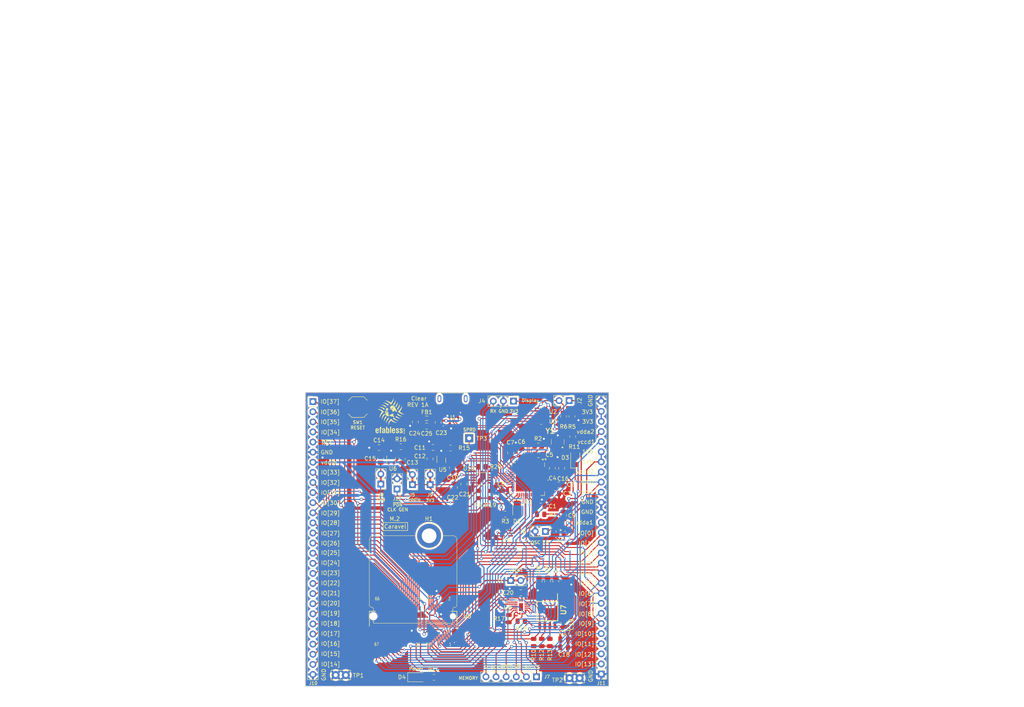
<source format=kicad_pcb>
(kicad_pcb (version 20221018) (generator pcbnew)
  (title_block (title "Clear Chip Development Board") (rev "REV 1A") (company "Efabless"))
  (layers (0 "F.Cu" signal) (31 "B.Cu" signal) (34 "B.Paste" user) (35 "F.Paste" user) (36 "B.SilkS" user "B.Silkscreen") (37 "F.SilkS" user "F.Silkscreen") (38 "B.Mask" user) (39 "F.Mask" user) (44 "Edge.Cuts" user))
  (net 0 "")
  (net 1 "GND")
  (net 2 "/~{FTDI_RST}")
  (net 3 "/VCCCORE")
  (net 4 "/VCCA")
  (net 5 "+5V")
  (net 6 "+3V3")
  (net 7 "/ACBUS2")
  (net 8 "Net-(D1-A)")
  (net 9 "/gpio")
  (net 10 "+1V8")
  (net 11 "/FTDI_D+")
  (net 12 "VBUS")
  (net 13 "Net-(D3-A)")
  (net 14 "/FTDI_D-")
  (net 15 "/ACBUS0")
  (net 16 "/~{MEM_CS}")
  (net 17 "/mprj_io[6]_ser_tx")
  (net 18 "/~{MEM_HOLD}")
  (net 19 "/~{MEM_WP}")
  (net 20 "/ACBUS6")
  (net 21 "/MEM_SCK")
  (net 22 "Net-(D4-A)")
  (net 23 "/MEM_SI")
  (net 26 "/ADBUS4")
  (net 27 "/ADBUS5")
  (net 28 "/ADBUS6")
  (net 29 "/OSC_EN")
  (net 30 "Net-(U1-REF)")
  (net 31 "Net-(U5-Control)")
  (net 32 "Net-(U6-Control)")
  (net 33 "Net-(U1-XCSI)")
  (net 34 "Net-(U1-XCSO)")
  (net 35 "/ADBUS7")
  (net 36 "/ACBUS7")
  (net 37 "/USB_SCK_TXD")
  (net 38 "/USB_CS1")
  (net 39 "/USB_SO_RXD")
  (net 40 "/CLK_GEN")
  (net 41 "/mprj_io[14]")
  (net 42 "/mprj_io[15]")
  (net 43 "/mprj_io[16]")
  (net 44 "/mprj_io[17]")
  (net 45 "/mprj_io[18]")
  (net 46 "/Caravel_D1")
  (net 47 "Net-(U9-~{EN})")
  (net 48 "/mprj_io[19]")
  (net 49 "/mprj_io[20]")
  (net 50 "/mprj_io[21]")
  (net 51 "/mprj_io[22]")
  (net 52 "/mprj_io[23]")
  (net 53 "/mprj_io[24]")
  (net 54 "/mprj_io[25]")
  (net 55 "/mprj_io[26]")
  (net 56 "/mprj_io[27]")
  (net 57 "/mprj_io[28]")
  (net 58 "/ACBUS5")
  (net 59 "/mprj_io[30]")
  (net 60 "/mprj_io[31]")
  (net 61 "/mprj_io[32]")
  (net 62 "/mprj_io[33]")
  (net 63 "/ACBUS1")
  (net 64 "Net-(U10-OE)")
  (net 65 "/ACBUS3")
  (net 66 "/vdda2")
  (net 67 "/vccd2")
  (net 68 "/xclk")
  (net 69 "/vdda1")
  (net 70 "/mprj_io[0]")
  (net 72 "/ACBUS4")
  (net 73 "/mprj_io[5]_ser_rx")
  (net 74 "/mprj_io[7]")
  (net 75 "/mprj_io[8]")
  (net 76 "/mprj_io[10]")
  (net 77 "/mprj_io[11]")
  (net 78 "/mprj_io[12]")
  (net 82 "/mprj_io[13]")
  (net 83 "/Caravel_CSB")
  (net 85 "/Caravel_D0")
  (net 96 "/Caravel_SCK")
  (net 97 "/Noise_3V3")
  (net 98 "/Noise_1V8")
  (net 99 "/~{PDN}")
  (net 100 "/SPRD")
  (footprint "strive_foot_prints:FCI_10118193-0001LF" (layer "F.Cu") (at 131.98765 119.2377 180)
    (fp_text reference "J1")
    (fp_text value "USB_B_Micro" hide)
  )
  (footprint "Capacitor_SMD:C_0805_2012Metric" (layer "F.Cu") (at 157.09 136.72 -90)
    (fp_text reference "C4")
    (fp_text value "0.1uF" hide)
  )
  (footprint "strive_foot_prints:SOIC127P790X216-8N" (layer "F.Cu") (at 155.8092 172.6544 -90)
    (fp_text reference "U7")
    (fp_text value "W25Q32FVSS" hide)
  )
  (footprint "Capacitor_SMD:C_0805_2012Metric" (layer "F.Cu") (at 160.01 175.64 90)
    (fp_text reference "C19")
    (fp_text value "1uF" hide)
  )
  (footprint "Resistor_SMD:R_0805_2012Metric" (layer "F.Cu") (at 141.4838 143.3388 90)
    (fp_text reference "R19")
    (fp_text value "10K" hide)
  )
  (footprint "strive_foot_prints:SOT65P210X110-5N" (layer "F.Cu") (at 154.2344 122.3184)
    (fp_text reference "U2")
    (fp_text value "SN74LVC1G125DCKR" hide)
  )
  (footprint "TestPoint:TestPoint_Bridge_Pitch2.54mm_Drill1.0mm" (layer "F.Cu") (at 105.1616 188.714 180)
    (fp_text reference "TP1")
    (fp_text value "TestPoint")
  )
  (footprint "Caravel_Board:ef_logo" (layer "F.Cu") (at 116.260398 127.171401)
    (fp_text reference "T2" hide)
    (fp_text value "Logo" hide)
  )
  (footprint "Capacitor_SMD:C_0805_2012Metric" (layer "F.Cu") (at 149.35 132.85 -90)
    (fp_text reference "C6")
    (fp_text value "0.1uF" hide)
  )
  (footprint "MicroMod-Sparkfun:MicroMod-Standoff" (layer "F.Cu") (at 126.0972 153.7)
    (fp_text reference "H1")
    (fp_text value "MICROMOD-Standoff")
  )
  (footprint "LED_SMD:LED_1206_3216Metric" (layer "F.Cu") (at 162.82 134.4 90)
    (fp_text reference "D3")
    (fp_text value "RED" hide)
  )
  (footprint "Connector_PinHeader_2.54mm:PinHeader_1x02_P2.54mm_Vertical" (layer "F.Cu") (at 121.8996 140.855 180)
    (fp_text reference "J5")
    (fp_text value "Conn_01x02_Pin" hide)
  )
  (footprint "TestPoint:TestPoint_Bridge_Pitch2.54mm_Drill1.0mm" (layer "F.Cu") (at 163.9372 189.476 180)
    (fp_text reference "TP2")
    (fp_text value "TestPoint")
  )
  (footprint "Resistor_SMD:R_0805_2012Metric" (layer "F.Cu") (at 131.49 131.65)
    (fp_text reference "R15")
    (fp_text value "10K" hide)
  )
  (footprint "Resistor_SMD:R_0805_2012Metric" (layer "F.Cu") (at 146.15 174.53 90)
    (fp_text reference "R17")
    (fp_text value "10K" hide)
  )
  (footprint "LED_SMD:LED_1206_3216Metric" (layer "F.Cu") (at 148.2664 146.9064 -90)
    (fp_text reference "D1")
    (fp_text value "RED" hide)
  )
  (footprint "Connector_PinHeader_2.54mm:PinHeader_1x02_P2.54mm_Vertical" (layer "F.Cu") (at 161.3006 119.7276 -90)
    (fp_text reference "J2")
    (fp_text value "Conn_01x02_Pin" hide)
  )
  (footprint "Caravel_Board:SOT-353F" (layer "F.Cu") (at 129.1724 134.48 -90)
    (fp_text reference "U5")
    (fp_text value "TAR5SxxU" hide)
  )
  (footprint "Resistor_SMD:R_0805_2012Metric" (layer "F.Cu") (at 152.3802 180.5284 -90)
    (fp_text reference "R10")
    (fp_text value "10K" hide)
  )
  (footprint "Connector_PinHeader_2.54mm:PinHeader_1x03_P2.54mm_Vertical" (layer "F.Cu") (at 147.305 119.86 -90)
    (fp_text reference "J4")
    (fp_text value "Conn_01x03_Pin" hide)
  )
  (footprint "Connector_PinHeader_2.54mm:PinHeader_1x06_P2.54mm_Vertical" (layer "F.Cu") (at 153.0914 189.1458 -90)
    (fp_text reference "J7")
    (fp_text value "Conn_01x06_Pin" hide)
  )
  (footprint "Capacitor_SMD:C_0805_2012Metric" (layer "F.Cu") (at 159.42 136.74 90)
    (fp_text reference "C16")
    (fp_text value "10uF" hide)
  )
  (footprint "Capacitor_SMD:C_0805_2012Metric" (layer "F.Cu") (at 131.9624 136.61 90)
    (fp_text reference "C10")
    (fp_text value "1uF" hide)
  )
  (footprint "Resistor_SMD:R_0805_2012Metric" (layer "F.Cu") (at 127.3104 189.2728 180)
    (fp_text reference "R14")
    (fp_text value "1K" hide)
  )
  (footprint "Resistor_SMD:R_0805_2012Metric" (layer "F.Cu") (at 162.0068 123.69 90)
    (fp_text reference "R5")
    (fp_text value "1K" hide)
  )
  (footprint "Capacitor_SMD:C_0805_2012Metric" (layer "F.Cu") (at 134.8486 140.6906 90)
    (fp_text reference "C21")
    (fp_text value "0.1uF" hide)
  )
  (footprint "Resistor_SMD:R_0805_2012Metric" (layer "F.Cu") (at 157.9428 165.1614 90)
    (fp_text reference "R7")
    (fp_text value "10K" hide)
  )
  (footprint "Caravel_Board:SOP65P490X110-8N" (layer "F.Cu") (at 139.26 139.395)
    (fp_text reference "U10")
    (fp_text value "DS1086LU" hide)
  )
  (footprint "Resistor_SMD:R_0805_2012Metric" (layer "F.Cu") (at 138.5438 143.3288 90)
    (fp_text reference "R4")
    (fp_text value "10K" hide)
  )
  (footprint "Resistor_SMD:R_0805_2012Metric" (layer "F.Cu") (at 159.8986 123.69 90)
    (fp_text reference "R6")
    (fp_text value "1K" hide)
  )
  (footprint "Capacitor_SMD:C_0805_2012Metric" (layer "F.Cu") (at 144.35 143.37 -90)
    (fp_text reference "C8")
    (fp_text value "0.1uF" hide)
  )
  (footprint "Capacitor_SMD:C_0805_2012Metric" (layer "F.Cu") (at 149.14 168.03)
    (fp_text reference "C20")
    (fp_text value "0.1uF" hide)
  )
  (footprint "Capacitor_SMD:C_0805_2012Metric" (layer "F.Cu") (at 126.3324 134.38 -90)
    (fp_text reference "C12")
    (fp_text value "10uF" hide)
  )
  (footprint "Capacitor_SMD:C_0805_2012Metric" (layer "F.Cu") (at 119.31 134.38 90)
    (fp_text reference "C13")
    (fp_text value "1uF" hide)
  )
  (footprint "Capacitor_SMD:C_0805_2012Metric" (layer "F.Cu") (at 153.57 133.32)
    (fp_text reference "C5")
    (fp_text value "0.1uF" hide)
  )
  (footprint "strive_foot_prints:SW4-SMD-5.2X5.2X1.5MM" (layer "F.Cu") (at 108.1588 121.3532)
    (fp_text reference "SW1")
    (fp_text value "SW_Push - SKQGADE010" hide)
  )
  (footprint "Resistor_SMD:R_0805_2012Metric" (layer "F.Cu") (at 155.86 165.1614 90)
    (fp_text reference "R8")
    (fp_text value "10K" hide)
  )
  (footprint "Resistor_SMD:R_0805_2012Metric" (layer "F.Cu") (at 156.4442 180.5284 -90)
    (fp_text reference "R13")
    (fp_text value "10K" hide)
  )
  (footprint "strive_foot_prints:DSC6001JE1A-010.0000" (layer "F.Cu") (at 159.13025 152.5952)
    (fp_text reference "X1")
    (fp_text value "DSC6001_10MHZ" hide)
  )
  (footprint "Capacitor_SMD:C_0805_2012Metric" (layer "F.Cu") (at 132.461 141.5542 90)
    (fp_text reference "C22")
    (fp_text value "0.01uF" hide)
  )
  (footprint "Connector_PinHeader_2.54mm:PinHeader_1x28_P2.54mm_Vertical" (layer "F.Cu") (at 96.8812 119.9816)
    (fp_text reference "J10")
    (fp_text value "Conn_01x28_Pin" hide)
  )
  (footprint "Resistor_SMD:R_0805_2012Metric" (layer "F.Cu") (at 162.2 128.77 -90)
    (fp_text reference "R11")
    (fp_text value "1K" hide)
  )
  (footprint "Resistor_SMD:R_0805_2012Metric" (layer "F.Cu") (at 154.1418 148.3128)
    (fp_text reference "R1")
    (fp_text value "10K" hide)
  )
  (footprint "Capacitor_SMD:C_0805_2012Metric" (layer "F.Cu") (at 122.65 125.08 90)
    (fp_text reference "C24")
    (fp_text value "0.1uF" hide)
  )
  (footprint "Capacitor_SMD:C_0805_2012Metric" (layer "F.Cu") (at 128.36 125.19 -90)
    (fp_text reference "C23")
    (fp_text value "0.01uF" hide)
  )
  (footprint "Capacitor_SMD:C_0805_2012Metric" (layer "F.Cu") (at 158.7 140.92 180)
    (fp_text reference "C2")
    (fp_text value "0.1uF" hide)
  )
  (footprint "Capacitor_SMD:C_0805_2012Metric" (layer "F.Cu") (at 157.81 143.09 180)
    (fp_text reference "C3")
    (fp_text value "0.1uF" hide)
  )
  (footprint "Caravel_Board:WQFN-16-1EP_2.5x3.5mm_P0.5mm_EP1x2mm" (layer "F.Cu") (at 149.2 171.6395)
    (fp_text reference "U9")
    (fp_text value "TMUX4053-BQB" hide)
  )
  (footprint "strive_foot_prints:SOT65P210X110-5N" (layer "F.Cu") (at 145.55 153.04)
    (fp_text reference "U4")
    (fp_text value "SN74LVC1G125DCKR" hide)
  )
  (footprint "Resistor_SMD:R_0805_2012Metric" (layer "F.Cu") (at 145.23 148.25 180)
    (fp_text reference "R3")
    (fp_text value "150" hide)
  )
  (footprint "Connector_PinHeader_2.54mm:PinHeader_1x02_P2.54mm_Vertical" (layer "F.Cu") (at 118.05 141.945 180)
    (fp_text reference "J12")
    (fp_text value "Conn_01x02_Pin" hide)
  )
  (footprint "Connector_PinHeader_2.54mm:PinHeader_1x02_P2.54mm_Vertical" (layer "F.Cu") (at 155.32525 152.5952 -90)
    (fp_text reference "J6")
    (fp_text value "Conn_01x02_Pin" hide)
  )
  (footprint "Connector_PinHeader_2.54mm:PinHeader_1x02_P2.54mm_Vertical" (layer "F.Cu") (at 146.6094 164.9396 90)
    (fp_text reference "J3")
    (fp_text value "Conn_01x02_Pin" hide)
  )
  (footprint "Package_DFN_QFN:QFN-48-1EP_8x8mm_P0.5mm_EP6.2x6.2mm" (layer "F.Cu") (at 151.0086 139.4634 -90)
    (fp_text reference "U1")
    (fp_text value "FT232H" hide)
  )
  (footprint "Capacitor_SMD:C_0805_2012Metric" (layer "F.Cu") (at 127.0624 131.5 180)
    (fp_text reference "C11")
    (fp_text value "0.01uF" hide)
  )
  (footprint "Capacitor_SMD:C_0805_2012Metric" (layer "F.Cu") (at 159.91 148.58 -90)
    (fp_text reference "C9")
    (fp_text value "0.1uF" hide)
  )
  (footprint "Connector_PinHeader_2.54mm:PinHeader_1x28_P2.54mm_Vertical" (layer "F.Cu") (at 169.3728 188.46 180)
    (fp_text reference "J11")
    (fp_text value "Conn_01x28_Pin" hide)
  )
  (footprint "TestPoint:TestPoint_THTPad_2.0x2.0mm_Drill1.0mm" (layer "F.Cu") (at 136.17 129.18)
    (fp_text reference "TP3")
    (fp_text value "TestPoint")
  )
  (footprint "strive_foot_prints:SOT65P210X110-5N" (layer "F.Cu") (at 154.2344 124.9092 180)
    (fp_text reference "U3")
    (fp_text value "SN74LVC1G125DCKR" hide)
  )
  (footprint "Capacitor_SMD:C_0805_2012Metric" (layer "F.Cu") (at 113.51 131.52 180)
    (fp_text reference "C14")
    (fp_text value "0.01uF" hide)
  )
  (footprint "Capacitor_SMD:C_0805_2012Metric" (layer "F.Cu") (at 154.1672 146.23 180)
    (fp_text reference "C1")
    (fp_text value "0.01uF" hide)
  )
  (footprint "Inductor_SMD:L_0805_2012Metric" (layer "F.Cu") (at 125.51 124.17 180)
    (fp_text reference "FB1")
    (fp_text value "600R/0.5A" hide)
  )
  (footprint "Resistor_SMD:R_0805_2012Metric" (layer "F.Cu") (at 149.25 175.17 180)
    (fp_text reference "R18")
    (fp_text value "10K" hide)
  )
  (footprint "LED_SMD:LED_1206_3216Metric" (layer "F.Cu") (at 122.9924 189.2728)
    (fp_text reference "D4")
    (fp_text value "RED" hide)
  )
  (footprint "Connector_PinHeader_2.54mm:PinHeader_1x02_P2.54mm_Vertical" (layer "F.Cu") (at 113.96 140.715 180)
    (fp_text reference "J8")
    (fp_text value "Conn_01x02_Pin" hide)
  )
  (footprint "Caravel_Board:SOT-353F" (layer "F.Cu") (at 116.56 134.44 -90)
    (fp_text reference "U6")
    (fp_text value "TAR5SxxU" hide)
  )
  (footprint "MicroMod-Sparkfun:M.2-CONNECTOR-E" (layer "F.Cu") (at 122.0875 173.9275)
    (fp_text reference "U8")
    (fp_text value "M.2-CONNECTOR-E" hide)
  )
  (footprint "strive_foot_prints:CSTNE12M0GH5L000R0" (layer "F.Cu") (at 158.42 130.1)
    (fp_text reference "Y1")
    (fp_text value "12MHz" hide)
  )
  (footprint "Resistor_SMD:R_0805_2012Metric" (layer "F.Cu") (at 153.7264 165.1614 90)
    (fp_text reference "R9")
    (fp_text value "10K" hide)
  )
  (footprint "Capacitor_SMD:C_0805_2012Metric" (layer "F.Cu") (at 125.48 126.14 180)
    (fp_text reference "C25")
    (fp_text value "10uF" hide)
  )
  (footprint "Connector_PinHeader_2.54mm:PinHeader_1x02_P2.54mm_Vertical" (layer "F.Cu") (at 126.37 140.855 180)
    (fp_text reference "J9")
    (fp_text value "Conn_01x02_Pin" hide)
  )
  (footprint "Capacitor_SMD:C_0805_2012Metric" (layer "F.Cu") (at 146.6 132.88 -90)
    (fp_text reference "C7")
    (fp_text value "0.1uF" hide)
  )
  (footprint "Resistor_SMD:R_0805_2012Metric" (layer "F.Cu") (at 154.4122 180.5284 -90)
    (fp_text reference "R12")
    (fp_text value "10K" hide)
  )
  (footprint "Capacitor_SMD:C_0805_2012Metric" (layer "F.Cu") (at 160.03 181.76)
    (fp_text reference "C18")
    (fp_text value "0.1uF" hide)
  )
  (footprint "Resistor_SMD:R_0805_2012Metric" (layer "F.Cu") (at 139.3952 136.3472 180)
    (fp_text reference "R20")
    (fp_text value "10K" hide)
  )
  (footprint "Caravel_Board:logo" (layer "F.Cu") (at 116.451969 122.508134)
    (fp_text reference "T1" hide)
    (fp_text value "Logo" hide)
  )
  (footprint "Capacitor_SMD:C_0805_2012Metric" (layer "F.Cu") (at 113.92 134.38 -90)
    (fp_text reference "C15")
    (fp_text value "10uF" hide)
  )
  (footprint "Resistor_SMD:R_0805_2012Metric" (layer "F.Cu") (at 153.56 131.14 180)
    (fp_text reference "R2")
    (fp_text value "12K 1%" hide)
  )
  (footprint "Capacitor_SMD:C_0805_2012Metric" (layer "F.Cu") (at 160.04 179.66 180)
    (fp_text reference "C17")
    (fp_text value "0.01uF" hide)
  )
  (footprint "Resistor_SMD:R_0805_2012Metric" (layer "F.Cu") (at 118.99 131.3)
    (fp_text reference "R16")
    (fp_text value "10K" hide)
  )
  (gr_rect (start 114.5572 150.39) (end 120.7072 152.36) (stroke (width 0.15)) (fill none) (layer "F.SilkS"))
  (gr_rect (start 95.0272 117.676) (end 171.2272 191.508) (stroke (width 0.1)) (fill none) (layer "Edge.Cuts"))
  (gr_text "xclk" (at 165.8422 142.613) (layer "F.SilkS") (effects (font (size 1 1))))
  (gr_text "vdda1" (at 165.1056 150.36) (layer "F.SilkS") (effects (font (size 1 1))))
  (gr_text "IO[19]" (at 101.3262 173.22) (layer "F.SilkS") (effects (font (size 1 1))))
  (gr_text "CS" (at 153.2372 186.74) (layer "F.SilkS") (effects (font (size 0.8 0.8))))
  (gr_text "SO" (at 150.8872 186.7582) (layer "F.SilkS") (effects (font (size 0.8 0.8))))
  (gr_text "IO[5]" (at 165.5628 165.6508) (layer "F.SilkS") (effects (font (size 1 1))))
  (gr_text "OSC EN" (at 153.95 155.38) (layer "F.SilkS") (effects (font (size 0.8 0.8) (thickness 0.15) bold)))
  (gr_text "IO[26]" (at 101.3008 155.5924) (layer "F.SilkS") (effects (font (size 1 1))))
  (gr_text "M.2" (at 117.4472 149.44) (layer "F.SilkS") (effects (font (size 1 1))))
  (gr_text "IO[34]" (at 101.3008 127.7032) (layer "F.SilkS") (effects (font (size 1 1))))
  (gr_text "IO[7]" (at 165.6644 170.8324) (layer "F.SilkS") (effects (font (size 1 1))))
  (gr_text "IO[2]" (at 165.5628 158.0308) (layer "F.SilkS") (effects (font (size 1 1))))
  (gr_text "IO[0]" (at 165.5628 153.0524) (layer "F.SilkS") (effects (font (size 1 1))))
  (gr_text "gpio" (at 165.8422 140.0476) (layer "F.SilkS") (effects (font (size 1 1))))
  (gr_text "IO[23]" (at 101.3262 163.06) (layer "F.SilkS") (effects (font (size 1 1))))
  (gr_text "IO[4]" (at 165.5882 163.2124) (layer "F.SilkS") (effects (font (size 1 1))))
  (gr_text "SCK" (at 142.6872 186.78) (layer "F.SilkS") (effects (font (size 0.8 0.8))))
  (gr_text "IO[13]" (at 165.1564 185.9708) (layer "F.SilkS") (effects (font (size 1 1))))
  (gr_text "Clear" (at 123.53 119.18) (layer "F.SilkS") (effects (font (size 1 1))))
  (gr_text "vdda2" (at 165.39 127.55) (layer "F.SilkS") (effects (font (size 1 1))))
  (gr_text "IO[33]" (at 101.3008 137.7616) (layer "F.SilkS") (effects (font (size 1 1))))
  (gr_text "GND" (at 166.655 119.7276 90) (layer "F.SilkS") (effects (font (size 1 1))))
  (gr_text "SPRD" (at 136.25 127.05) (layer "F.SilkS") (effects (font (size 0.8 0.8) (thickness 0.15) bold)))
  (gr_text "IO[37]" (at 101.1992 119.9816) (layer "F.SilkS") (effects (font (size 1 1))))
  (gr_text "IO[20]" (at 101.3262 170.68) (layer "F.SilkS") (effects (font (size 1 1))))
  (gr_text "1\n" (at 155.01 134.47 90) (layer "F.SilkS") (effects (font (size 1 1))))
  (gr_text "GND" (at 144.77 122.38) (layer "F.SilkS") (effects (font (size 0.8 0.8))))
  (gr_text "3V3" (at 165.8676 122.5978) (layer "F.SilkS") (effects (font (size 1 1))))
  (gr_text "IO[10]" (at 165.2072 178.3508) (layer "F.SilkS") (effects (font (size 1 1))))
  (gr_text "IO[32]" (at 101.3008 140.3524) (layer "F.SilkS") (effects (font (size 1 1))))
  (gr_text "GND" (at 100.3864 132.7324) (layer "F.SilkS") (effects (font (size 1 1))))
  (gr_text "IO[8]" (at 165.6644 173.3724) (layer "F.SilkS") (effects (font (size 1 1))))
  (gr_text "IO[18]" (at 101.3262 175.76) (layer "F.SilkS") (effects (font (size 1 1))))
  (gr_text "~{WP}" (at 148.4272 186.8) (layer "F.SilkS") (effects (font (size 0.8 0.8))))
  (gr_text "IO[35]" (at 101.25 125.1124) (layer "F.SilkS") (effects (font (size 1 1))))
  (gr_text "1V8" (at 165.9692 135.12) (layer "F.SilkS") (effects (font (size 1 1))))
  (gr_text "1V8" (at 113.94 144.66) (layer "F.SilkS") (effects (font (size 0.8 0.8) (thickness 0.15) bold)))
  (gr_text "IO[24]" (at 101.3262 160.52) (layer "F.SilkS") (effects (font (size 1 1))))
  (gr_text "MEMORY" (at 135.9572 189.49) (layer "F.SilkS") (effects (font (size 0.8 0.8))))
  (gr_text "GND" (at 99.6244 188.6378 90) (layer "F.SilkS") (effects (font (size 1 1))))
  (gr_text "3V3" (at 147.42 122.37) (layer "F.SilkS") (effects (font (size 0.8 0.8))))
  (gr_text "IO[1]" (at 165.5882 155.5924) (layer "F.SilkS") (effects (font (size 1 1))))
  (gr_text "IO[6]" (at 165.6136 168.2416) (layer "F.SilkS") (effects (font (size 1 1))))
  (gr_text "IO[29]" (at 101.3008 148.0232) (layer "F.SilkS") (effects (font (size 1 1))))
  (gr_text "IO[22]" (at 101.3262 165.6) (layer "F.SilkS") (effects (font (size 1 1))))
  (gr_text "3V3" (at 126.32 144.77) (layer "F.SilkS") (effects (font (size 0.8 0.8) (thickness 0.15) bold)))
  (gr_text "Caravel" (at 117.5872 151.37) (layer "F.SilkS") (effects (font (size 1 1))))
  (gr_text "vddio" (at 122.37 144.57) (layer "F.SilkS") (effects (font (size 0.8 0.8) (thickness 0.15) bold)))
  (gr_text "Power" (at 122.8272 187.15) (layer "F.SilkS") (effects (font (size 0.8 0.8))))
  (gr_text "GND" (at 165.8422 147.7184) (layer "F.SilkS") (effects (font (size 1 1))))
  (gr_text "IO[12]" (at 165.1564 183.5324) (layer "F.SilkS") (effects (font (size 1 1))))
  (gr_text "IO[11]" (at 165.2072 180.8908) (layer "F.SilkS") (effects (font (size 1 1))))
  (gr_text "IO[30]" (at 101.3008 145.4324) (layer "F.SilkS") (effects (font (size 1 1))))
  (gr_text "RX" (at 142.22 122.39) (layer "F.SilkS") (effects (font (size 0.8 0.8))))
  (gr_text "IO[27]" (at 101.3008 153.1032) (layer "F.SilkS") (effects (font (size 1 1))))
  (gr_text "~{RST}" (at 100.3864 130.4464) (layer "F.SilkS") (effects (font (size 1 1))))
  (gr_text "IO[9]" (at 165.6644 175.8108) (layer "F.SilkS") (effects (font (size 1 1))))
  (gr_text "REV 1A" (at 123.24 120.78) (layer "F.SilkS") (effects (font (size 1 1))))
  (gr_text "vccd1" (at 147.99 162.3) (layer "F.SilkS") (effects (font (size 0.8 0.8) (thickness 0.15) bold)))
  (gr_text "IO[25]" (at 101.3262 157.98) (layer "F.SilkS") (effects (font (size 1 1))))
  (gr_text "IO[17]" (at 101.3262 178.3) (layer "F.SilkS") (effects (font (size 1 1))))
  (gr_text "IO[21]" (at 101.3262 168.14) (layer "F.SilkS") (effects (font (size 1 1))))
  (gr_text "IO[31]" (at 101.3008 142.8924) (layer "F.SilkS") (effects (font (size 1 1))))
  (gr_text "IO[36]" (at 101.25 122.6232) (layer "F.SilkS") (effects (font (size 1 1))))
  (gr_text "CLK GEN" (at 118.2 147.13) (layer "F.SilkS") (effects (font (size 0.8 0.8) (thickness 0.15) bold)))
  (gr_text "1V8" (at 165.9692 132.58) (layer "F.SilkS") (effects (font (size 1 1))))
  (gr_text "GND" (at 166.7312 188.968 90) (layer "F.SilkS") (effects (font (size 1 1))))
  (gr_text "SI" (at 140.366 186.7582) (layer "F.SilkS") (effects (font (size 0.8 0.8))))
  (gr_text "IO[14]" (at 101.3516 185.9962) (layer "F.SilkS") (effects (font (size 1 1))))
  (gr_text "GND" (at 165.893 145.2038) (layer "F.SilkS") (effects (font (size 1 1))))
  (gr_text "IO[15]" (at 101.3262 183.38) (layer "F.SilkS") (effects (font (size 1 1))))
  (gr_text "vddio" (at 100.8944 135.2724) (layer "F.SilkS") (effects (font (size 1 1))))
  (gr_text "Display\n" (at 151.542 119.6768) (layer "F.SilkS") (effects (font (size 0.8 0.8))))
  (gr_text "IO[3]" (at 165.5882 160.6216) (layer "F.SilkS") (effects (font (size 1 1))))
  (gr_text "~{HOLD}" (at 145.5972 186.79) (layer "F.SilkS") (effects (font (size 0.8 0.8) (thickness 0.15) bold)))
  (gr_text "~{PDN}" (at 118.2 145.96) (layer "F.SilkS") (effects (font (size 0.8 0.8) (thickness 0.15) bold)))
  (gr_text "vccd2" (at 165.3596 137.5584) (layer "F.SilkS") (effects (font (size 1 1))))
  (gr_text "IO[16]" (at 101.3262 180.84) (layer "F.SilkS") (effects (font (size 1 1))))
  (gr_text "vccd1" (at 165.58 130.1) (layer "F.SilkS") (effects (font (size 1 1))))
  (gr_text "RESET" (at 108.1572 126.53) (layer "F.SilkS") (effects (font (size 0.8 0.8))))
  (gr_text "IO[28]" (at 101.3008 150.4616) (layer "F.SilkS") (effects (font (size 1 1))))
  (gr_text "3V3" (at 165.9692 125.0108) (layer "F.SilkS") (effects (font (size 1 1))))
  (segment (start 148.19 168.03) (end 147.14 166.98) (width 0.3048) (layer "F.Cu") (net 1))
  (segment (start 157.83485 153.916) (end 157.65085 154.1) (width 0.3048) (layer "F.Cu") (net 1))
  (segment (start 148.7586 135.113401) (end 148.7586 135.5884) (width 0.254) (layer "F.Cu") (net 1))
  (segment (start 147.51 173.2495) (end 147.87 172.8895) (width 0.254) (layer "F.Cu") (net 1))
  (segment (start 163.63 124.65) (end 163.5825 124.6025) (width 0.254) (layer "F.Cu") (net 1))
  (segment (start 153.42 167.44) (end 153.9042 167.9242) (width 0.254) (layer "F.Cu") (net 1))
  (segment (start 158.39 133.94) (end 159.42 134.97) (width 0.5) (layer "F.Cu") (net 1))
  (segment (start 152.62 133.32) (end 152.63 133.33) (width 0.3048) (layer "F.Cu") (net 1))
  (segment (start 147.14 166.98) (end 146.36 166.98) (width 0.3048) (layer "F.Cu") (net 1))
  (segment (start 127.9772 167.59) (end 127.9772 168.2828) (width 0.3048) (layer "F.Cu") (net 1))
  (segment (start 147.1336 141.2134) (end 147.1336 141.47) (width 0.3048) (layer "F.Cu") (net 1))
  (segment (start 159.91 147.63) (end 160.62 147.63) (width 0.254) (layer "F.Cu") (net 1))
  (segment (start 153.7586 143.3384) (end 153.7586 143.9314) (width 0.254) (layer "F.Cu") (net 1))
  (segment (start 126.3324 133.43) (end 126.3324 131.72) (width 0.5) (layer "F.Cu") (net 1))
  (segment (start 113.92 133.43) (end 113.05 133.43) (width 0.5) (layer "F.Cu") (net 1))
  (segment (start 145.11 142.42) (end 144.35 142.42) (width 0.3048) (layer "F.Cu") (net 1))
  (segment (start 137.11 140.96) (end 136.4294 141.6406) (width 0.5) (layer "F.Cu") (net 1))
  (segment (start 147.1336 141.47) (end 147.1336 141.7134) (width 0.3048) (layer "F.Cu") (net 1))
  (segment (start 122.62 126.06) (end 122.65 126.03) (width 0.3048) (layer "F.Cu") (net 1))
  (segment (start 152.62 133.32) (end 152.62 132.9925) (width 0.3048) (layer "F.Cu") (net 1))
  (segment (start 148.332599 134.687401) (end 148.7586 135.113401) (width 0.254) (layer "F.Cu") (net 1))
  (segment (start 149.35 131.74) (end 147.89 130.28) (width 0.5) (layer "F.Cu") (net 1))
  (segment (start 144.4575 175.4425) (end 146.15 175.4425) (width 0.5) (layer "F.Cu") (net 1))
  (segment (start 126.3324 131.72) (end 126.1124 131.5) (width 0.5) (layer "F.Cu") (net 1))
  (segment (start 126.1 129.99) (end 126.1 131.4876) (width 0.5) (layer "F.Cu") (net 1))
  (segment (start 113.05 133.43) (end 112.56 132.94) (width 0.5) (layer "F.Cu") (net 1))
  (segment (start 163.5825 124.6025) (end 162.0068 124.6025) (width 0.254) (layer "F.Cu") (net 1))
  (segment (start 111.11 131.52) (end 111.06 131.57) (width 0.5) (layer "F.Cu") (net 1))
  (segment (start 129.1724 132.347628) (end 129.160195 132.335423) (width 0.254) (layer "F.Cu") (net 1))
  (segment (start 147.1336 141.47) (end 146.06 141.47) (width 0.3048) (layer "F.Cu") (net 1))
  (segment (start 153.2586 143.3384) (end 153.7586 143.3384) (width 0.254) (layer "F.Cu") (net 1))
  (segment (start 128.5875 172.9103) (end 128.5875 171.6525) (width 0.254) (layer "F.Cu") (net 1))
  (segment (start 149.7586 135.5884) (end 149.2586 135.5884) (width 0.254) (layer "F.Cu") (net 1))
  (segment (start 154.0312 122.9788) (end 154.6408 122.3692) (width 0.254) (layer "F.Cu") (net 1))
  (segment (start 149.35 131.9) (end 146.63 131.9) (width 0.5) (layer "F.Cu") (net 1))
  (segment (start 157.65085 154.1) (end 153.63 154.1) (width 0.3048) (layer "F.Cu") (net 1))
  (segment (start 146.63 131.9) (end 146.6 131.93) (width 0.5) (layer "F.Cu") (net 1))
  (segment (start 149.35 131.9) (end 149.35 131.74) (width 0.5) (layer "F.Cu") (net 1))
  (segment (start 159.42 134.97) (end 159.42 135.79) (width 0.5) (layer "F.Cu") (net 1))
  (segment (start 154.8836 140.2134) (end 154.8836 139.7134) (width 0.254) (layer "F.Cu") (net 1))
  (segment (start 137.11 140.37) (end 137.11 140.96) (width 0.5) (layer "F.Cu") (net 1))
  (segment (start 154.8836 139.7134) (end 155.9576 139.7134) (width 0.254) (layer "F.Cu") (net 1))
  (segment (start 112.56 131.52) (end 111.11 131.52) (width 0.5) (layer "F.Cu") (net 1))
  (segment (start 156.5712 123.0804) (end 156.5712 123.69) (width 0.254) (layer "F.Cu") (net 1))
  (segment (start 144.4 175.5) (end 144.4575 175.4425) (width 0.5) (layer "F.Cu") (net 1))
  (segment (start 142.5896 153.7004) (end 142.1 154.19) (width 0.254) (layer "F.Cu") (net 1))
  (segment (start 154.8836 137.2134) (end 154.8836 136.85) (width 0.254) (layer "F.Cu") (net 1))
  (segment (start 158.44 128.46) (end 158.44 128.88) (width 0.3048) (layer "F.Cu") (net 1))
  (segment (start 154.4725 129.7975) (end 154.94 129.33) (width 0.3048) (layer "F.Cu") (net 1))
  (segment (start 132.4375 178.4275) (end 132.4375 180.16) (width 0.254) (layer "F.Cu") (net 1))
  (segment (start 152.63 133.33) (end 152.63 133.53) (width 0.3048) (layer "F.Cu") (net 1))
  (segment (start 129.1072 173.43) (end 128.5875 172.9103) (width 0.3048) (layer "F.Cu") (net 1))
  (segment (start 157.09 135.77) (end 159.4 135.77) (width 0.5) (layer "F.Cu") (net 1))
  (segment (start 158.44 128.88) (end 158.42 128.9) (width 0.3048) (layer "F.Cu") (net 1))
  (segment (start 146.06 141.47) (end 145.11 142.42) (width 0.3048) (layer "F.Cu") (net 1))
  (segment (start 144.765 120.735) (end 144.08 121.42) (width 0.254) (layer "F.Cu") (net 1))
  (segment (start 122.3375 179.2025) (end 122.3375 178.1603) (width 0.254) (layer "F.Cu") (net 1))
  (segment (start 148.7586 135.5884) (end 149.2586 135.5884) (width 0.254) (layer "F.Cu") (net 1))
  (segment (start 153.193 122.9788) (end 154.0312 122.9788) (width 0.254) (layer "F.Cu") (net 1))
  (segment (start 156.09 136.85) (end 157.09 135.85) (width 0.254) (layer "F.Cu") (net 1))
  (segment (start 155.2758 124.2488) (end 156.0124 124.2488) (width 0.254) (layer "F.Cu") (net 1))
  (segment (start 155.9576 139.7134) (end 155.9616 139.7174) (width 0.254) (layer "F.Cu") (net 1))
  (segment (start 136.4294 141.6406) (end 134.8486 141.6406) (width 0.5) (layer "F.Cu") (net 1))
  (segment (start 147.51 174.24) (end 147.51 173.57) (width 0.3048) (layer "F.Cu") (net 1))
  (segment (start 157.09 135.85) (end 157.09 135.77) (width 0.254) (layer "F.Cu") (net 1))
  (segment (start 129.1724 133.53) (end 129.1724 132.347628) (width 0.254) (layer "F.Cu") (net 1))
  (segment (start 127.9772 168.2828) (end 127.0875 169.1725) (width 0.3048) (layer "F.Cu") (net 1))
  (segment (start 129.63 126.12) (end 129.61 126.14) (width 0.3048) (layer "F.Cu") (net 1))
  (segment (start 146.3082 167.0318) (end 146.36 166.98) (width 0.254) (layer "F.Cu") (net 1))
  (segment (start 154.8836 136.85) (end 156.09 136.85) (width 0.254) (layer "F.Cu") (net 1))
  (segment (start 132.4375 180.16) (end 132.4375 180.5175) (width 0.254) (layer "F.Cu") (net 1))
  (segment (start 97.9616 132.6816) (end 99.31 134.03) (width 0.5) (layer "F.Cu") (net 1))
  (segment (start 147.51 173.57) (end 147.51 173.2495) (width 0.254) (layer "F.Cu") (net 1))
  (segment (start 154.4725 131.14) (end 154.4725 129.7975) (width 0.3048) (layer "F.Cu") (net 1))
  (segment (start 144.765 119.86) (end 144.765 120.735) (width 0.254) (layer "F.Cu") (net 1))
  (segment (start 158.33015 153.4207) (end 157.83485 153.916) (width 0.254) (layer "F.Cu") (net 1))
  (segment (start 152.2586 133.6814) (end 152.62 133.32) (width 0.3048) (layer "F.Cu") (net 1))
  (segment (start 152.62 132.9925) (end 154.4725 131.14) (width 0.3048) (layer "F.Cu") (net 1))
  (segment (start 144.35 142.42) (end 142.95 142.42) (width 0.3048) (layer "F.Cu") (net 1))
  (segment (start 146.11 175.2425) (end 146.5075 175.2425) (width 0.3048) (layer "F.Cu") (net 1))
  (segment (start 116.56 133.49) (end 116.56 132.3) (width 0.254) (layer "F.Cu") (net 1))
  (segment (start 148.45 173.29) (end 148.0495 172.8895) (width 0.254) (layer "F.Cu") (net 1))
  (segment (start 154.6408 122.3692) (end 155.86 122.3692) (width 0.254) (layer "F.Cu") (net 1))
  (segment (start 158.42 128.9) (end 158.42 130.1) (width 0.3048) (layer "F.Cu") (net 1))
  (segment (start 154.8836 136.85) (end 154.8836 136.7134) (width 0.254) (layer "F.Cu") (net 1))
  (segment (start 153.63 154.1) (end 152.78525 153.25525) (width 0.3048) (layer "F.Cu") (net 1))
  (segment (start 155.86 122.3692) (end 156.5712 123.0804) (width 0.254) (layer "F.Cu") (net 1))
  (segment (start 159.4 135.77) (end 159.42 135.79) (width 0.5) (layer "F.Cu") (net 1))
  (segment (start 96.8812 132.6816) (end 97.9616 132.6816) (width 0.5) (layer "F.Cu") (net 1))
  (segment (start 132.4375 180.5175) (end 132.44 180.52) (width 0.254) (layer "F.Cu") (net 1))
  (segment (start 156.0124 124.2488) (end 156.5712 123.69) (width 0.254) (layer "F.Cu") (net 1))
  (segment (start 152.78525 153.25525) (end 152.78525 152.5952) (width 0.3048) (layer "F.Cu") (net 1))
  (segment (start 127.0875 169.1725) (end 127.0875 171.6525) (width 0.3048) (layer "F.Cu") (net 1))
  (segment (start 126.1 131.4876) (end 126.1124 131.5) (width 0.5) (layer "F.Cu") (net 1))
  (segment (start 129.61 126.14) (end 128.36 126.14) (width 0.3048) (layer "F.Cu") (net 1))
  (segment (start 126.43 126.14) (end 128.36 126.14) (width 0.5) (layer "F.Cu") (net 1))
  (segment (start 153.7586 143.9314) (end 154.4372 144.61) (width 0.254) (layer "F.Cu") (net 1))
  (segment (start 146.5075 175.2425) (end 147.51 174.24) (width 0.3048) (layer "F.Cu") (net 1))
  (segment (start 130.68765 123.51765) (end 130.68765 121.9127) (width 0.5) (layer "F.Cu") (net 1))
  (segment (start 144.5086 153.7004) (end 142.5896 153.7004) (width 0.254) (layer "F.Cu") (net 1))
  (segment (start 122.3375 178.1603) (end 121.7372 177.56) (width 0.254) (layer "F.Cu") (net 1))
  (segment (start 112.56 132.94) (end 112.56 131.52) (width 0.5) (layer "F.Cu") (net 1))
  (segment (start 142.95 142.42) (end 142.94 142.43) (width 0.3048) (layer "F.Cu") (net 1))
  (segment (start 152.2586 135.5884) (end 152.2586 133.6814) (width 0.3048) (layer "F.Cu") (net 1))
  (segment (start 121.33 126.06) (end 122.62 126.06) (width 0.5) (layer "F.Cu") (net 1))
  (segment (start 147.87 172.8895) (end 148.0495 172.8895) (width 0.254) (layer "F.Cu") (net 1))
  (segment (start 160.62 147.63) (end 161.25 147) (width 0.254) (layer "F.Cu") (net 1))
  (segment (start 148.95 173.29) (end 148.45 173.29) (width 0.254) (layer "F.Cu") (net 1))
  (segment (start 153.9042 167.9242) (end 153.9042 169.0544) (width 0.254) (layer "F.Cu") (net 1))
  (via (at 158.39 133.94) (size 0.8) (drill 0.5) (layers "F.Cu" "B.Cu") (net 1))
  (via (at 111.06 131.57) (size 0.8) (drill 0.5) (layers "F.Cu" "B.Cu") (net 1))
  (via (at 116.56 132.3) (size 0.8) (drill 0.5) (layers "F.Cu" "B.Cu") (net 1))
  (via (at 161.84 165.96) (size 0.8) (drill 0.5) (layers "F.Cu" "B.Cu") (net 1))
  (via (at 154.4372 144.61) (size 0.8) (drill 0.5) (layers "F.Cu" "B.Cu") (net 1))
  (via (at 141.92 137.19) (size 0.5) (drill 0.25) (layers "F.Cu" "B.Cu") (net 1))
  (via (at 131.63 126.73) (size 0.8) (drill 0.5) (layers "F.Cu" "B.Cu") (net 1))
  (via (at 156.5712 123.69) (size 0.8) (drill 0.5) (layers "F.Cu" "B.Cu") (net 1))
  (via (at 129.63 126.12) (size 0.5) (drill 0.25) (layers "F.Cu" "B.Cu") (net 1))
  (via (at 154.94 129.33) (size 0.8) (drill 0.5) (layers "F.Cu" "B.Cu") (net 1))
  (via (at 144.08 121.42) (size 0.5) (drill 0.25) (layers "F.Cu" "B.Cu") (net 1))
  (via (at 130.68765 123.51765) (size 0.8) (drill 0.5) (layers "F.Cu" "B.Cu") (net 1))
  (via (at 163.63 124.65) (size 0.8) (drill 0.5) (layers "F.Cu" "B.Cu") (net 1))
  (via (at 142.94 142.43) (size 0.5) (drill 0.25) (layers "F.Cu" "B.Cu") (net 1))
  (via (at 121.33 126.06) (size 0.8) (drill 0.5) (layers "F.Cu" "B.Cu") (net 1))
  (via (at 138.69 172.27) (size 0.8) (drill 0.5) (layers "F.Cu" "B.Cu") (net 1))
  (via (at 147.89 130.28) (size 0.8) (drill 0.5) (layers "F.Cu" "B.Cu") (net 1))
  (via (at 132.44 180.52) (size 0.5) (drill 0.25) (layers "F.Cu" "B.Cu") (net 1))
  (via (at 143.15 133.09) (size 0.5) (drill 0.25) (layers "F.Cu" "B.Cu") (net 1))
  (via (at 158.44 128.46) (size 0.8) (drill 0.5) (layers "F.Cu" "B.Cu") (net 1))
  (via (at 153.42 167.44) (size 0.8) (drill 0.5) (layers "F.Cu" "B.Cu") (net 1))
  (via (at 129.1072 173.43) (size 0.8) (drill 0.5) (layers "F.Cu" "B.Cu") (net 1))
  (via (at 161.25 147) (size 0.5) (drill 0.25) (layers "F.Cu" "B.Cu") (net 1))
  (via (at 129.160195 132.335423) (size 0.8) (drill 0.5) (layers "F.Cu" "B.Cu") (net 1))
  (via (at 155.9616 139.7174) (size 0.5) (drill 0.25) (layers "F.Cu" "B.Cu") (net 1))
  (via (at 99.31 134.03) (size 0.8) (drill 0.5) (layers "F.Cu" "B.Cu") (net 1))
  (via (at 121.7372 177.56) (size 0.8) (drill 0.5) (layers "F.Cu" "B.Cu") (net 1))
  (via (at 127.9772 167.59) (size 0.8) (drill 0.5) (layers "F.Cu" "B.Cu") (net 1))
  (via (at 146.36 166.98) (size 0.8) (drill 0.5) (layers "F.Cu" "B.Cu") (net 1))
  (via (at 148.332599 134.687401) (size 0.4064) (drill 0.2032) (layers "F.Cu" "B.Cu") (net 1))
  (via (at 126.1 129.99) (size 0.8) (drill 0.5) (layers "F.Cu" "B.Cu") (net 1))
  (via (at 150.72 169.3) (size 0.5) (drill 0.25) (layers "F.Cu" "B.Cu") (net 1))
  (via (at 144.4 175.5) (size 0.8) (drill 0.5) (layers "F.Cu" "B.Cu") (net 1))
  (via (at 142.1 154.19) (size 0.8) (drill 0.5) (layers "F.Cu" "B.Cu") (net 1))
  (via (at 154.98 172.6) (size 0.5) (drill 0.25) (layers "F.Cu" "B.Cu") (net 1))
  (segment (start 129.1472 173.47) (end 129.1072 173.43) (width 0.254) (layer "B.Cu") (net 1))
  (segment (start 129.3772 173.47) (end 129.1472 173.47) (width 0.254) (layer "B.Cu") (net 1))
  (segment (start 169.3728 147.9724) (end 169.3728 147.9216) (width 0.254) (layer "B.Cu") (net 1))
  (segment (start 153.2293 148.3128) (end 153.2293 146.2421) (width 0.254) (layer "F.Cu") (net 2))
  (segment (start 152.7586 143.3384) (end 152.7586 144.3686) (width 0.254) (layer "F.Cu") (net 2))
  (segment (start 152.7586 144.3686) (end 153.2172 144.8272) (width 0.254) (layer "F.Cu") (net 2))
  (segment (start 153.2172 144.8272) (end 153.2172 146.23) (width 0.254) (layer "F.Cu") (net 2))
  (segment (start 154.5026 141.7134) (end 156.9566 141.7134) (width 0.3048) (layer "F.Cu") (net 3))
  (segment (start 156.9566 141.7134) (end 157.75 140.92) (width 0.3048) (layer "F.Cu") (net 3))
  (segment (start 155.2517 142.2017) (end 156.14 143.09) (width 0.3048) (layer "F.Cu") (net 4))
  (segment (start 156.82 143.05) (end 156.86 143.09) (width 0.254) (layer "F.Cu") (net 4))
  (segment (start 156.14 143.09) (end 156.86 143.09) (width 0.3048) (layer "F.Cu") (net 4))
  (segment (start 154.5409 142.2017) (end 155.2517 142.2017) (width 0.3048) (layer "F.Cu") (net 4))
  (segment (start 119.91 132.83) (end 119.91 131.3075) (width 0.5) (layer "F.Cu") (net 5))
  (segment (start 130.89 128.82) (end 125.3 128.82) (width 0.5) (layer "F.Cu") (net 5))
  (segment (start 119.31 133.43) (end 119.91 132.83) (width 0.5) (layer "F.Cu") (net 5))
  (segment (start 124.6025 124.42875) (end 124.6025 124.21625) (width 0.3048) (layer "F.Cu") (net 5))
  (segment (start 124.5325 124.35875) (end 124.5325 124.28625) (width 0.3048) (layer "F.Cu") (net 5))
  (segment (start 119.9025 126.1525) (end 119.9025 131.3) (width 0.5) (layer "F.Cu") (net 5))
  (segment (start 119.31 133.43) (end 119.17 133.43) (width 0.5) (layer "F.Cu") (net 5))
  (segment (start 121.925 124.13) (end 119.9025 126.1525) (width 0.5) (layer "F.Cu") (net 5))
  (segment (start 132.4025 130.3325) (end 130.89 128.82) (width 0.5) (layer "F.Cu") (net 5))
  (segment (start 124.6025 124.42875) (end 124.5325 124.35875) (width 0.3048) (layer "F.Cu") (net 5))
  (segment (start 124.5 124.39125) (end 124.5 126.02875) (width 0.5) (layer "F.Cu") (net 5))
  (segment (start 119.91 131.3075) (end 119.9025 131.3) (width 0.5) (layer "F.Cu") (net 5))
  (segment (start 125.3 128.82) (end 124.53 128.05) (width 0.5) (layer "F.Cu") (net 5))
  (segment (start 132.4025 131.65) (end 131.9624 132.0901) (width 0.5) (layer "F.Cu") (net 5))
  (segment (start 124.5325 124.35875) (end 124.5 124.39125) (width 0.3048) (layer "F.Cu") (net 5))
  (segment (start 124.5325 124.28625) (end 124.47 124.22375) (width 0.5) (layer "F.Cu") (net 5))
  (segment (start 120.1325 131.53) (end 119.9025 131.3) (width 0.5) (layer "F.Cu") (net 5))
  (segment (start 122.65 124.13) (end 121.925 124.13) (width 0.5) (layer "F.Cu") (net 5))
  (segment (start 124.4475 124.17) (end 124.4075 124.13) (width 0.5) (layer "F.Cu") (net 5))
  (segment (start 131.9624 132.0901) (end 131.9624 135.66) (width 0.5) (layer "F.Cu") (net 5))
  (segment (start 124.53 128.05) (end 124.53 126.284765) (width 0.5) (layer "F.Cu") (net 5))
  (segment (start 131.7624 135.46) (end 129.8524 135.46) (width 0.3048) (layer "F.Cu") (net 5))
  (segment (start 119.17 133.43) (end 117.21 135.39) (width 0.5) (layer "F.Cu") (net 5))
  (segment (start 124.4075 124.13) (end 122.65 124.13) (width 0.5) (layer "F.Cu") (net 5))
  (segment (start 132.4025 131.65) (end 132.4025 130.3325) (width 0.5) (layer "F.Cu") (net 5))
  (segment (start 144.2614 148.3061) (end 144.3175 148.25) (width 0.254) (layer "F.Cu") (net 6))
  (segment (start 161.98 127.7275) (end 161.0921 126.8396) (width 0.3048) (layer "F.Cu") (net 6))
  (segment (start 126.37 135.3676) (end 126.3324 135.33) (width 0.3048) (layer "F.Cu") (net 6))
  (segment (start 155.6086 141.2134) (end 156.316 140.506) (width 0.3048) (layer "F.Cu") (net 6))
  (segment (start 159.09 179.66) (end 159.09 177.51) (width 0.5) (layer "F.Cu") (net 6))
  (segment (start 157.9428 164.2489) (end 158.2189 164.2489) (width 0.3048) (layer "F.Cu") (net 6))
  (segment (start 150.2586 135.5884) (end 150.2586 134.7086) (width 0.3048) (layer "F.Cu") (net 6))
  (segment (start 150.09 168.03) (end 153.7264 164.3936) (width 0.3048) (layer "F.Cu") (net 6))
  (segment (start 138.28 156.89) (end 138.28 154.07) (width 0.3048) (layer "F.Cu") (net 6))
  (segment (start 160.06315 151.72685) (end 159.93035 151.72685) (width 0.3048) (layer "F.Cu") (net 6))
  (segment (start 156.5333 181.53) (end 158.85 181.53) (width 0.5) (layer "F.Cu") (net 6))
  (segment (start 130.3375 177.8592) (end 130.3375 179.2025) (width 0.3048) (layer "F.Cu") (net 6))
  (segment (start 156.034 120.816) (end 156.034 120.8998) (width 0.254) (layer "F.Cu") (net 6))
  (segment (start 156.034 120.8998) (end 155.2758 121.658) (width 0.254) (layer "F.Cu") (net 6))
  (segment (start 162.3 142.74) (end 162.3 140.22) (width 0.3048) (layer "F.Cu") (net 6))
  (segment (start 157.09 137.67) (end 157.0466 137.7134) (width 0.3048) (layer "F.Cu") (net 6))
  (segment (start 168.96 122.42) (end 169.3728 122.42) (width 0.3048) (layer "F.Cu") (net 6))
  (segment (start 159.93035 151.72685) (end 159.93035 151.7697) (width 0.254) (layer "F.Cu") (net 6))
  (segment (start 155.3198 132.5502) (end 155.79 132.08) (width 0.3048) (layer "F.Cu") (net 6))
  (segment (start 160.8983 150.8917) (end 160.06315 151.72685) (width 0.3048) (layer "F.Cu") (net 6))
  (segment (start 159.09 181.75) (end 159.08 181.76) (width 0.5) (layer "F.Cu") (net 6))
  (segment (start 144.68 144.31) (end 144.69 144.32) (width 0.3048) (layer "F.Cu") (net 6))
  (segment (start 153.7264 164.3936) (end 153.7264 164.2489) (width 0.3048) (layer "F.Cu") (net 6))
  (segment (start 132.7252 140.6042) (end 132.461 140.6042) (width 0.3048) (layer "F.Cu") (net 6))
  (segment (start 130.8375 177.4503) (end 130.8375 179.2025) (width 0.254) (layer "F.Cu") (net 6))
  (segment (start 134.8486 139.7406) (end 133.5888 139.7406) (width 0.3048) (layer "F.Cu") (net 6))
  (segment (start 158.69 176.59) (end 158.0498 176.59) (width 0.5) (layer "F.Cu") (net 6))
  (segment (start 152.7586 134.8914) (end 154.33 133.32) (width 0.3048) (layer "F.Cu") (net 6))
  (segment (start 152.3802 181.4409) (end 154.4122 181.4409) (width 0.254) (layer "F.Cu") (net 6))
  (segment (start 129.7572 177.2789) (end 130.3375 177.8592) (width 0.3048) (layer "F.Cu") (net 6))
  (segment (start 157.93 162.72) (end 157.93 164.2361) (width 0.3048) (layer "F.Cu") (net 6))
  (segment (start 124.95 172.33) (end 126.2914 173.6714) (width 0.3048) (layer "F.Cu") (net 6))
  (segment (start 155.79 132.08) (end 155.79 128.8524) (width 0.3048) (layer "F.Cu") (net 6))
  (segment (start 126.37 138.315) (end 126.37 140.855) (width 0.5) (layer "F.Cu") (net 6))
  (segment (start 161.03 136.61) (end 161.03 129.0275) (width 0.3048) (layer "F.Cu") (net 6))
  (segment (start 159.93035 151.7697) (end 159.93035 149.55035) (width 0.3048) (layer "F.Cu") (net 6))
  (segment (start 128.4224 135.33) (end 128.5224 135.43) (width 0.3048) (layer "F.Cu") (net 6))
  (segment (start 153.193 125.5696) (end 153.193 126.2554) (width 0.3048) (layer "F.Cu") (net 6))
  (segment (start 150.2586 134.7086) (end 149.35 133.8) (width 0.3048) (layer "F.Cu") (net 6))
  (segment (start 123.1 187.09) (end 121.44 185.43) (width 0.254) (layer "F.Cu") (net 6))
  (segment (start 144.1 148.25) (end 144.3175 148.25) (width 0.3048) (layer "F.Cu") (net 6))
  (segment (start 158.6064 148.2264) (end 154.7151 148.2264) (width 0.3048) (layer "F.Cu") (net 6))
  (segment (start 146.5914 152.3796) (end 146.5914 150.5239) (width 0.3048) (layer "F.Cu") (net 6))
  (segment (start 157.9428 164.2489) (end 153.7264 164.2489) (width 0.5) (layer "F.Cu") (net 6))
  (segment (start 161.0921 126.8396) (end 157.6615 126.8396) (width 0.3048) (layer "F.Cu") (net 6))
  (segment (start 147.92 133.84) (end 146.61 133.84) (width 0.3048) (layer "F.Cu") (net 6))
  (segment (start 159.93035 149.55035) (end 159.91 149.53) (width 0.3048) (layer "F.Cu") (net 6))
  (segment (start 128.2229 188.1729) (end 127.14 187.09) (width 0.254) (layer "F.Cu") (net 6))
  (segment (start 152.7586 135.5884) (end 152.7586 134.8914) (width 0.3048) (layer "F.Cu") (net 6))
  (segment (start 152.11 176.31) (end 152.28 176.51) (width 0.3048) (layer "F.Cu") (net 6))
  (segment (start 150.09 168.03) (end 149.45 168.67) (width 0.3048) (layer "F.Cu") (net 6))
  (segment (start 127.6286 173.6714) (end 127.5875 173.6303) (width 0.3048) (layer "F.Cu") (net 6))
  (segment (start 156.8017 181.4409) (end 156.4442 181.4409) (width 0.254) (layer "F.Cu") (net 6))
  (segment (start 128.2229 189.2728) (end 128.2229 188.1729) (width 0.254) (layer "F.Cu") (net 6))
  (segment (start 147.96 133.84) (end 147.94 133.82) (width 0.3048) (layer "F.Cu") (net 6))
  (segment (start 149.45 168.67) (end 149.45 169.989) (width 0.3048) (layer "F.Cu") (net 6))
  (segment (start 154.8836 140.7134) (end 154.8836 141.2134) (width 0.254) (layer "F.Cu") (net 6))
  (segment (start 162.945 174.575) (end 160.93 176.59) (width 0.3048) (layer "F.Cu") (net 6))
  (segment (start 161.03 129.0275) (end 161.98 128.0775) (width 0.3048) (layer "F.Cu") (net 6))
  (segment (start 161.3006 119.7276) (end 166.2676 119.7276) (width 0.3048) (layer "F.Cu") (net 6))
  (segment (start 144.24 146.54) (end 144.3175 146.6175) (width 0.3048) (layer "F.Cu") (net 6))
  (segment (start 146.61 134.99) (end 146.61 133.84) (width 0.3048) (layer "F.Cu") (net 6))
  (segment (start 150.1625 175.17) (end 150.35 174.9825) (width 0.254) (layer "F.Cu") (net 6))
  (segment (start 126.37 140.855) (end 132.2102 140.855) (width 0.254) (layer "F.Cu") (net 6))
  (segment (start 127.14 187.09) (end 123.1 187.09) (width 0.254) (layer "F.Cu") (net 6))
  (segment (start 137.0778 139.6948) (end 134.8944 139.6948) (width 0.3048) (layer "F.Cu") (net 6))
  (segment (start 144.3175 146.6175) (end 144.3175 148.25) (width 0.3048) (layer "F.Cu") (net 6))
  (segment (start 147.09 142.96) (end 147.09 142.91) (width 0.3048) (layer "F.Cu") (net 6))
  (segment (start 144.69 144.32) (end 145.73 144.32) (width 0.3048) (layer "F.Cu") (net 6))
  (segment (start 133.5888 139.7406) (end 132.7252 140.6042) (width 0.3048) (layer "F.Cu") (net 6))
  (segment (start 147.2084 135.5884) (end 146.61 134.99) (width 0.3048) (layer "F.Cu") (net 6))
  (segment (start 155.79 128.8524) (end 153.7772 126.8396) (width 0.3048) (layer "F.Cu") (net 6))
  (segment (start 144.2813 144.2513) (end 144.35 144.32) (width 0.3048) (layer "F.Cu") (net 6))
  (segment (start 147.09 142.91) (end 147.14 142.91) (width 0.3048) (layer "F.Cu") (net 6))
  (segment (start 159.98 176.62) (end 160.01 176.59) (width 0.254) (layer "F.Cu") (net 6))
  (segment (start 126.37 140.855) (end 121.8996 140.855) (width 0.254) (layer "F.Cu") (net 6))
  (segment (start 126.3324 135.33) (end 128.4224 135.33) (width 0.3048) (layer "F.Cu") (net 6))
  (segment (start 148.2586 135.5884) (end 147.2084 135.5884) (width 0.3048) (layer "F.Cu") (net 6))
  (segment (start 149.31 133.84) (end 149.35 133.8) (width 0.3048) (layer "F.Cu") (net 6))
  (segment (start 126.37 138.315) (end 126.37 135.3676) (width 0.3048) (layer "F.Cu") (net 6))
  (segment (start 138.5438 144.2662) (end 136.49 146.32) (width 0.3048) (layer "F.Cu") (net 6))
  (segment (start 121.44 185.43) (end 121.44 181.48) (width 0.254) (layer "F.Cu") (net 6))
  (segment (start 159.4 137.67) (end 159.42 137.69) (width 0.5) (layer "F.Cu") (net 6))
  (segment (start 159.09 179.66) (end 159.09 181.75) (width 0.5) (layer "F.Cu") (net 6))
  (segment (start 154.33 133.32) (end 154.52 133.32) (width 0.3048) (layer "F.Cu") (net 6))
  (segment (start 130.5972 177.21) (end 130.8375 177.4503) (width 0.254) (layer "F.Cu") (net 6))
  (segment (start 145.73 144.32) (end 147.09 142.96) (width 0.3048) (layer "F.Cu") (net 6))
  (segment (start 138.28 154.07) (end 144.1 148.25) (width 0.3048) (layer "F.Cu") (net 6))
  (segment (start 162.945 168.975) (end 162.945 174.575) (width 0.3048) (layer "F.Cu") (net 6))
  (segment (start 126.2914 173.6714) (end 127.6286 173.6714) (width 0.3048) (layer "F.Cu") (net 6))
  (segment (start 159.95 137.69) (end 161.03 136.61) (width 0.3048) (layer "F.Cu") (net 6))
  (segment (start 147.94 133.82) (end 147.92 133.84) (width 0.3048) (layer "F.Cu") (net 6))
  (segment (start 160.93 176.59) (end 160.01 176.59) (width 0.3048) (layer "F.Cu") (net 6))
  (segment (start 166.2676 119.7276) (end 168.96 122.42) (width 0.3048) (layer "F.Cu") (net 6))
  (segment (start 150.94 175.17) (end 150.1625 175.17) (width 0.3048) (layer "F.Cu") (net 6))
  (segment (start 161.98 128.0775) (end 161.98 127.7275) (width 0.3048) (layer "F.Cu") (net 6))
  (segment (start 147.14 142.91) (end 147.1336 142.9164) (width 0.3048) (layer "F.Cu") (net 6))
  (segment (start 158.0498 176.59) (end 157.7142 176.2544) (width 0.5) (layer "F.Cu") (net 6))
  (segment (start 126.37 141.73) (end 126.37 140.855) (width 0.3048) (layer "F.Cu") (net 6))
  (segment (start 160.8983 150.49) (end 160.8983 150.8917) (width 0.3048) (layer "F.Cu") (net 6))
  (segment (start 142.85 144.2513) (end 144.2813 144.2513) (width 0.3048) (layer "F.Cu") (net 6))
  (segment (start 156.316 140.506) (end 157.09 139.732) (width 0.3048) (layer "F.Cu") (net 6))
  (segment (start 130.96 146.32) (end 126.37 141.73) (width 0.3048) (layer "F.Cu") (net 6))
  (segment (start 138.5438 144.2413) (end 141.4738 144.2413) (width 0.3048) (layer "F.Cu") (net 6))
  (segment (start 138.5438 144.2413) (end 138.5438 144.2662) (width 0.3048) (layer "F.Cu") (net 6))
  (segment (start 162.3 140.22) (end 159.77 137.69) (width 0.3048) (layer "F.Cu") (net 6))
  (segment (start 157.09 139.732) (end 157.09 137.67) (width 0.3048) (layer "F.Cu") (net 6))
  (segment (start 147.1336 142.9164) (end 147.1336 142.2134) (width 0.3048) (layer "F.Cu") (net 6))
  (segment (start 136.49 146.32) (end 130.96 146.32) (width 0.3048) (layer "F.Cu") (net 6))
  (segment (start 146.61 133.84) (end 146.6 133.83) (width 0.3048) (layer "F.Cu") (net 6))
  (segment (start 121.8996 138.315) (end 121.8996 140.855) (width 0.5) (layer "F.Cu") (net 6))
  (segment (start 159.91 149.53) (end 158.6064 148.2264) (width 0.3048) (layer "F.Cu") (net 6))
  (segment (start 153.7772 126.8396) (end 157.6615 126.8396) (width 0.3048) (layer "F.Cu") (net 6))
  (segment (start 159.42 137.69) (end 159.95 137.69) (width 0.3048) (layer "F.Cu") (net 6))
  (segment (start 156.4442 181.4409) (end 156.5333 181.53) (width 0.5) (layer "F.Cu") (net 6))
  (segment (start 124.95 170.79) (end 124.95 172.33) (width 0.3048) (layer "F.Cu") (net 6))
  (segment (start 142.85 144.2513) (end 141.4838 144.2513) (width 0.3048) (layer "F.Cu") (net 6))
  (segment (start 147.99 133.84) (end 149.31 133.84) (width 0.3048) (layer "F.Cu") (net 6))
  (segment (start 146.5914 150.5239) (end 144.3175 148.25) (width 0.3048) (layer "F.Cu") (net 6))
  (segment (start 159.09 177.51) (end 160.01 176.59) (width 0.5) (layer "F.Cu") (net 6))
  (segment (start 127.5875 173.6303) (end 127.5875 171.6525) (width 0.3048) (layer "F.Cu") (net 6))
  (segment (start 147.99 133.84) (end 147.96 133.84) (width 0.3048) (layer "F.Cu") (net 6))
  (segment (start 159.77 137.69) (end 159.42 137.69) (width 0.3048) (layer "F.Cu") (net 6))
  (segment (start 132.2102 140.855) (end 132.461 140.6042) (width 0.254) (layer "F.Cu") (net 6))
  (segment (start 155.2898 132.5502) (end 155.3198 132.5502) (width 0.3048) (layer "F.Cu") (net 6))
  (segment (start 154.4122 181.4409) (end 156.4442 181.4409) (width 0.254) (layer "F.Cu") (net 6))
  (segment (start 153.193 126.2554) (end 153.7772 126.8396) (width 0.3048) (layer "F.Cu") (net 6))
  (segment (start 157.09 137.67) (end 159.4 137.67) (width 0.5) (layer "F.Cu") (net 6))
  (segment (start 154.52 133.32) (end 155.2898 132.5502) (width 0.3048) (layer "F.Cu") (net 6))
  (segment (start 158.2189 164.2489) (end 162.945 168.975) (width 0.3048) (layer "F.Cu") (net 6))
  (segment (start 141.4738 144.2413) (end 141.4838 144.2513) (width 0.3048) (layer "F.Cu") (net 6))
  (segment (start 157.93 164.2361) (end 157.9428 164.2489) (width 0.3048) (layer "F.Cu") (net 6))
  (segment (start 157.0466 137.7134) (end 154.5026 137.7134) (width 0.3048) (layer "F.Cu") (net 6))
  (segment (start 152.28 176.51) (end 150.94 175.17) (width 0.3048) (layer "F.Cu") (net 6))
  (segment (start 158.85 181.53) (end 159.08 181.76) (width 0.5) (layer "F.Cu") (net 6))
  (segment (start 154.5026 141.2134) (end 155.6086 141.2134) (width 0.3048) (layer "F.Cu") (net 6))
  (segment (start 160.01 176.59) (end 158.69 176.59) (width 0.5) (layer "F.Cu") (net 6))
  (via (at 160.8983 150.49) (size 0.8) (drill 0.5) (layers "F.Cu" "B.Cu") (net 6))
  (via (at 147.94 133.82) (size 0.5) (drill 0.25) (layers "F.Cu" "B.Cu") (net 6))
  (via (at 162.3 142.74) (size 0.5) (drill 0.25) (layers "F.Cu" "B.Cu") (net 6))
  (via (at 130.5972 177.21) (size 0.4064) (drill 0.2032) (layers "F.Cu" "B.Cu") (net 6))
  (via (at 142.85 144.2513) (size 0.8) (drill 0.5) (layers "F.Cu" "B.Cu") (net 6))
  (via (at 127.6286 173.6714) (size 0.8) (drill 0.5) (layers "F.Cu" "B.Cu") (net 6))
  (via (at 157.93 162.72) (size 0.8) (drill 0.5) (layers "F.Cu" "B.Cu") (net 6))
  (via (at 144.24 146.54) (size 0.8) (drill 0.5) (layers "F.Cu" "B.Cu") (net 6))
  (via (at 156.034 120.816) (size 0.8) (drill 0.5) (layers "F.Cu" "B.Cu") (net 6))
  (via (at 124.95 170.79) (size 0.8) (drill 0.5) (layers "F.Cu" "B.Cu") (net 6))
  (via (at 157.6615 126.8396) (size 0.8) (drill 0.5) (layers "F.Cu" "B.Cu") (net 6))
  (via (at 152.28 176.51) (size 0.8) (drill 0.5) (layers "F.Cu" "B.Cu") (net 6))
  (via (at 129.7572 177.2789) (size 0.8) (drill 0.5) (layers "F.Cu" "B.Cu") (net 6))
  (via (at 121.44 181.48) (size 0.8) (drill 0.5) (layers "F.Cu" "B.Cu") (net 6))
  (via (at 147.09 142.91) (size 0.5) (drill 0.25) (layers "F.Cu" "B.Cu") (net 6))
  (via (at 158.69 176.59) (size 0.8) (drill 0.5) (layers "F.Cu" "B.Cu") (net 6))
  (via (at 155.79 132.08) (size 0.5) (drill 0.25) (layers "F.Cu" "B.Cu") (net 6))
  (via (at 138.28 156.89) (size 0.8) (drill 0.5) (layers "F.Cu" "B.Cu") (net 6))
  (segment (start 161.44 150.49) (end 160.8983 150.49) (width 0.3048) (layer "B.Cu") (net 6))
  (segment (start 105.3916 136.2116) (end 105.37 136.2116) (width 0.3048) (layer "B.Cu") (net 6))
  (segment (start 147.91 133.82) (end 147.94 133.82) (width 0.3048) (layer "B.Cu") (net 6))
  (segment (start 157.92 162.71) (end 157.92 159.26) (width 0.3048) (layer "B.Cu") (net 6))
  (segment (start 152.28 176.51) (end 158.61 176.51) (width 0.3048) (layer "B.Cu") (net 6))
  (segment (start 162.82 143.19) (end 162.37 142.74) (width 0.3048) (layer "B.Cu") (net 6))
  (segment (start 162.82 151.87) (end 161.44 150.49) (width 0.3048) (layer "B.Cu") (net 6))
  (segment (start 139.89 166.96) (end 138.95 167.9) (width 0.3048) (layer "B.Cu") (net 6))
  (segment (start 161.3006 119.9694) (end 157.6615 123.6085) (width 0.3048) (layer "B.Cu") (net 6))
  (segment (start 121.725 138.315) (end 121.8996 138.315) (width 0.3048) (layer "B.Cu") (net 6))
  (segment (start 105.37 136.2116) (end 104.38 135.2216) (width 0.5) (layer "B.Cu") (net 6))
  (segment (start 162.82 151.87) (end 162.82 143.19) (width 0.3048) (layer "B.Cu") (net 6))
  (segment (start 155.078 119.86) (end 156.034 120.816) (width 0.3048) (layer "B.Cu") (net 6))
  (segment (start 144.7 138.23) (end 144.7 137.03) (width 0.3048) (layer "B.Cu") (net 6))
  (segment (start 144.7 137.03) (end 147.91 133.82) (width 0.3048) (layer "B.Cu") (net 6))
  (segment (start 161.3006 119.7276) (end 161.3006 119.9694) (width 0.3048) (layer "B.Cu") (net 6))
  (segment (start 139.89 161.72) (end 139.89 166.96) (width 0.3048) (layer "B.Cu") (net 6))
  (segment (start 127.6286 173.6714) (end 130.5972 176.64) (width 0.254) (layer "B.Cu") (net 6))
  (segment (start 162.3 142.74) (end 162.3 142.67) (width 0.3048) (layer "B.Cu") (net 6))
  (segment (start 118.6816 135.2216) (end 121.775 138.315) (width 0.5) (layer "B.Cu") (net 6))
  (segment (start 96.8812 135.2216) (end 118.6816 135.2216) (width 0.5) (layer "B.Cu") (net 6))
  (segment (start 121.44 181.48) (end 126.4772 181.48) (width 0.3048) (layer "B.Cu") (net 6))
  (segment (start 128.5989 177.2789) (end 129.7572 177.2789) (width 0.3048) (layer "B.Cu") (net 6))
  (segment (start 144.24 146.54) (end 144.24 145.6413) (width 0.3048) (layer "B.Cu") (net 6))
  (segment (start 147.94 133.82) (end 149.68 132.08) (width 0.3048) (layer "B.Cu") (net 6))
  (segment (start 138.28 160.11) (end 139.89 161.72) (width 0.3048) (layer "B.Cu") (net 6))
  (segment (start 147.305 119.86) (end 155.078 119.86) (width 0.3048) (layer "B.Cu") (net 6))
  (segment (start 126.24 174.92) (end 128.5989 177.2789) (width 0.3048) (layer "B.Cu") (net 6))
  (segment (start 129.7572 178.2) (end 129.7572 177.2789) (width 0.3048) (layer "B.Cu") (net 6))
  (segment (start 130.5972 176.64) (end 130.5972 177.21) (width 0.254) (layer "B.Cu") (net 6))
  (segment (start 124.853422 170.79) (end 112.36 158.296578) (width 0.5) (layer "B.Cu") (net 6))
  (segment (start 162.37 142.74) (end 162.3 142.74) (width 0.3048) (layer "B.Cu") (net 6))
  (segment (start 124.95 170.79) (end 124.853422 170.79) (width 0.3048) (layer "B.Cu") (net 6))
  (segment (start 147.09 142.91) (end 147.09 140.62) (width 0.3048) (layer "B.Cu") (net 6))
  (segment (start 131.37 167.9) (end 126.24 173.03) (width 0.3048) (layer "B.Cu") (net 6))
  (segment (start 162.3 142.67) (end 162.28 142.65) (width 0.3048) (layer "B.Cu") (net 6))
  (segment (start 121.775 138.315) (end 121.8996 138.315) (width 0.5) (layer "B.Cu") (net 6))
  (segment (start 158.61 176.51) (end 158.69 176.59) (width 0.3048) (layer "B.Cu") (net 6))
  (segment (start 138.28 156.89) (end 138.28 160.11) (width 0.3048) (layer "B.Cu") (net 6))
  (segment (start 126.4772 181.48) (end 129.7572 178.2) (width 0.3048) (layer "B.Cu") (net 6))
  (segment (start 112.36 143.18) (end 105.3916 136.2116) (width 0.5) (layer "B.Cu") (net 6))
  (segment (start 112.36 158.296578) (end 112.36 143.18) (width 0.5) (layer "B.Cu") (net 6))
  (segment (start 162.82 154.36) (end 162.82 151.87) (width 0.3048) (layer "B.Cu") (net 6))
  (segment (start 149.68 132.08) (end 155.79 132.08) (width 0.3048) (layer "B.Cu") (net 6))
  (segment (start 157.6615 122.4435) (end 157.6615 126.8396) (width 0.3048) (layer "B.Cu") (net 6))
  (segment (start 157.93 162.72) (end 157.92 162.71) (width 0.3048) (layer "B.Cu") (net 6))
  (segment (start 126.24 173.03) (end 126.24 174.92) (width 0.3048) (layer "B.Cu") (net 6))
  (segment (start 147.09 140.62) (end 144.7 138.23) (width 0.3048) (layer "B.Cu") (net 6))
  (segment (start 121.555 138.315) (end 121.8996 138.315) (width 0.3048) (layer "B.Cu") (net 6))
  (segment (start 169.3728 124.96) (end 169.3728 122.42) (width 0.3048) (layer "B.Cu") (net 6))
  (segment (start 138.95 167.9) (end 131.37 167.9) (width 0.3048) (layer "B.Cu") (net 6))
  (segment (start 157.92 159.26) (end 162.82 154.36) (width 0.3048) (layer "B.Cu") (net 6))
  (segment (start 144.24 145.6413) (end 142.85 144.2513) (width 0.3048) (layer "B.Cu") (net 6))
  (segment (start 156.034 120.816) (end 157.6615 122.4435) (width 0.3048) (layer "B.Cu") (net 6))
  (segment (start 148.7586 143.798652) (end 148.06 144.497252) (width 0.254) (layer "F.Cu") (net 7))
  (segment (start 148.06 144.497252) (end 148.06 145.3) (width 0.254) (layer "F.Cu") (net 7))
  (segment (start 148.7586 143.3384) (end 148.7586 143.798652) (width 0.254) (layer "F.Cu") (net 7))
  (segment (start 148.06 145.3) (end 148.2664 145.5064) (width 0.254) (layer "F.Cu") (net 7))
  (segment (start 148.21 148.25) (end 148.2664 148.3064) (width 0.254) (layer "F.Cu") (net 8))
  (segment (start 146.1425 148.25) (end 148.21 148.25) (width 0.254) (layer "F.Cu") (net 8))
  (segment (start 148.1725 148.2125) (end 148.2664 148.3064) (width 0.254) (layer "F.Cu") (net 8))
  (segment (start 137.68 181.56) (end 135.12 184.12) (width 0.254) (layer "F.Cu") (net 9))
  (segment (start 126.3375 182.0903) (end 126.3375 179.2025) (width 0.254) (layer "F.Cu") (net 9))
  (segment (start 137.81 165.67) (end 137.81 176.39) (width 0.254) (layer "F.Cu") (net 9))
  (segment (start 162.429472 154.6) (end 166.32 150.709472) (width 0.254) (layer "F.Cu") (net 9))
  (segment (start 162.83 136.15) (end 162.65 135.97) (width 0.254) (layer "F.Cu") (net 9))
  (segment (start 140.16 163.32) (end 137.81 165.67) (width 0.254) (layer "F.Cu") (net 9))
  (segment (start 162.95 139.84) (end 162.83 139.72) (width 0.254) (layer "F.Cu") (net 9))
  (segment (start 161.47 154.6) (end 162.429472 154.6) (width 0.254) (layer "F.Cu") (net 9))
  (segment (start 128.3672 184.12) (end 126.3375 182.0903) (width 0.254) (layer "F.Cu") (net 9))
  (segment (start 162.83 139.72) (end 162.83 136.15) (width 0.254) (layer "F.Cu") (net 9))
  (segment (start 166.32 150.709472) (end 166.32 143.2528) (width 0.254) (layer "F.Cu") (net 9))
  (segment (start 137.81 176.39) (end 135.71 178.49) (width 0.254) (layer "F.Cu") (net 9))
  (segment (start 166.32 143.2528) (end 169.3728 140.2) (width 0.254) (layer "F.Cu") (net 9))
  (segment (start 135.12 184.12) (end 128.3672 184.12) (width 0.254) (layer "F.Cu") (net 9))
  (segment (start 146.05 163.32) (end 140.16 163.32) (width 0.254) (layer "F.Cu") (net 9))
  (via (at 161.47 154.6) (size 0.5) (drill 0.25) (layers "F.Cu" "B.Cu") (net 9))
  (via (at 135.71 178.49) (size 0.5) (drill 0.25) (layers "F.Cu" "B.Cu") (net 9))
  (via (at 162.95 139.84) (size 0.5) (drill 0.25) (layers "F.Cu" "B.Cu") (net 9))
  (via (at 146.05 163.32) (size 0.5) (drill 0.25) (layers "F.Cu" "B.Cu") (net 9))
  (via (at 137.68 181.56) (size 0.5) (drill 0.25) (layers "F.Cu" "B.Cu") (net 9))
  (segment (start 146.05 163.32) (end 155.69 163.32) (width 0.254) (layer "B.Cu") (net 9))
  (segment (start 135.71 179.66) (end 135.71 178.49) (width 0.254) (layer "B.Cu") (net 9))
  (segment (start 161.36 154.6) (end 161.47 154.6) (width 0.254) (layer "B.Cu") (net 9))
  (segment (start 155.69 163.32) (end 157.1 161.91) (width 0.254) (layer "B.Cu") (net 9))
  (segment (start 163.31 140.2) (end 162.95 139.84) (width 0.254) (layer "B.Cu") (net 9))
  (segment (start 157.1 161.91) (end 157.1 158.86) (width 0.254) (layer "B.Cu") (net 9))
  (segment (start 169.3728 140.2) (end 163.31 140.2) (width 0.254) (layer "B.Cu") (net 9))
  (segment (start 137.61 181.56) (end 135.71 179.66) (width 0.254) (layer "B.Cu") (net 9))
  (segment (start 157.1 158.86) (end 161.36 154.6) (width 0.254) (layer "B.Cu") (net 9))
  (segment (start 137.68 181.56) (end 137.61 181.56) (width 0.254) (layer "B.Cu") (net 9))
  (segment (start 167.6964 135.12) (end 169.3728 135.12) (width 0.3048) (layer "F.Cu") (net 10))
  (segment (start 127.1772 177.78) (end 125.4572 177.78) (width 0.254) (layer "F.Cu") (net 10))
  (segment (start 113.92 135.33) (end 113.92 138.135) (width 0.3048) (layer "F.Cu") (net 10))
  (segment (start 165.71 145.1) (end 165.71 137.1064) (width 0.3048) (layer "F.Cu") (net 10))
  (segment (start 128.0875 169.5897) (end 128.0875 171.6525) (width 0.3048) (layer "F.Cu") (net 10))
  (segment (start 113.92 135.33) (end 115.85 135.33) (width 0.3048) (layer "F.Cu") (net 10))
  (segment (start 162.35 152.806738) (end 162.35 148.46) (width 0.3048) (layer "F.Cu") (net 10))
  (segment (start 151.7618 160.91) (end 149.57 160.91) (width 0.3048) (layer "F.Cu") (net 10))
  (segment (start 151.0982 178.7318) (end 144.3682 178.7318) (width 0.254) (layer "F.Cu") (net 10))
  (segment (start 136.84 186.26) (end 124.6172 186.26) (width 0.254) (layer "F.Cu") (net 10))
  (segment (start 140.2904 164.9396) (end 146.6094 164.9396) (width 0.3048) (layer "F.Cu") (net 10))
  (segment (start 125.4572 177.78) (end 124.8272 178.41) (width 0.254) (layer "F.Cu") (net 10))
  (segment (start 144.3682 178.7318) (end 136.84 186.26) (width 0.254) (layer "F.Cu") (net 10))
  (segment (start 127.8375 179.2025) (end 127.8375 178.1735) (width 0.254) (layer "F.Cu") (net 10))
  (segment (start 151.37 178.46) (end 151.0982 178.7318) (width 0.254) (layer "F.Cu") (net 10))
  (segment (start 146.6094 163.8706) (end 146.6094 164.9396) (width 0.3048) (layer "F.Cu") (net 10))
  (segment (start 127.444 177.78) (end 127.1772 177.78) (width 0.254) (layer "F.Cu") (net 10))
  (segment (start 115.85 135.33) (end 115.91 135.39) (width 0.3048) (layer "F.Cu") (net 10))
  (segment (start 146.6094 164.9396) (end 149.1494 164.9396) (width 0.5) (layer "F.Cu") (net 10))
  (segment (start 149.57 160.91) (end 146.6094 163.8706) (width 0.3048) (layer "F.Cu") (net 10))
  (segment (start 163.55 137.08) (end 163.55 142.3144) (width 0.3048) (layer "F.Cu") (net 10))
  (segment (start 165.71 137.1064) (end 167.6964 135.12) (width 0.3048) (layer "F.Cu") (net 10))
  (segment (start 151.37 177.16) (end 151.37 178.46) (width 0.254) (layer "F.Cu") (net 10))
  (segment (start 128.3272 169.35) (end 128.0875 169.5897) (width 0.254) (layer "F.Cu") (net 10))
  (segment (start 124.6172 186.26) (end 122.8375 184.4803) (width 0.254) (layer "F.Cu") (net 10))
  (segment (start 113.96 138.175) (end 113.96 140.715) (width 0.5) (layer "F.Cu") (net 10))
  (segment (start 161.336738 153.82) (end 162.35 152.806738) (width 0.3048) (layer "F.Cu") (net 10))
  (segment (start 152.02 161.1682) (end 151.7618 160.91) (width 0.3048) (layer "F.Cu") (net 10))
  (segment (start 122.8375 184.4803) (end 122.8375 179.2025) (width 0.254) (layer "F.Cu") (net 10))
  (segment (start 138.72 166.51) (end 140.2904 164.9396) (width 0.3048) (layer "F.Cu") (net 10))
  (segment (start 127.8375 178.1735) (end 127.444 177.78) (width 0.254) (layer "F.Cu") (net 10))
  (segment (start 113.92 138.135) (end 113.96 138.175) (width 0.3048) (layer "F.Cu") (net 10))
  (segment (start 162.35 148.46) (end 165.71 145.1) (width 0.3048) (layer "F.Cu") (net 10))
  (via (at 163.61 142.54) (size 0.8) (drill 0.5) (layers "F.Cu" "B.Cu") (net 10))
  (via (at 152.02 161.1682) (size 0.8) (drill 0.5) (layers "F.Cu" "B.Cu") (net 10))
  (via (at 163.55 137.08) (size 0.5) (drill 0.25) (layers "F.Cu" "B.Cu") (net 10))
  (via (at 161.336738 153.82) (size 0.5) (drill 0.25) (layers "F.Cu" "B.Cu") (net 10))
  (via (at 128.3272 169.35) (size 0.8) (drill 0.5) (layers "F.Cu" "B.Cu") (net 10))
  (via (at 124.8272 178.41) (size 0.8) (drill 0.5) (layers "F.Cu" "B.Cu") (net 10))
  (via (at 151.37 177.16) (size 0.8) (drill 0.5) (layers "F.Cu" "B.Cu") (net 10))
  (via (at 138.72 166.51) (size 0.8) (drill 0.5) (layers "F.Cu" "B.Cu") (net 10))
  (segment (start 125.75 169.35) (end 128.3272 169.35) (width 0.3048) (layer "B.Cu") (net 10))
  (segment (start 130.9972 166.68) (end 128.3272 169.35) (width 0.3048) (layer "B.Cu") (net 10))
  (segment (start 149.1494 164.9396) (end 149.6704 164.9396) (width 0.3048) (layer "B.Cu") (net 10))
  (segment (start 163.39 142.76) (end 163.61 142.54) (width 0.3048) (layer "B.Cu") (net 10))
  (segment (start 124.8272 172.8228) (end 124.8272 178.41) (width 0.3048) (layer "B.Cu") (net 10))
  (segment (start 155.34 158.24) (end 155.34 154.8932) (width 0.3048) (layer "B.Cu") (net 10))
  (segment (start 113.9 157.5) (end 125.75 169.35) (width 0.3048) (layer "B.Cu") (net 10))
  (segment (start 150.59 164.02) (end 160.93 164.02) (width 0.3048) (layer "B.Cu") (net 10))
  (segment (start 128.3272 169.35) (end 128.2172 169.35) (width 0.254) (layer "B.Cu") (net 10))
  (segment (start 138.72 166.51) (end 138.55 166.68) (width 0.3048) (layer "B.Cu") (net 10))
  (segment (start 169.3728 132.58) (end 169.3728 135.12) (width 0.3048) (layer "B.Cu") (net 10))
  (segment (start 151.52 177.31) (end 159.75 177.31) (width 0.3048) (layer "B.Cu") (net 10))
  (segment (start 163.55 135.37) (end 168.88 130.04) (width 0.3048) (layer "B.Cu") (net 10))
  (segment (start 154.58 159) (end 155.34 158.24) (width 0.3048) (layer "B.Cu") (net 10))
  (segment (start 152.02 161.1682) (end 152.03 161.1582) (width 0.3048) (layer "B.Cu") (net 10))
  (segment (start 149.6704 164.9396) (end 150.59 164.02) (width 0.3048) (layer "B.Cu") (net 10))
  (segment (start 152.44 159) (end 154.58 159) (width 0.3048) (layer "B.Cu") (net 10))
  (segment (start 159.75 177.31) (end 163.39 173.67) (width 0.3048) (layer "B.Cu") (net 10))
  (segment (start 160.93 164.02) (end 163.38 161.57) (width 0.3048) (layer "B.Cu") (net 10))
  (segment (start 163.39 173.67) (end 163.39 142.76) (width 0.3048) (layer "B.Cu") (net 10))
  (segment (start 168.88 130.04) (end 169.3728 130.04) (width 0.3048) (layer "B.Cu") (net 10))
  (segment (start 128.2172 169.35) (end 128.2172 169.4328) (width 0.3048) (layer "B.Cu") (net 10))
  (segment (start 163.55 137.08) (end 163.55 135.37) (width 0.3048) (layer "B.Cu") (net 10))
  (segment (start 113.96 140.715) (end 113.9 140.775) (width 0.3048) (layer "B.Cu") (net 10))
  (segment (start 155.34 154.8932) (end 156.4132 153.82) (width 0.3048) (layer "B.Cu") (net 10))
  (segment (start 138.55 166.68) (end 130.9972 166.68) (width 0.3048) (layer "B.Cu") (net 10))
  (segment (start 151.37 177.16) (end 151.52 177.31) (width 0.3048) (layer "B.Cu") (net 10))
  (segment (start 152.03 159.41) (end 152.44 159) (width 0.3048) (layer "B.Cu") (net 10))
  (segment (start 152.03 161.1582) (end 152.03 159.41) (width 0.3048) (layer "B.Cu") (net 10))
  (segment (start 113.9 140.775) (end 113.9 157.5) (width 0.3048) (layer "B.Cu") (net 10))
  (segment (start 156.4132 153.82) (end 161.336738 153.82) (width 0.3048) (layer "B.Cu") (net 10))
  (segment (start 128.2172 169.4328) (end 124.8272 172.8228) (width 0.3048) (layer "B.Cu") (net 10))
  (segment (start 132.08765 123.025201) (end 131.98765 122.925201) (width 0.2) (layer "F.Cu") (net 11))
  (segment (start 133.3968 126.445) (end 132.08765 125.13585) (width 0.2) (layer "F.Cu") (net 11))
  (segment (start 150.7836 130.2918) (end 146.9368 126.445) (width 0.2) (layer "F.Cu") (net 11))
  (segment (start 146.9368 126.445) (end 133.3968 126.445) (width 0.2) (layer "F.Cu") (net 11))
  (segment (start 150.7586 135.5884) (end 150.7586 134.875899) (width 0.2) (layer "F.Cu") (net 11))
  (segment (start 132.08765 125.13585) (end 132.08765 123.025201) (width 0.2) (layer "F.Cu") (net 11))
  (segment (start 131.98765 122.925201) (end 131.98765 121.9127) (width 0.2) (layer "F.Cu") (net 11))
  (segment (start 150.7836 134.850899) (end 150.7836 130.2918) (width 0.2) (layer "F.Cu") (net 11))
  (segment (start 150.7586 134.875899) (end 150.7836 134.850899) (width 0.2) (layer "F.Cu") (net 11))
  (segment (start 133.78 124.41) (end 133.28765 123.91765) (width 0.5) (layer "F.Cu") (net 12))
  (segment (start 130.37 124.8) (end 130.33 124.76) (width 0.5) (layer "F.Cu") (net 12))
  (segment (start 130.33 124.76) (end 128.88 124.76) (width 0.5) (layer "F.Cu") (net 12))
  (segment (start 133.28765 123.91765) (end 133.28765 121.9127) (width 0.5) (layer "F.Cu") (net 12))
  (segment (start 128.88 124.76) (end 128.36 124.24) (width 0.5) (layer "F.Cu") (net 12))
  (segment (start 128.36 124.24) (end 126.6425 124.24) (width 0.5) (layer "F.Cu") (net 12))
  (via (at 133.78 124.41) (size 0.8) (drill 0.5) (layers "F.Cu" "B.Cu") (net 12))
  (via (at 130.37 124.8) (size 0.8) (drill 0.5) (layers "F.Cu" "B.Cu") (net 12))
  (segment (start 130.44 124.87) (end 130.37 124.8) (width 0.5) (layer "B.Cu") (net 12))
  (segment (start 133.32 124.87) (end 130.44 124.87) (width 0.5) (layer "B.Cu") (net 12))
  (segment (start 133.78 124.41) (end 133.32 124.87) (width 0.5) (layer "B.Cu") (net 12))
  (segment (start 162.82 133) (end 162.82 131.89) (width 0.254) (layer "F.Cu") (net 13))
  (segment (start 162.17 131.24) (end 162.17 129.7125) (width 0.254) (layer "F.Cu") (net 13))
  (segment (start 162.17 129.7125) (end 162.2 129.6825) (width 0.254) (layer "F.Cu") (net 13))
  (segment (start 162.19 129.6825) (end 162.15 129.7225) (width 0.254) (layer "F.Cu") (net 13))
  (segment (start 162.2 129.6825) (end 162.19 129.6825) (width 0.254) (layer "F.Cu") (net 13))
  (segment (start 162.82 131.89) (end 162.17 131.24) (width 0.254) (layer "F.Cu") (net 13))
  (segment (start 151.2336 134.850899) (end 151.2336 130.1054) (width 0.2) (layer "F.Cu") (net 14))
  (segment (start 151.2586 135.5884) (end 151.2626 135.5844) (width 0.2) (layer "F.Cu") (net 14))
  (segment (start 132.53765 124.94945) (end 132.53765 123.025201) (width 0.2) (layer "F.Cu") (net 14))
  (segment (start 147.1232 125.995) (end 133.5832 125.995) (width 0.2) (layer "F.Cu") (net 14))
  (segment (start 151.2586 135.5884) (end 151.2586 134.875899) (width 0.2) (layer "F.Cu") (net 14))
  (segment (start 151.2586 134.875899) (end 151.2336 134.850899) (width 0.2) (layer "F.Cu") (net 14))
  (segment (start 132.63765 122.925201) (end 132.63765 121.9127) (width 0.2) (layer "F.Cu") (net 14))
  (segment (start 132.53765 123.025201) (end 132.63765 122.925201) (width 0.2) (layer "F.Cu") (net 14))
  (segment (start 133.5832 125.995) (end 132.53765 124.94945) (width 0.2) (layer "F.Cu") (net 14))
  (segment (start 151.2336 130.1054) (end 147.1232 125.995) (width 0.2) (layer "F.Cu") (net 14))
  (segment (start 155.2758 125.5696) (end 157.1065 125.5696) (width 0.254) (layer "F.Cu") (net 15))
  (segment (start 145.8566 140.74) (end 145.8832 140.7134) (width 0.254) (layer "F.Cu") (net 15))
  (segment (start 159.8986 120.8656) (end 159.8986 122.7775) (width 0.254) (layer "F.Cu") (net 15))
  (segment (start 162.0068 122.7775) (end 159.8986 122.7775) (width 0.254) (layer "F.Cu") (net 15))
  (segment (start 157.1065 125.5696) (end 159.8986 122.7775) (width 0.254) (layer "F.Cu") (net 15))
  (segment (start 145.8832 140.7134) (end 146.7526 140.7134) (width 0.254) (layer "F.Cu") (net 15))
  (segment (start 158.7606 119.7276) (end 159.8986 120.8656) (width 0.254) (layer "F.Cu") (net 15))
  (segment (start 153.193 121.658) (end 155.1234 119.7276) (width 0.254) (layer "F.Cu") (net 15))
  (segment (start 155.1234 119.7276) (end 158.7606 119.7276) (width 0.254) (layer "F.Cu") (net 15))
  (via (at 145.8566 140.74) (size 0.5) (drill 0.25) (layers "F.Cu" "B.Cu") (net 15))
  (via (at 154.2344 120.642) (size 0.8) (drill 0.5) (layers "F.Cu" "B.Cu") (net 15))
  (segment (start 145.8566 140.6566) (end 144.04 138.84) (width 0.254) (layer "B.Cu") (net 15))
  (segment (start 144.04 138.84) (end 144.04 130.78) (width 0.254) (layer "B.Cu") (net 15))
  (segment (start 154.178 120.642) (end 154.2344 120.642) (width 0.254) (layer "B.Cu") (net 15))
  (segment (start 145.8566 140.74) (end 145.8566 140.6566) (width 0.254) (layer "B.Cu") (net 15))
  (segment (start 144.04 130.78) (end 154.178 120.642) (width 0.254) (layer "B.Cu") (net 15))
  (segment (start 157.7142 166.3025) (end 157.9428 166.0739) (width 0.254) (layer "F.Cu") (net 16))
  (segment (start 150.5514 184.2742) (end 153.0914 186.8142) (width 0.254) (layer "F.Cu") (net 16))
  (segment (start 157.22 171.26) (end 153.79 171.26) (width 0.254) (layer "F.Cu") (net 16))
  (segment (start 157.7142 169.0544) (end 157.7142 166.3025) (width 0.254) (layer "F.Cu") (net 16))
  (segment (start 153.0914 186.8142) (end 153.0914 189.1458) (width 0.254) (layer "F.Cu") (net 16))
  (segment (start 153.79 171.26) (end 152.9195 170.3895) (width 0.254) (layer "F.Cu") (net 16))
  (segment (start 150.5372 180.57) (end 150.5514 180.5842) (width 0.254) (layer "F.Cu") (net 16))
  (segment (start 157.7142 170.4958) (end 157.7142 170.7658) (width 0.254) (layer "F.Cu") (net 16))
  (segment (start 150.5514 180.5842) (end 150.5514 184.2742) (width 0.254) (layer "F.Cu") (net 16))
  (segment (start 157.7142 169.0544) (end 157.7142 170.4958) (width 0.254) (layer "F.Cu") (net 16))
  (segment (start 152.9195 170.3895) (end 150.3505 170.3895) (width 0.254) (layer "F.Cu") (net 16))
  (segment (start 157.7142 170.7658) (end 157.22 171.26) (width 0.254) (layer "F.Cu") (net 16))
  (via (at 157.7142 170.4958) (size 0.5) (drill 0.25) (layers "F.Cu" "B.Cu") (net 16))
  (via (at 150.5372 180.57) (size 0.8) (drill 0.5) (layers "F.Cu" "B.Cu") (net 16))
  (segment (start 150.91 175.73) (end 156.15 175.73) (width 0.254) (layer "B.Cu") (net 16))
  (segment (start 156.15 175.73) (end 157.7142 174.1658) (width 0.254) (layer "B.Cu") (net 16))
  (segment (start 149.23 177.41) (end 150.91 175.73) (width 0.254) (layer "B.Cu") (net 16))
  (segment (start 149.23 179.2628) (end 149.23 177.41) (width 0.254) (layer "B.Cu") (net 16))
  (segment (start 150.5372 180.57) (end 149.23 179.2628) (width 0.254) (layer "B.Cu") (net 16))
  (segment (start 157.7142 174.1658) (end 157.7142 170.4958) (width 0.254) (layer "B.Cu") (net 16))
  (segment (start 139.68 154.72) (end 140.39 155.43) (width 0.254) (layer "F.Cu") (net 17))
  (segment (start 159.0872 155.43) (end 160.2972 156.64) (width 0.254) (layer "F.Cu") (net 17))
  (segment (start 143.3584 122.3184) (end 153.193 122.3184) (width 0.254) (layer "F.Cu") (net 17))
  (segment (start 142.225 119.86) (end 142.225 121.185) (width 0.254) (layer "F.Cu") (net 17))
  (segment (start 165.7128 164.48) (end 169.3728 168.14) (width 0.254) (layer "F.Cu") (net 17))
  (segment (start 119.3478 183.0806) (end 118.9878 183.0806) (width 0.254) (layer "F.Cu") (net 17))
  (segment (start 142.225 121.185) (end 143.3584 122.3184) (width 0.254) (layer "F.Cu") (net 17))
  (segment (start 140.39 155.43) (end 159.0872 155.43) (width 0.254) (layer "F.Cu") (net 17))
  (segment (start 160.2972 156.64) (end 164.7072 156.64) (width 0.254) (layer "F.Cu") (net 17))
  (segment (start 119.3572 183.09) (end 119.3478 183.0806) (width 0.254) (layer "F.Cu") (net 17))
  (segment (start 118.9878 183.0806) (end 116.3375 180.4303) (width 0.254) (layer "F.Cu") (net 17))
  (segment (start 116.3375 180.4303) (end 116.3375 179.2025) (width 0.254) (layer "F.Cu") (net 17))
  (via (at 119.3572 183.09) (size 0.5) (drill 0.25) (layers "F.Cu" "B.Cu") (net 17))
  (via (at 165.7128 164.48) (size 0.5) (drill 0.25) (layers "F.Cu" "B.Cu") (net 17))
  (via (at 139.68 154.72) (size 0.5) (drill 0.25) (layers "F.Cu" "B.Cu") (net 17))
  (via (at 164.7072 156.64) (size 0.5) (drill 0.25) (layers "F.Cu" "B.Cu") (net 17))
  (segment (start 165.0436 174.8636) (end 165.0436 170.7664) (width 0.254) (layer "B.Cu") (net 17))
  (segment (start 167.67 168.14) (end 169.3728 168.14) (width 0.254) (layer "B.Cu") (net 17))
  (segment (start 165.7128 164.48) (end 165.2172 163.9844) (width 0.254) (layer "B.Cu") (net 17))
  (segment (start 139.61 154.65) (end 139.61 122.475) (width 0.254) (layer "B.Cu") (net 17))
  (segment (start 119.3572 183.09) (end 156.8172 183.09) (width 0.254) (layer "B.Cu") (net 17))
  (segment (start 139.68 154.72) (end 139.61 154.65) (width 0.254) (layer "B.Cu") (net 17))
  (segment (start 165.2172 163.9844) (end 165.2172 157.15) (width 0.254) (layer "B.Cu") (net 17))
  (segment (start 165.0436 170.7664) (end 167.67 168.14) (width 0.254) (layer "B.Cu") (net 17))
  (segment (start 156.8172 183.09) (end 165.0436 174.8636) (width 0.254) (layer "B.Cu") (net 17))
  (segment (start 165.2172 157.15) (end 164.7072 156.64) (width 0.254) (layer "B.Cu") (net 17))
  (segment (start 139.61 122.475) (end 142.225 119.86) (width 0.254) (layer "B.Cu") (net 17))
  (segment (start 156.4442 178.6066) (end 156.4442 176.2544) (width 0.254) (layer "F.Cu") (net 18))
  (segment (start 146.83 181.55) (end 145.4714 182.9086) (width 0.254) (layer "F.Cu") (net 18))
  (segment (start 145.4714 182.9086) (end 145.4714 189.1458) (width 0.254) (layer "F.Cu") (net 18))
  (segment (start 156.4442 178.6066) (end 156.4442 179.6159) (width 0.254) (layer "F.Cu") (net 18))
  (via (at 146.83 181.55) (size 0.8) (drill 0.5) (layers "F.Cu" "B.Cu") (net 18))
  (via (at 156.4442 178.6066) (size 0.5) (drill 0.25) (layers "F.Cu" "B.Cu") (net 18))
  (segment (start 156.3934 178.6066) (end 156.4442 178.6066) (width 0.254) (layer "B.Cu") (net 18))
  (segment (start 153.45 181.55) (end 156.3934 178.6066) (width 0.254) (layer "B.Cu") (net 18))
  (segment (start 146.83 181.55) (end 153.45 181.55) (width 0.254) (layer "B.Cu") (net 18))
  (segment (start 155.21 169.0902) (end 155.1742 169.0544) (width 0.254) (layer "F.Cu") (net 19))
  (segment (start 147.51 180.49) (end 147.53 180.49) (width 0.254) (layer "F.Cu") (net 19))
  (segment (start 153.7264 166.0739) (end 155.1742 167.5217) (width 0.254) (layer "F.Cu") (net 19))
  (segment (start 155.1742 167.5217) (end 155.1742 169.0544) (width 0.254) (layer "F.Cu") (net 19))
  (segment (start 148.0114 180.9714) (end 148.0114 189.1458) (width 0.254) (layer "F.Cu") (net 19))
  (segment (start 155.21 170.42) (end 155.21 169.0902) (width 0.254) (layer "F.Cu") (net 19))
  (segment (start 147.53 180.49) (end 148.0114 180.9714) (width 0.254) (layer "F.Cu") (net 19))
  (via (at 155.21 170.42) (size 0.5) (drill 0.25) (layers "F.Cu" "B.Cu") (net 19))
  (via (at 147.51 180.49) (size 0.8) (drill 0.5) (layers "F.Cu" "B.Cu") (net 19))
  (segment (start 156.09 171.3) (end 155.21 170.42) (width 0.254) (layer "B.Cu") (net 19))
  (segment (start 156.09 173.47) (end 156.09 171.3) (width 0.254) (layer "B.Cu") (net 19))
  (segment (start 147.51 180.49) (end 147.51 176.15) (width 0.254) (layer "B.Cu") (net 19))
  (segment (start 154.96 174.6) (end 156.09 173.47) (width 0.254) (layer "B.Cu") (net 19))
  (segment (start 149.06 174.6) (end 154.96 174.6) (width 0.254) (layer "B.Cu") (net 19))
  (segment (start 147.51 176.15) (end 149.06 174.6) (width 0.254) (layer "B.Cu") (net 19))
  (segment (start 133.3964 176.1936) (end 119.8036 176.1936) (width 0.254) (layer "F.Cu") (net 20))
  (segment (start 146.3634 137.7134) (end 146.7526 137.7134) (width 0.254) (layer "F.Cu") (net 20))
  (segment (start 164.3988 160.16) (end 169.1188 155.44) (width 0.254) (layer "F.Cu") (net 20))
  (segment (start 136.12 162.5472) (end 136.12 170.22) (width 0.254) (layer "F.Cu") (net 20))
  (segment (start 145.58 154.63) (end 146.5096 153.7004) (width 0.254) (layer "F.Cu") (net 20))
  (segment (start 150.7586 144.1786) (end 150.7586 143.3384) (width 0.254) (layer "F.Cu") (net 20))
  (segment (start 138.4572 160.21) (end 136.12 162.5472) (width 0.254) (layer "F.Cu") (net 20))
  (segment (start 151.32 144.74) (end 150.7586 144.1786) (width 0.254) (layer "F.Cu") (net 20))
  (segment (start 119.8036 176.1936) (end 118.8375 177.1597) (width 0.254) (layer "F.Cu") (net 20))
  (segment (start 141.51 160.16) (end 164.3988 160.16) (width 0.254) (layer "F.Cu") (net 20))
  (segment (start 151.34 145.99) (end 151.32 145.97) (width 0.254) (layer "F.Cu") (net 20))
  (segment (start 136.12 173.47) (end 133.3964 176.1936) (width 0.254) (layer "F.Cu") (net 20))
  (segment (start 145.79 137.14) (end 146.3634 137.7134) (width 0.254) (layer "F.Cu") (net 20))
  (segment (start 136.12 170.26) (end 136.12 173.47) (width 0.254) (layer "F.Cu") (net 20))
  (segment (start 141.46 160.21) (end 138.4572 160.21) (width 0.254) (layer "F.Cu") (net 20))
  (segment (start 146.5096 153.7004) (end 146.5914 153.7004) (width 0.254) (layer "F.Cu") (net 20))
  (segment (start 118.8375 177.1597) (end 118.8375 179.2025) (width 0.254) (layer "F.Cu") (net 20))
  (segment (start 151.32 145.97) (end 151.32 144.74) (width 0.254) (layer "F.Cu") (net 20))
  (segment (start 151.32 146.01) (end 151.34 145.99) (width 0.254) (layer "F.Cu") (net 20))
  (via (at 151.34 145.99) (size 0.5) (drill 0.25) (layers "F.Cu" "B.Cu") (net 20))
  (via (at 141.46 160.21) (size 0.5) (drill 0.25) (layers "F.Cu" "B.Cu") (net 20))
  (via (at 145.79 137.14) (size 0.5) (drill 0.25) (layers "F.Cu" "B.Cu") (net 20))
  (via (at 145.58 154.63) (size 0.5) (drill 0.25) (layers "F.Cu" "B.Cu") (net 20))
  (segment (start 145.79 137.14) (end 151.34 142.69) (width 0.254) (layer "B.Cu") (net 20))
  (segment (start 151.34 148.86) (end 151.34 145.99) (width 0.254) (layer "B.Cu") (net 20))
  (segment (start 145.58 154.62) (end 151.34 148.86) (width 0.254) (layer "B.Cu") (net 20))
  (segment (start 145.55 154.66) (end 145.55 156.12) (width 0.254) (layer "B.Cu") (net 20))
  (segment (start 145.55 156.12) (end 141.46 160.21) (width 0.254) (layer "B.Cu") (net 20))
  (segment (start 151.34 142.69) (end 151.34 145.99) (width 0.254) (layer "B.Cu") (net 20))
  (segment (start 154.63 173.91) (end 155.1742 174.4542) (width 0.254) (layer "F.Cu") (net 21))
  (segment (start 146.5205 171.3895) (end 148.0495 171.3895) (width 0.254) (layer "F.Cu") (net 21))
  (segment (start 154.4122 178.7504) (end 155.0184 178.1442) (width 0.254) (layer "F.Cu") (net 21))
  (segment (start 142.9314 183.5186) (end 142.9314 189.1458) (width 0.254) (layer "F.Cu") (net 21))
  (segment (start 145.89 180.56) (end 142.9314 183.5186) (width 0.254) (layer "F.Cu") (net 21))
  (segment (start 155.1742 177.9884) (end 155.1742 176.2544) (width 0.254) (layer "F.Cu") (net 21))
  (segment (start 146.37 171.54) (end 146.5205 171.3895) (width 0.254) (layer "F.Cu") (net 21))
  (segment (start 155.0184 178.1442) (end 155.1742 177.9884) (width 0.254) (layer "F.Cu") (net 21))
  (segment (start 154.4122 179.6159) (end 154.4122 178.7504) (width 0.254) (layer "F.Cu") (net 21))
  (segment (start 155.1742 174.4542) (end 155.1742 176.2544) (width 0.254) (layer "F.Cu") (net 21))
  (via (at 146.37 171.54) (size 0.5) (drill 0.25) (layers "F.Cu" "B.Cu") (net 21))
  (via (at 154.63 173.91) (size 0.5) (drill 0.25) (layers "F.Cu" "B.Cu") (net 21))
  (via (at 145.89 180.56) (size 0.8) (drill 0.5) (layers "F.Cu" "B.Cu") (net 21))
  (segment (start 148.56 171.54) (end 146.37 171.54) (width 0.254) (layer "B.Cu") (net 21))
  (segment (start 154.63 173.91) (end 154.62 173.9) (width 0.254) (layer "B.Cu") (net 21))
  (segment (start 145.89 172.02) (end 146.37 171.54) (width 0.254) (layer "B.Cu") (net 21))
  (segment (start 154.62 173.9) (end 150.92 173.9) (width 0.254) (layer "B.Cu") (net 21))
  (segment (start 150.92 173.9) (end 148.56 171.54) (width 0.254) (layer "B.Cu") (net 21))
  (segment (start 145.89 180.56) (end 145.89 172.02) (width 0.254) (layer "B.Cu") (net 21))
  (segment (start 124.3924 189.2728) (end 126.3979 189.2728) (width 0.254) (layer "F.Cu") (net 22))
  (segment (start 153.9042 177.9558) (end 153.9042 176.2544) (width 0.254) (layer "F.Cu") (net 23))
  (segment (start 152.3802 179.6159) (end 152.3802 179.4798) (width 0.254) (layer "F.Cu") (net 23))
  (segment (start 153.9042 172.3842) (end 152.4095 170.8895) (width 0.254) (layer "F.Cu") (net 23))
  (segment (start 144.8941 179.6159) (end 152.3802 179.6159) (width 0.254) (layer "F.Cu") (net 23))
  (segment (start 152.3802 179.4798) (end 153.9042 177.9558) (width 0.254) (layer "F.Cu") (net 23))
  (segment (start 140.3914 189.1458) (end 140.3914 184.1186) (width 0.254) (layer "F.Cu") (net 23))
  (segment (start 153.9042 176.2544) (end 153.9042 172.3842) (width 0.254) (layer "F.Cu") (net 23))
  (segment (start 152.4095 170.8895) (end 150.3505 170.8895) (width 0.254) (layer "F.Cu") (net 23))
  (segment (start 140.3914 184.1186) (end 144.8941 179.6159) (width 0.254) (layer "F.Cu") (net 23))
  (segment (start 126.5875 160.7175) (end 126.5875 171.6525) (width 0.254) (layer "F.Cu") (net 26))
  (segment (start 141.28 132.89) (end 144.67 136.28) (width 0.254) (layer "F.Cu") (net 26))
  (segment (start 144.67 136.28) (end 144.67 137.65) (width 0.254) (layer "F.Cu") (net 26))
  (segment (start 104.8568 127.1696) (end 104.8568 145.6896) (width 0.254) (layer "F.Cu") (net 26))
  (segment (start 113.6678 147.7978) (end 126.5875 160.7175) (width 0.254) (layer "F.Cu") (net 26))
  (segment (start 104.8568 145.6896) (end 106.965 147.7978) (width 0.254) (layer "F.Cu") (net 26))
  (segment (start 97.6688 119.9816) (end 104.8568 127.1696) (width 0.254) (layer "F.Cu") (net 26))
  (segment (start 137.54 132.89) (end 141.28 132.89) (width 0.254) (layer "F.Cu") (net 26))
  (segment (start 144.67 137.65) (end 145.7334 138.7134) (width 0.254) (layer "F.Cu") (net 26))
  (segment (start 96.8812 119.9816) (end 97.6688 119.9816) (width 0.254) (layer "F.Cu") (net 26))
  (segment (start 106.965 147.7978) (end 113.6678 147.7978) (width 0.254) (layer "F.Cu") (net 26))
  (segment (start 145.7334 138.7134) (end 147.1336 138.7134) (width 0.254) (layer "F.Cu") (net 26))
  (via (at 137.54 132.89) (size 0.5) (drill 0.25) (layers "F.Cu" "B.Cu") (net 26))
  (via (at 126.5875 160.7175) (size 0.5) (drill 0.25) (layers "F.Cu" "B.Cu") (net 26))
  (segment (start 131.4125 160.7175) (end 126.5875 160.7175) (width 0.254) (layer "B.Cu") (net 26))
  (segment (start 137.54 132.89) (end 137.98 133.33) (width 0.254) (layer "B.Cu") (net 26))
  (segment (start 137.98 154.15) (end 131.4125 160.7175) (width 0.254) (layer "B.Cu") (net 26))
  (segment (start 137.98 133.33) (end 137.98 154.15) (width 0.254) (layer "B.Cu") (net 26))
  (segment (start 97.6288 125.0616) (end 96.8812 125.0616) (width 0.254) (layer "F.Cu") (net 27))
  (segment (start 105.8572 149.69) (end 102.5572 146.39) (width 0.254) (layer "F.Cu") (net 27))
  (segment (start 102.5572 146.39) (end 102.5572 129.99) (width 0.254) (layer "F.Cu") (net 27))
  (segment (start 141.22 133.51) (end 144.15 136.44) (width 0.254) (layer "F.Cu") (net 27))
  (segment (start 123.5875 171.6525) (end 123.5875 159.6675) (width 0.254) (layer "F.Cu") (net 27))
  (segment (start 113.61 149.69) (end 105.8572 149.69) (width 0.254) (layer "F.Cu") (net 27))
  (segment (start 123.5875 159.6675) (end 113.61 149.69) (width 0.254) (layer "F.Cu") (net 27))
  (segment (start 144.15 136.44) (end 144.15 137.84) (width 0.254) (layer "F.Cu") (net 27))
  (segment (start 102.5572 129.99) (end 97.6288 125.0616) (width 0.254) (layer "F.Cu") (net 27))
  (segment (start 136.5 133.55) (end 136.54 133.51) (width 0.254) (layer "F.Cu") (net 27))
  (segment (start 136.54 133.51) (end 141.22 133.51) (width 0.254) (layer "F.Cu") (net 27))
  (segment (start 144.15 137.84) (end 145.5234 139.2134) (width 0.254) (layer "F.Cu") (net 27))
  (segment (start 145.5234 139.2134) (end 147.1336 139.2134) (width 0.254) (layer "F.Cu") (net 27))
  (via (at 123.5875 159.6675) (size 0.5) (drill 0.25) (layers "F.Cu" "B.Cu") (net 27))
  (via (at 136.5 133.55) (size 0.5) (drill 0.25) (layers "F.Cu" "B.Cu") (net 27))
  (segment (start 136.5 133.55) (end 137.32 134.37) (width 0.254) (layer "B.Cu") (net 27))
  (segment (start 131.0225 159.6675) (end 123.5875 159.6675) (width 0.254) (layer "B.Cu") (net 27))
  (segment (start 137.32 134.37) (end 137.32 153.37) (width 0.254) (layer "B.Cu") (net 27))
  (segment (start 137.32 153.37) (end 131.0225 159.6675) (width 0.254) (layer "B.Cu") (net 27))
  (segment (start 113.75 150.78) (end 105.17 150.78) (width 0.254) (layer "F.Cu") (net 28))
  (segment (start 135.98 134.01) (end 135.98 134.02) (width 0.254) (layer "F.Cu") (net 28))
  (segment (start 136.3 134.34) (end 141.34 134.34) (width 0.254) (layer "F.Cu") (net 28))
  (segment (start 135.98 134.02) (end 136.3 134.34) (width 0.254) (layer "F.Cu") (net 28))
  (segment (start 121.75 158.78) (end 113.75 150.78) (width 0.254) (layer "F.Cu") (net 28))
  (segment (start 123.0875 171.6525) (end 123.0875 160.1175) (width 0.254) (layer "F.Cu") (net 28))
  (segment (start 141.34 134.34) (end 143.49 136.49) (width 0.254) (layer "F.Cu") (net 28))
  (segment (start 143.49 137.8) (end 145.4034 139.7134) (width 0.254) (layer "F.Cu") (net 28))
  (segment (start 143.49 136.49) (end 143.49 137.8) (width 0.254) (layer "F.Cu") (net 28))
  (segment (start 123.0875 160.1175) (end 121.75 158.78) (width 0.254) (layer "F.Cu") (net 28))
  (segment (start 145.4034 139.7134) (end 147.1336 139.7134) (width 0.254) (layer "F.Cu") (net 28))
  (segment (start 101.6072 131.32) (end 97.8888 127.6016) (width 0.254) (layer "F.Cu") (net 28))
  (segment (start 105.17 150.78) (end 101.6072 147.2172) (width 0.254) (layer "F.Cu") (net 28))
  (segment (start 101.6072 147.2172) (end 101.6072 131.32) (width 0.254) (layer "F.Cu") (net 28))
  (segment (start 97.8888 127.6016) (end 96.8812 127.6016) (width 0.254) (layer "F.Cu") (net 28))
  (via (at 135.98 134.01) (size 0.5) (drill 0.25) (layers "F.Cu" "B.Cu") (net 28))
  (via (at 121.75 158.78) (size 0.5) (drill 0.25) (layers "F.Cu" "B.Cu") (net 28))
  (segment (start 130.28 158.78) (end 121.75 158.78) (width 0.254) (layer "B.Cu") (net 28))
  (segment (start 136.7 152.36) (end 130.28 158.78) (width 0.254) (layer "B.Cu") (net 28))
  (segment (start 136.7 134.73) (end 136.7 152.36) (width 0.254) (layer "B.Cu") (net 28))
  (segment (start 135.98 134.01) (end 136.7 134.73) (width 0.254) (layer "B.Cu") (net 28))
  (segment (start 156.90775 151.7697) (end 158.07615 151.7697) (width 0.254) (layer "F.Cu") (net 29))
  (segment (start 155.32525 152.5952) (end 156.08225 152.5952) (width 0.254) (layer "F.Cu") (net 29))
  (segment (start 156.08225 152.5952) (end 156.90775 151.7697) (width 0.254) (layer "F.Cu") (net 29))
  (segment (start 151.7586 132.0289) (end 151.7586 135.5884) (width 0.1524) (layer "F.Cu") (net 30))
  (segment (start 152.6475 131.14) (end 151.7586 132.0289) (width 0.1524) (layer "F.Cu") (net 30))
  (segment (start 130.5775 132.7749) (end 130.5775 131.65) (width 0.254) (layer "F.Cu") (net 31))
  (segment (start 129.8224 133.53) (end 130.5775 132.7749) (width 0.254) (layer "F.Cu") (net 31))
  (segment (start 118.0575 132.6425) (end 118.0575 131.53) (width 0.254) (layer "F.Cu") (net 32))
  (segment (start 117.21 133.49) (end 118.0575 132.6425) (width 0.254) (layer "F.Cu") (net 32))
  (segment (start 155.3116 135.5884) (end 159.62 131.28) (width 0.254) (layer "F.Cu") (net 33))
  (segment (start 153.7586 135.5884) (end 155.3116 135.5884) (width 0.1524) (layer "F.Cu") (net 33))
  (segment (start 159.62 131.28) (end 159.62 130.19) (width 0.254) (layer "F.Cu") (net 33))
  (segment (start 153.2586 135.0514) (end 153.75 134.56) (width 0.1524) (layer "F.Cu") (net 34))
  (segment (start 153.2586 135.5884) (end 153.2586 135.0514) (width 0.1524) (layer "F.Cu") (net 34))
  (segment (start 153.75 134.56) (end 155.3 134.56) (width 0.1524) (layer "F.Cu") (net 34))
  (segment (start 157.22 132.64) (end 157.22 130.19) (width 0.254) (layer "F.Cu") (net 34))
  (segment (start 155.3 134.56) (end 157.22 132.64) (width 0.254) (layer "F.Cu") (net 34))
  (segment (start 141.23 134.88) (end 142.95 136.6) (width 0.254) (layer "F.Cu") (net 35))
  (segment (start 108.63 142.53) (end 109.84 143.74) (width 0.254) (layer "F.Cu") (net 35))
  (segment (start 98.5576 150.2838) (end 104.1538 155.88) (width 0.254) (layer "F.Cu") (net 35))
  (segment (start 108.57 142.53) (end 108.63 142.53) (width 0.254) (layer "F.Cu") (net 35))
  (segment (start 147.1308 140.2106) (end 147.1336 140.2134) (width 0.254) (layer "F.Cu") (net 35))
  (segment (start 120.53 143.74) (end 120.54 143.75) (width 0.254) (layer "F.Cu") (net 35))
  (segment (start 135.61 134.87) (end 135.62 134.88) (width 0.254) (layer "F.Cu") (net 35))
  (segment (start 120.5872 163.74) (end 120.5872 171.5991) (width 0.254) (layer "F.Cu") (net 35))
  (segment (start 104.1538 155.88) (end 112.7272 155.88) (width 0.254) (layer "F.Cu") (net 35))
  (segment (start 97.6686 147.9216) (end 98.5576 148.8106) (width 0.254) (layer "F.Cu") (net 35))
  (segment (start 135.62 134.88) (end 141.23 134.88) (width 0.254) (layer "F.Cu") (net 35))
  (segment (start 98.5576 148.8106) (end 98.5576 150.2838) (width 0.254) (layer "F.Cu") (net 35))
  (segment (start 109.84 143.74) (end 120.53 143.74) (width 0.254) (layer "F.Cu") (net 35))
  (segment (start 112.7272 155.88) (end 120.5872 163.74) (width 0.254) (layer "F.Cu") (net 35))
  (segment (start 145.2106 140.2106) (end 147.1308 140.2106) (width 0.254) (layer "F.Cu") (net 35))
  (segment (start 96.8812 147.9216) (end 97.6686 147.9216) (width 0.254) (layer "F.Cu") (net 35))
  (segment (start 142.95 136.6) (end 142.95 137.95) (width 0.254) (layer "F.Cu") (net 35))
  (segment (start 142.95 137.95) (end 145.2106 140.2106) (width 0.254) (layer "F.Cu") (net 35))
  (via (at 120.54 143.75) (size 0.5) (drill 0.25) (layers "F.Cu" "B.Cu") (net 35))
  (via (at 108.57 142.53) (size 0.5) (drill 0.25) (layers "F.Cu" "B.Cu") (net 35))
  (via (at 135.61 134.87) (size 0.5) (drill 0.25) (layers "F.Cu" "B.Cu") (net 35))
  (segment (start 120.54 143.75) (end 120.57 143.72) (width 0.254) (layer "B.Cu") (net 35))
  (segment (start 102.2728 142.53) (end 96.8812 147.9216) (width 0.254) (layer "B.Cu") (net 35))
  (segment (start 126.67 143.72) (end 135.52 134.87) (width 0.254) (layer "B.Cu") (net 35))
  (segment (start 108.57 142.53) (end 102.2728 142.53) (width 0.254) (layer "B.Cu") (net 35))
  (segment (start 135.52 134.87) (end 135.61 134.87) (width 0.254) (layer "B.Cu") (net 35))
  (segment (start 120.57 143.72) (end 126.67 143.72) (width 0.254) (layer "B.Cu") (net 35))
  (segment (start 150.52 151.45) (end 152 149.97) (width 0.254) (layer "F.Cu") (net 36))
  (segment (start 150.52 154.82) (end 150.52 151.45) (width 0.254) (layer "F.Cu") (net 36))
  (segment (start 167.28 168.07) (end 167.28 173.6672) (width 0.254) (layer "F.Cu") (net 36))
  (segment (start 114.8375 182.3503) (end 114.8375 179.2025) (width 0.254) (layer "F.Cu") (net 36))
  (segment (start 152 149.97) (end 152 144.73) (width 0.254) (layer "F.Cu") (net 36))
  (segment (start 153.86 158.38) (end 153.9 158.42) (width 0.254) (layer "F.Cu") (net 36))
  (segment (start 116.4272 183.94) (end 114.8375 182.3503) (width 0.254) (layer "F.Cu") (net 36))
  (segment (start 157.97 158.42) (end 158.995 159.445) (width 0.254) (layer "F.Cu") (net 36))
  (segment (start 153.9 158.42) (end 157.97 158.42) (width 0.254) (layer "F.Cu") (net 36))
  (segment (start 116.4872 183.94) (end 116.4272 183.94) (width 0.254) (layer "F.Cu") (net 36))
  (segment (start 167.28 173.6672) (end 169.3728 175.76) (width 0.254) (layer "F.Cu") (net 36))
  (segment (start 162.72 163.51) (end 167.28 168.07) (width 0.254) (layer "F.Cu") (net 36))
  (segment (start 160.17 163.51) (end 162.72 163.51) (width 0.254) (layer "F.Cu") (net 36))
  (segment (start 152 144.73) (end 151.2586 143.9886) (width 0.254) (layer "F.Cu") (net 36))
  (segment (start 151.2586 143.9886) (end 151.2586 143.3384) (width 0.254) (layer "F.Cu") (net 36))
  (segment (start 159.2 162.54) (end 160.17 163.51) (width 0.254) (layer "F.Cu") (net 36))
  (via (at 150.52 154.82) (size 0.5) (drill 0.25) (layers "F.Cu" "B.Cu") (net 36))
  (via (at 159.2 162.54) (size 0.5) (drill 0.25) (layers "F.Cu" "B.Cu") (net 36))
  (via (at 153.86 158.38) (size 0.5) (drill 0.25) (layers "F.Cu" "B.Cu") (net 36))
  (via (at 116.4872 183.94) (size 0.5) (drill 0.25) (layers "F.Cu" "B.Cu") (net 36))
  (via (at 158.995 159.445) (size 0.5) (drill 0.25) (layers "F.Cu" "B.Cu") (net 36))
  (segment (start 167.7072 175.76) (end 169.322 175.76) (width 0.254) (layer "B.Cu") (net 36))
  (segment (start 158.5172 184.95) (end 167.7072 175.76) (width 0.254) (layer "B.Cu") (net 36))
  (segment (start 153.86 158.38) (end 153.86 158.2) (width 0.254) (layer "B.Cu") (net 36))
  (segment (start 158.995 159.445) (end 159.2 159.65) (width 0.254) (layer "B.Cu") (net 36))
  (segment (start 150.52 154.86) (end 150.52 154.82) (width 0.254) (layer "B.Cu") (net 36))
  (segment (start 116.4872 183.94) (end 117.4972 184.95) (width 0.254) (layer "B.Cu") (net 36))
  (segment (start 153.86 158.2) (end 150.52 154.86) (width 0.254) (layer "B.Cu") (net 36))
  (segment (start 117.4972 184.95) (end 158.5172 184.95) (width 0.254) (layer "B.Cu") (net 36))
  (segment (start 159.2 159.65) (end 159.2 162.54) (width 0.254) (layer "B.Cu") (net 36))
  (segment (start 147.1105 171.8895) (end 148.0495 171.8895) (width 0.254) (layer "F.Cu") (net 37))
  (segment (start 158.49 157.75) (end 160.16 159.42) (width 0.254) (layer "F.Cu") (net 37))
  (segment (start 142.7272 127.76) (end 142.7272 129.5072) (width 0.254) (layer "F.Cu") (net 37))
  (segment (start 134.03 159.77) (end 134.03 173.4872) (width 0.254) (layer "F.Cu") (net 37))
  (segment (start 118.82 174.9572) (end 117.3375 176.4397) (width 0.254) (layer "F.Cu") (net 37))
  (segment (start 144.14 172.31) (end 146.69 172.31) (width 0.254) (layer "F.Cu") (net 37))
  (segment (start 140.27 157.7) (end 136.1 157.7) (width 0.254) (layer "F.Cu") (net 37))
  (segment (start 160.17 162.3) (end 168.6128 162.3) (width 0.254) (layer "F.Cu") (net 37))
  (segment (start 140.32 157.75) (end 148.5 157.75) (width 0.254) (layer "F.Cu") (net 37))
  (segment (start 117.3375 176.4397) (end 117.3375 179.2025) (width 0.254) (layer "F.Cu") (net 37))
  (segment (start 144.63 134.2098) (end 147.1336 136.7134) (width 0.254) (layer "F.Cu") (net 37))
  (segment (start 146.69 172.31) (end 147.1105 171.8895) (width 0.254) (layer "F.Cu") (net 37))
  (segment (start 145.7072 124.94) (end 145.738 124.9092) (width 0.254) (layer "F.Cu") (net 37))
  (segment (start 144.12 172.29) (end 144.14 172.31) (width 0.254) (layer "F.Cu") (net 37))
  (segment (start 134.03 173.4872) (end 132.56 174.9572) (width 0.254) (layer "F.Cu") (net 37))
  (segment (start 144.63 131.41) (end 144.63 134.2098) (width 0.254) (layer "F.Cu") (net 37))
  (segment (start 160.16 159.42) (end 160.19 159.42) (width 0.254) (layer "F.Cu") (net 37))
  (segment (start 132.56 174.9572) (end 118.82 174.9572) (width 0.254) (layer "F.Cu") (net 37))
  (segment (start 136.1 157.7) (end 134.03 159.77) (width 0.254) (layer "F.Cu") (net 37))
  (segment (start 145.738 124.9092) (end 155.2758 124.9092) (width 0.254) (layer "F.Cu") (net 37))
  (segment (start 148.5 157.75) (end 158.49 157.75) (width 0.254) (layer "F.Cu") (net 37))
  (segment (start 168.6128 162.3) (end 169.3728 163.06) (width 0.254) (layer "F.Cu") (net 37))
  (segment (start 142.7272 129.5072) (end 144.63 131.41) (width 0.254) (layer "F.Cu") (net 37))
  (segment (start 140.32 157.75) (end 140.27 157.7) (width 0.254) (layer "F.Cu") (net 37))
  (via (at 160.19 159.42) (size 0.5) (drill 0.25) (layers "F.Cu" "B.Cu") (net 37))
  (via (at 145.7072 124.94) (size 0.8) (drill 0.5) (layers "F.Cu" "B.Cu") (net 37))
  (via (at 160.17 162.3) (size 0.5) (drill 0.25) (layers "F.Cu" "B.Cu") (net 37))
  (via (at 148.5 157.75) (size 0.5) (drill 0.25) (layers "F.Cu" "B.Cu") (net 37))
  (via (at 142.7272 127.76) (size 0.5) (drill 0.25) (layers "F.Cu" "B.Cu") (net 37))
  (via (at 144.12 172.29) (size 0.5) (drill 0.25) (layers "F.Cu" "B.Cu") (net 37))
  (via (at 140.32 157.75) (size 0.8) (drill 0.5) (layers "F.Cu" "B.Cu") (net 37))
  (segment (start 148.37 157.75) (end 148.5 157.75) (width 0.254) (layer "B.Cu") (net 37))
  (segment (start 160.17 159.44) (end 160.17 162.3) (width 0.254) (layer "B.Cu") (net 37))
  (segment (start 144.12 172.29) (end 142.78 170.95) (width 0.254) (layer "B.Cu") (net 37))
  (segment (start 140.32 157.75) (end 140.9 157.17) (width 0.254) (layer "B.Cu") (net 37))
  (segment (start 142.78 163.34) (end 148.37 157.75) (width 0.254) (layer "B.Cu") (net 37))
  (segment (start 145.7072 124.94) (end 145.5772 124.94) (width 0.254) (layer "B.Cu") (net 37))
  (segment (start 160.19 159.42) (end 160.17 159.44) (width 0.254) (layer "B.Cu") (net 37))
  (segment (start 145.5772 124.94) (end 142.7572 127.76) (width 0.254) (layer "B.Cu") (net 37))
  (segment (start 142.78 170.95) (end 142.78 163.34) (width 0.254) (layer "B.Cu") (net 37))
  (segment (start 140.9 129.5872) (end 142.7272 127.76) (width 0.254) (layer "B.Cu") (net 37))
  (segment (start 142.7572 127.76) (end 142.7272 127.76) (width 0.254) (layer "B.Cu") (net 37))
  (segment (start 140.9 157.17) (end 140.9 129.5872) (width 0.254) (layer "B.Cu") (net 37))
  (segment (start 145.983759 138.2134) (end 146.7526 138.2134) (width 0.254) (layer "F.Cu") (net 38))
  (segment (start 136.88 158.58) (end 134.68 160.78) (width 0.254) (layer "F.Cu") (net 38))
  (segment (start 154.79 159.53) (end 154.07 159.53) (width 0.254) (layer "F.Cu") (net 38))
  (segment (start 132.8436 175.3636) (end 119.1836 175.3636) (width 0.254) (layer "F.Cu") (net 38))
  (segment (start 154.79 161.55) (end 168.3428 161.55) (width 0.254) (layer "F.Cu") (net 38))
  (segment (start 154.07 159.53) (end 153.12 158.58) (width 0.254) (layer "F.Cu") (net 38))
  (segment (start 134.68 173.5272) (end 132.8436 175.3636) (width 0.254) (layer "F.Cu") (net 38))
  (segment (start 153.12 158.58) (end 136.88 158.58) (width 0.254) (layer "F.Cu") (net 38))
  (segment (start 145.55 170.3601) (end 145.5794 170.3895) (width 0.254) (layer "F.Cu") (net 38))
  (segment (start 134.68 160.78) (end 134.68 173.5272) (width 0.254) (layer "F.Cu") (net 38))
  (segment (start 168.3428 161.55) (end 169.3728 160.52) (width 0.254) (layer "F.Cu") (net 38))
  (segment (start 145.5794 170.3895) (end 148.0495 170.3895) (width 0.254) (layer "F.Cu") (net 38))
  (segment (start 117.8375 176.7097) (end 117.8375 179.2025) (width 0.254) (layer "F.Cu") (net 38))
  (segment (start 145.489363 137.719004) (end 145.983759 138.2134) (width 0.254) (layer "F.Cu") (net 38))
  (segment (start 119.1836 175.3636) (end 117.8375 176.7097) (width 0.254) (layer "F.Cu") (net 38))
  (via (at 141.96 158.58) (size 0.5) (drill 0.25) (layers "F.Cu" "B.Cu") (net 38))
  (via (at 145.489363 137.719004) (size 0.5) (drill 0.25) (layers "F.Cu" "B.Cu") (net 38))
  (via (at 154.79 161.55) (size 0.5) (drill 0.25) (layers "F.Cu" "B.Cu") (net 38))
  (via (at 145.55 170.3601) (size 0.5) (drill 0.25) (layers "F.Cu" "B.Cu") (net 38))
  (via (at 154.79 159.53) (size 0.5) (drill 0.25) (layers "F.Cu" "B.Cu") (net 38))
  (segment (start 150.43 142.69) (end 145.489363 137.749363) (width 0.254) (layer "B.Cu") (net 38))
  (segment (start 143.44 163.72) (end 145.04 162.12) (width 0.254) (layer "B.Cu") (net 38))
  (segment (start 144.48 156.04) (end 144.48 154.72) (width 0.254) (layer "B.Cu") (net 38))
  (segment (start 141.96 158.56) (end 144.48 156.04) (width 0.254) (layer "B.Cu") (net 38))
  (segment (start 150.43 148.77) (end 150.43 142.69) (width 0.254) (layer "B.Cu") (net 38))
  (segment (start 154.26 162.12) (end 154.79 161.59) (width 0.254) (layer "B.Cu") (net 38))
  (segment (start 154.79 159.53) (end 154.79 161.55) (width 0.254) (layer "B.Cu") (net 38))
  (segment (start 145.55 170.34) (end 143.44 168.23) (width 0.254) (layer "B.Cu") (net 38))
  (segment (start 145.55 170.3601) (end 145.55 170.34) (width 0.254) (layer "B.Cu") (net 38))
  (segment (start 145.04 162.12) (end 154.26 162.12) (width 0.254) (layer "B.Cu") (net 38))
  (segment (start 145.489363 137.749363) (end 145.489363 137.719004) (width 0.254) (layer "B.Cu") (net 38))
  (segment (start 154.79 161.59) (end 154.79 161.55) (width 0.254) (layer "B.Cu") (net 38))
  (segment (start 143.44 168.23) (end 143.44 163.72) (width 0.254) (layer "B.Cu") (net 38))
  (segment (start 144.48 154.72) (end 150.43 148.77) (width 0.254) (layer "B.Cu") (net 38))
  (segment (start 141.96 158.58) (end 141.96 158.56) (width 0.254) (layer "B.Cu") (net 38))
  (segment (start 119.5172 175.77) (end 118.3375 176.9497) (width 0.254) (layer "F.Cu") (net 39))
  (segment (start 152.98 159.63) (end 152.66 159.31) (width 0.254) (layer "F.Cu") (net 39))
  (segment (start 152.66 159.31) (end 139.36 159.31) (width 0.254) (layer "F.Cu") (net 39))
  (segment (start 152.26 162.57) (end 153.75 161.08) (width 0.254) (layer "F.Cu") (net 39))
  (segment (start 147.6304 123.5376) (end 154.717 123.5376) (width 0.254) (layer "F.Cu") (net 39))
  (segment (start 139.23 159.44) (end 137.5852 159.44) (width 0.254) (layer "F.Cu") (net 39))
  (segment (start 144.06 134.600052) (end 146.673348 137.2134) (width 0.254) (layer "F.Cu") (net 39))
  (segment (start 141.8572 127.52) (end 141.8572 129.9172) (width 0.254) (layer "F.Cu") (net 39))
  (segment (start 152.77 172.91) (end 152.291315 172.91) (width 0.254) (layer "F.Cu") (net 39))
  (segment (start 154.01 160.82) (end 166.5328 160.82) (width 0.254) (layer "F.Cu") (net 39))
  (segment (start 152.26 164.8) (end 152.26 162.57) (width 0.254) (layer "F.Cu") (net 39))
  (segment (start 146.673348 137.2134) (end 146.7526 137.2134) (width 0.254) (layer "F.Cu") (net 39))
  (segment (start 133.0172 175.77) (end 119.5172 175.77) (width 0.254) (layer "F.Cu") (net 39))
  (segment (start 135.3 161.7252) (end 135.3 173.4872) (width 0.254) (layer "F.Cu") (net 39))
  (segment (start 152.291315 172.91) (end 151.270815 171.8895) (width 0.254) (layer "F.Cu") (net 39))
  (segment (start 154.717 123.5376) (end 155.2758 122.9788) (width 0.254) (layer "F.Cu") (net 39))
  (segment (start 137.5852 159.44) (end 135.3 161.7252) (width 0.254) (layer "F.Cu") (net 39))
  (segment (start 139.36 159.31) (end 139.23 159.44) (width 0.254) (layer "F.Cu") (net 39))
  (segment (start 141.8572 129.9172) (end 144.06 132.12) (width 0.254) (layer "F.Cu") (net 39))
  (segment (start 135.3 173.4872) (end 133.0172 175.77) (width 0.254) (layer "F.Cu") (net 39))
  (segment (start 166.5328 160.82) (end 169.3728 157.98) (width 0.254) (layer "F.Cu") (net 39))
  (segment (start 153.75 161.08) (end 154.01 160.82) (width 0.254) (layer "F.Cu") (net 39))
  (segment (start 144.06 132.12) (end 144.06 134.600052) (width 0.254) (layer "F.Cu") (net 39))
  (segment (start 118.3375 176.9497) (end 118.3375 179.2025) (width 0.254) (layer "F.Cu") (net 39))
  (segment (start 151.270815 171.8895) (end 150.3505 171.8895) (width 0.254) (layer "F.Cu") (net 39))
  (via (at 153.75 161.08) (size 0.5) (drill 0.25) (layers "F.Cu" "B.Cu") (net 39))
  (via (at 139.23 159.44) (size 0.8) (drill 0.5) (layers "F.Cu" "B.Cu") (net 39))
  (via (at 147.6304 123.5376) (size 0.5) (drill 0.25) (layers "F.Cu" "B.Cu") (net 39))
  (via (at 152.98 159.63) (size 0.5) (drill 0.25) (layers "F.Cu" "B.Cu") (net 39))
  (via (at 152.26 164.8) (size 0.5) (drill 0.25) (layers "F.Cu" "B.Cu") (net 39))
  (via (at 141.8572 127.52) (size 0.5) (drill 0.25) (layers "F.Cu" "B.Cu") (net 39))
  (via (at 152.77 172.91) (size 0.5) (drill 0.25) (layers "F.Cu" "B.Cu") (net 39))
  (segment (start 141.8572 127.52) (end 141.87 127.52) (width 0.254) (layer "B.Cu") (net 39))
  (segment (start 139.23 157.46) (end 139.23 159.44) (width 0.254) (layer "B.Cu") (net 39))
  (segment (start 152.98 159.63) (end 153.75 160.4) (width 0.254) (layer "B.Cu") (net 39))
  (segment (start 139.23 159.44) (end 139.04 159.25) (width 0.254) (layer "B.Cu") (net 39))
  (segment (start 141.87 127.52) (end 145.8524 123.5376) (width 0.254) (layer "B.Cu") (net 39))
  (segment (start 153.75 160.4) (end 153.75 161.08) (width 0.254) (layer "B.Cu") (net 39))
  (segment (start 140.26 129.1172) (end 140.26 156.43) (width 0.254) (layer "B.Cu") (net 39))
  (segment (start 145.8524 123.5376) (end 147.6304 123.5376) (width 0.254) (layer "B.Cu") (net 39))
  (segment (start 152.77 170.57) (end 152.77 172.91) (width 0.254) (layer "B.Cu") (net 39))
  (segment (start 141.8572 127.52) (end 140.26 129.1172) (width 0.254) (layer "B.Cu") (net 39))
  (segment (start 152.29 170.09) (end 152.77 170.57) (width 0.254) (layer "B.Cu") (net 39))
  (segment (start 140.26 156.43) (end 139.23 157.46) (width 0.254) (layer "B.Cu") (net 39))
  (segment (start 152.29 164.83) (end 152.29 170.09) (width 0.254) (layer "B.Cu") (net 39))
  (segment (start 152.26 164.8) (end 152.29 164.83) (width 0.254) (layer "B.Cu") (net 39))
  (segment (start 103.9233 145.9467) (end 103.6272 145.6506) (width 0.254) (layer "F.Cu") (net 40))
  (segment (start 103.6272 128.51) (end 97.6642 122.547) (width 0.254) (layer "F.Cu") (net 40))
  (segment (start 113.98 148.98) (end 126.0875 161.0875) (width 0.254) (layer "F.Cu") (net 40))
  (segment (start 103.6272 145.6506) (end 103.6272 128.51) (width 0.254) (layer "F.Cu") (net 40))
  (segment (start 134.38 138.42) (end 137.11 138.42) (width 0.254) (layer "F.Cu") (net 40))
  (segment (start 126.0875 161.0875) (end 126.0875 171.6525) (width 0.254) (layer "F.Cu") (net 40))
  (segment (start 103.9233 145.9467) (end 106.9566 148.98) (width 0.254) (layer "F.Cu") (net 40))
  (segment (start 109.07 144.56) (end 120.21 144.56) (width 0.254) (layer "F.Cu") (net 40))
  (segment (start 96.9066 122.547) (end 96.8812 122.5216) (width 0.254) (layer "F.Cu") (net 40))
  (segment (start 97.6642 122.547) (end 96.9066 122.547) (width 0.254) (layer "F.Cu") (net 40))
  (segment (start 134.29 138.33) (end 134.38 138.42) (width 0.254) (layer "F.Cu") (net 40))
  (segment (start 106.9566 148.98) (end 113.98 148.98) (width 0.254) (layer "F.Cu") (net 40))
  (via (at 103.9233 145.9467) (size 0.8) (drill 0.5) (layers "F.Cu" "B.Cu") (net 40))
  (via (at 134.29 138.33) (size 0.8) (drill 0.5) (layers "F.Cu" "B.Cu") (net 40))
  (via (at 120.21 144.56) (size 0.5) (drill 0.25) (layers "F.Cu" "B.Cu") (net 40))
  (via (at 109.07 144.56) (size 0.8) (drill 0.5) (layers "F.Cu" "B.Cu") (net 40))
  (segment (start 104.92 144.56) (end 103.9233 145.5567) (width 0.254) (layer "B.Cu") (net 40))
  (segment (start 103.9233 145.5567) (end 103.9233 145.9467) (width 0.254) (layer "B.Cu") (net 40))
  (segment (start 127.86 144.56) (end 134.09 138.33) (width 0.254) (layer "B.Cu") (net 40))
  (segment (start 134.09 138.33) (end 134.29 138.33) (width 0.254) (layer "B.Cu") (net 40))
  (segment (start 109.07 144.56) (end 104.92 144.56) (width 0.254) (layer "B.Cu") (net 40))
  (segment (start 120.21 144.56) (end 127.86 144.56) (width 0.254) (layer "B.Cu") (net 40))
  (segment (start 97.2684 186.0216) (end 111.6375 171.6525) (width 0.254) (layer "F.Cu") (net 41))
  (segment (start 111.6375 171.6525) (end 113.0875 171.6525) (width 0.254) (layer "F.Cu") (net 41))
  (segment (start 96.8812 186.0216) (end 97.2684 186.0216) (width 0.254) (layer "F.Cu") (net 41))
  (segment (start 113.5875 171.6525) (end 113.5875 170.4303) (width 0.254) (layer "F.Cu") (net 42))
  (segment (start 112.8572 169.7) (end 111.08 169.7) (width 0.254) (layer "F.Cu") (net 42))
  (segment (start 111.08 169.7) (end 97.2984 183.4816) (width 0.254) (layer "F.Cu") (net 42))
  (segment (start 113.5875 170.4303) (end 112.8572 169.7) (width 0.254) (layer "F.Cu") (net 42))
  (segment (start 97.2984 183.4816) (end 96.8812 183.4816) (width 0.254) (layer "F.Cu") (net 42))
  (segment (start 109.7172 169) (end 113.4172 169) (width 0.254) (layer "F.Cu") (net 43))
  (segment (start 114.0875 169.6703) (end 114.0875 171.6525) (width 0.254) (layer "F.Cu") (net 43))
  (segment (start 113.4172 169) (end 114.0875 169.6703) (width 0.254) (layer "F.Cu") (net 43))
  (segment (start 96.8812 180.9416) (end 97.7756 180.9416) (width 0.254) (layer "F.Cu") (net 43))
  (segment (start 97.7756 180.9416) (end 109.7172 169) (width 0.254) (layer "F.Cu") (net 43))
  (segment (start 96.8812 178.4016) (end 97.6686 178.4016) (width 0.254) (layer "F.Cu") (net 44))
  (segment (start 108.3372 167.83) (end 97.7656 178.4016) (width 0.254) (layer "F.Cu") (net 44))
  (segment (start 114.5875 169.3503) (end 113.0672 167.83) (width 0.254) (layer "F.Cu") (net 44))
  (segment (start 113.0672 167.83) (end 108.3372 167.83) (width 0.254) (layer "F.Cu") (net 44))
  (segment (start 97.7656 178.4016) (end 96.8812 178.4016) (width 0.254) (layer "F.Cu") (net 44))
  (segment (start 114.5875 171.6525) (end 114.5875 169.3503) (width 0.254) (layer "F.Cu") (net 44))
  (segment (start 98.0356 175.8616) (end 96.8812 175.8616) (width 0.254) (layer "F.Cu") (net 45))
  (segment (start 115.0875 168.9603) (end 112.9172 166.79) (width 0.254) (layer "F.Cu") (net 45))
  (segment (start 107.1072 166.79) (end 98.0356 175.8616) (width 0.254) (layer "F.Cu") (net 45))
  (segment (start 112.9172 166.79) (end 107.1072 166.79) (width 0.254) (layer "F.Cu") (net 45))
  (segment (start 115.0875 171.6525) (end 115.0875 168.9603) (width 0.254) (layer "F.Cu") (net 45))
  (segment (start 143.46 152.83) (end 143.67 153.04) (width 0.254) (layer "F.Cu") (net 46))
  (segment (start 147.92 156.97) (end 147.94 156.99) (width 0.254) (layer "F.Cu") (net 46))
  (segment (start 128.8272 183.57) (end 126.8375 181.5803) (width 0.254) (layer "F.Cu") (net 46))
  (segment (start 156.4188 167.3018) (end 156.4188 166.6327) (width 0.254) (layer "F.Cu") (net 46))
  (segment (start 149.3068 180.9696) (end 149.3068 187.9012) (width 0.254) (layer "F.Cu") (net 46))
  (segment (start 156.4188 166.6327) (end 155.86 166.0739) (width 0.254) (layer "F.Cu") (net 46))
  (segment (start 148.8936 180.5564) (end 149.3068 180.9696) (width 0.254) (layer "F.Cu") (net 46))
  (segment (start 142.045 176.895) (end 141.285 176.895) (width 0.254) (layer "F.Cu") (net 46))
  (segment (start 143.31 152.83) (end 143.46 152.83) (width 0.254) (layer "F.Cu") (net 46))
  (segment (start 156.4188 169.029) (end 156.4188 167.3018) (width 0.254) (layer "F.Cu") (net 46))
  (segment (start 142.63 156.97) (end 147.92 156.97) (width 0.254) (layer "F.Cu") (net 46))
  (segment (start 149.3068 187.9012) (end 150.5514 189.1458) (width 0.254) (layer "F.Cu") (net 46))
  (segment (start 126.8375 181.5803) (end 126.8375 179.2025) (width 0.254) (layer "F.Cu") (net 46))
  (segment (start 143.67 153.04) (end 144.5086 153.04) (width 0.254) (layer "F.Cu") (net 46))
  (segment (start 143.74 177.285) (end 148.27 177.285) (width 0.254) (layer "F.Cu") (net 46))
  (segment (start 141.285 176.895) (end 134.61 183.57) (width 0.254) (layer "F.Cu") (net 46))
  (segment (start 156.4442 169.0544) (end 156.4442 170.5042) (width 0.254) (layer "F.Cu") (net 46))
  (segment (start 156.4442 170.5042) (end 156.45 170.51) (width 0.254) (layer "F.Cu") (net 46))
  (segment (start 134.61 183.57) (end 128.8272 183.57) (width 0.254) (layer "F.Cu") (net 46))
  (via (at 156.45 170.51) (size 0.5) (drill 0.25) (layers "F.Cu" "B.Cu") (net 46))
  (via (at 143.31 152.83) (size 0.5) (drill 0.25) (layers "F.Cu" "B.Cu") (net 46))
  (via (at 142.63 156.97) (size 0.5) (drill 0.25) (layers "F.Cu" "B.Cu") (net 46))
  (via (at 148.8936 180.5564) (size 0.8) (drill 0.5) (layers "F.Cu" "B.Cu") (net 46))
  (via (at 142.045 176.895) (size 0.5) (drill 0.25) (layers "F.Cu" "B.Cu") (net 46))
  (via (at 148.27 177.285) (size 0.5) (drill 0.25) (layers "F.Cu" "B.Cu") (net 46))
  (via (at 147.94 156.99) (size 0.5) (drill 0.25) (layers "F.Cu" "B.Cu") (net 46))
  (via (at 143.74 177.285) (size 0.5) (drill 0.25) (layers "F.Cu" "B.Cu") (net 46))
  (segment (start 143.31 156.29) (end 142.63 156.97) (width 0.254) (layer "B.Cu") (net 46))
  (segment (start 142.045 176.895) (end 142.07 176.87) (width 0.254) (layer "B.Cu") (net 46))
  (segment (start 143.31 152.83) (end 143.31 156.29) (width 0.254) (layer "B.Cu") (net 46))
  (segment (start 142.07 176.87) (end 142.07 163) (width 0.254) (layer "B.Cu") (net 46))
  (segment (start 142.045 176.895) (end 142.435 177.285) (width 0.254) (layer "B.Cu") (net 46))
  (segment (start 148.27 177.285) (end 148.27 177.18) (width 0.254) (layer "B.Cu") (net 46))
  (segment (start 148.27 177.18) (end 150.24 175.21) (width 0.254) (layer "B.Cu") (net 46))
  (segment (start 155.62 175.21) (end 156.76 174.07) (width 0.254) (layer "B.Cu") (net 46))
  (segment (start 142.07 163) (end 147.94 157.13) (width 0.254) (layer "B.Cu") (net 46))
  (segment (start 148.28 179.9428) (end 148.28 177.295) (width 0.254) (layer "B.Cu") (net 46))
  (segment (start 150.24 175.21) (end 155.62 175.21) (width 0.254) (layer "B.Cu") (net 46))
  (segment (start 142.435 177.285) (end 143.74 177.285) (width 0.254) (layer "B.Cu") (net 46))
  (segment (start 156.76 174.07) (end 156.76 170.82) (width 0.254) (layer "B.Cu") (net 46))
  (segment (start 148.8936 180.5564) (end 148.28 179.9428) (width 0.254) (layer "B.Cu") (net 46))
  (segment (start 156.76 170.82) (end 156.45 170.51) (width 0.254) (layer "B.Cu") (net 46))
  (segment (start 148.28 177.295) (end 148.27 177.285) (width 0.254) (layer "B.Cu") (net 46))
  (segment (start 147.94 157.13) (end 147.94 156.99) (width 0.254) (layer "B.Cu") (net 46))
  (segment (start 146.15 173.6175) (end 147.378 172.3895) (width 0.254) (layer "F.Cu") (net 47))
  (segment (start 147.378 172.3895) (end 148.0495 172.3895) (width 0.254) (layer "F.Cu") (net 47))
  (segment (start 115.5875 171.6525) (end 115.5875 168.7003) (width 0.254) (layer "F.Cu") (net 48))
  (segment (start 105.1672 165.74) (end 97.5856 173.3216) (width 0.254) (layer "F.Cu") (net 48))
  (segment (start 97.5856 173.3216) (end 96.8812 173.3216) (width 0.254) (layer "F.Cu") (net 48))
  (segment (start 112.6272 165.74) (end 105.1672 165.74) (width 0.254) (layer "F.Cu") (net 48))
  (segment (start 115.5875 168.7003) (end 112.6272 165.74) (width 0.254) (layer "F.Cu") (net 48))
  (segment (start 104.2372 164.43) (end 97.8856 170.7816) (width 0.254) (layer "F.Cu") (net 49))
  (segment (start 116.0875 168.2803) (end 112.2372 164.43) (width 0.254) (layer "F.Cu") (net 49))
  (segment (start 112.2372 164.43) (end 104.2372 164.43) (width 0.254) (layer "F.Cu") (net 49))
  (segment (start 97.8856 170.7816) (end 96.8812 170.7816) (width 0.254) (layer "F.Cu") (net 49))
  (segment (start 116.0875 171.6525) (end 116.0875 168.2803) (width 0.254) (layer "F.Cu") (net 49))
  (segment (start 102.7072 163.4) (end 97.8656 168.2416) (width 0.254) (layer "F.Cu") (net 50))
  (segment (start 112.2372 163.4) (end 102.7072 163.4) (width 0.254) (layer "F.Cu") (net 50))
  (segment (start 116.5875 167.7503) (end 112.2372 163.4) (width 0.254) (layer "F.Cu") (net 50))
  (segment (start 97.8656 168.2416) (end 96.8812 168.2416) (width 0.254) (layer "F.Cu") (net 50))
  (segment (start 116.5875 171.6525) (end 116.5875 167.7503) (width 0.254) (layer "F.Cu") (net 50))
  (segment (start 117.0875 171.6525) (end 117.0875 167.2803) (width 0.254) (layer "F.Cu") (net 51))
  (segment (start 97.9056 165.7016) (end 96.8812 165.7016) (width 0.254) (layer "F.Cu") (net 51))
  (segment (start 101.2672 162.34) (end 97.9056 165.7016) (width 0.254) (layer "F.Cu") (net 51))
  (segment (start 112.1472 162.34) (end 101.2672 162.34) (width 0.254) (layer "F.Cu") (net 51))
  (segment (start 117.0875 167.2803) (end 112.1472 162.34) (width 0.254) (layer "F.Cu") (net 51))
  (segment (start 112.1072 161.43) (end 99.2772 161.43) (width 0.254) (layer "F.Cu") (net 52))
  (segment (start 117.5875 171.6525) (end 117.5875 166.9103) (width 0.254) (layer "F.Cu") (net 52))
  (segment (start 97.5456 163.1616) (end 96.8812 163.1616) (width 0.254) (layer "F.Cu") (net 52))
  (segment (start 117.5875 166.9103) (end 112.1072 161.43) (width 0.254) (layer "F.Cu") (net 52))
  (segment (start 99.2772 161.43) (end 97.5456 163.1616) (width 0.254) (layer "F.Cu") (net 52))
  (segment (start 112.3488 160.6216) (end 96.8812 160.6216) (width 0.254) (layer "F.Cu") (net 53))
  (segment (start 118.0875 166.3603) (end 112.3488 160.6216) (width 0.254) (layer "F.Cu") (net 53))
  (segment (start 118.0875 171.6525) (end 118.0875 166.3603) (width 0.254) (layer "F.Cu") (net 53))
  (segment (start 118.5875 165.7603) (end 118.5875 171.6525) (width 0.254) (layer "F.Cu") (net 54))
  (segment (start 97.4888 158.0816) (end 99.0072 159.6) (width 0.254) (layer "F.Cu") (net 54))
  (segment (start 96.8812 158.0816) (end 97.4888 158.0816) (width 0.254) (layer "F.Cu") (net 54))
  (segment (start 99.0072 159.6) (end 112.4272 159.6) (width 0.254) (layer "F.Cu") (net 54))
  (segment (start 112.4272 159.6) (end 118.5875 165.7603) (width 0.254) (layer "F.Cu") (net 54))
  (segment (start 100.8872 158.56) (end 97.8688 155.5416) (width 0.254) (layer "F.Cu") (net 55))
  (segment (start 119.0875 165.3303) (end 112.3172 158.56) (width 0.254) (layer "F.Cu") (net 55))
  (segment (start 112.3172 158.56) (end 100.8872 158.56) (width 0.254) (layer "F.Cu") (net 55))
  (segment (start 119.0875 171.6525) (end 119.0875 165.3303) (width 0.254) (layer "F.Cu") (net 55))
  (segment (start 97.8688 155.5416) (end 96.8812 155.5416) (width 0.254) (layer "F.Cu") (net 55))
  (segment (start 102.5972 157.61) (end 97.9888 153.0016) (width 0.254) (layer "F.Cu") (net 56))
  (segment (start 112.4772 157.61) (end 119.5875 164.7203) (width 0.254) (layer "F.Cu") (net 56))
  (segment (start 108.0572 157.61) (end 102.5972 157.61) (width 0.254) (layer "F.Cu") (net 56))
  (segment (start 97.9888 153.0016) (end 96.8812 153.0016) (width 0.254) (layer "F.Cu") (net 56))
  (segment (start 119.5875 164.7203) (end 119.5875 171.6525) (width 0.254) (layer "F.Cu") (net 56))
  (segment (start 107.7872 157.61) (end 112.4772 157.61) (width 0.254) (layer "F.Cu") (net 56))
  (segment (start 120.0875 164.3603) (end 120.0875 171.6525) (width 0.254) (layer "F.Cu") (net 57))
  (segment (start 96.8812 150.4616) (end 97.3116 150.4616) (width 0.254) (layer "F.Cu") (net 57))
  (segment (start 112.5172 156.79) (end 120.0875 164.3603) (width 0.254) (layer "F.Cu") (net 57))
  (segment (start 103.64 156.79) (end 112.5172 156.79) (width 0.254) (layer "F.Cu") (net 57))
  (segment (start 97.3116 150.4616) (end 103.64 156.79) (width 0.254) (layer "F.Cu") (net 57))
  (segment (start 151.51 162.43) (end 150.59 161.51) (width 0.254) (layer "F.Cu") (net 58))
  (segment (start 150.3505 172.9895) (end 150.05 173.29) (width 0.254) (layer "F.Cu") (net 58))
  (segment (start 151.65 173.21) (end 150.8295 172.3895) (width 0.254) (layer "F.Cu") (net 58))
  (segment (start 147.466 153.084) (end 148.97 151.58) (width 0.254) (layer "F.Cu") (net 58))
  (segment (start 150.59 161.51) (end 150.51 161.51) (width 0.254) (layer "F.Cu") (net 58))
  (segment (start 144.6678 152.3796) (end 145.169 152.3796) (width 0.254) (layer "F.Cu") (net 58))
  (segment (start 148.97 154.87) (end 148.97 151.58) (width 0.254) (layer "F.Cu") (net 58))
  (segment (start 148.97 151.58) (end 150.25 150.3) (width 0.254) (layer "F.Cu") (net 58))
  (segment (start 150.3505 172.8895) (end 150.3505 172.3895) (width 0.254) (layer "F.Cu") (net 58))
  (segment (start 150.25 150.3) (end 150.25 143.347) (width 0.254) (layer "F.Cu") (net 58))
  (segment (start 150.05 173.29) (end 149.45 173.29) (width 0.254) (layer "F.Cu") (net 58))
  (segment (start 151.52 165.52) (end 151.51 165.51) (width 0.254) (layer "F.Cu") (net 58))
  (segment (start 149.45 174.0575) (end 148.3375 175.17) (width 0.254) (layer "F.Cu") (net 58))
  (segment (start 145.169 152.3796) (end 145.8734 153.084) (width 0.254) (layer "F.Cu") (net 58))
  (segment (start 150.3505 172.8895) (end 150.3505 172.9895) (width 0.254) (layer "F.Cu") (net 58))
  (segment (start 151.51 165.51) (end 151.51 162.43) (width 0.254) (layer "F.Cu") (net 58))
  (segment (start 150.8295 172.3895) (end 150.3505 172.3895) (width 0.254) (layer "F.Cu") (net 58))
  (segment (start 150.35 172.89) (end 150.3505 172.8895) (width 0.254) (layer "F.Cu") (net 58))
  (segment (start 149.45 173.29) (end 149.45 174.0575) (width 0.254) (layer "F.Cu") (net 58))
  (segment (start 145.8734 153.084) (end 147.466 153.084) (width 0.254) (layer "F.Cu") (net 58))
  (segment (start 150.25 143.347) (end 150.2586 143.3384) (width 0.254) (layer "F.Cu") (net 58))
  (via (at 148.97 154.87) (size 0.5) (drill 0.25) (layers "F.Cu" "B.Cu") (net 58))
  (via (at 151.65 173.21) (size 0.5) (drill 0.25) (layers "F.Cu" "B.Cu") (net 58))
  (via (at 150.51 161.51) (size 0.5) (drill 0.25) (layers "F.Cu" "B.Cu") (net 58))
  (via (at 151.52 165.52) (size 0.5) (drill 0.25) (layers "F.Cu" "B.Cu") (net 58))
  (segment (start 150.51 161.51) (end 150.47 161.47) (width 0.254) (layer "B.Cu") (net 58))
  (segment (start 151.56 165.56) (end 151.56 170.38) (width 0.254) (layer "B.Cu") (net 58))
  (segment (start 150.47 156.37) (end 148.97 154.87) (width 0.254) (layer "B.Cu") (net 58))
  (segment (start 151.56 170.38) (end 152.22 171.04) (width 0.254) (layer "B.Cu") (net 58))
  (segment (start 152.22 172.64) (end 151.65 173.21) (width 0.254) (layer "B.Cu") (net 58))
  (segment (start 152.22 171.04) (end 152.22 172.64) (width 0.254) (layer "B.Cu") (net 58))
  (segment (start 150.47 161.47) (end 150.47 156.37) (width 0.254) (layer "B.Cu") (net 58))
  (segment (start 151.52 165.52) (end 151.56 165.56) (width 0.254) (layer "B.Cu") (net 58))
  (segment (start 99.1418 146.804) (end 97.7194 145.3816) (width 0.254) (layer "F.Cu") (net 59))
  (segment (start 99.1418 149.4718) (end 99.1418 146.804) (width 0.254) (layer "F.Cu") (net 59))
  (segment (start 121.0875 171.6525) (end 121.0875 162.9403) (width 0.254) (layer "F.Cu") (net 59))
  (segment (start 113.0772 154.93) (end 104.6 154.93) (width 0.254) (layer "F.Cu") (net 59))
  (segment (start 104.6 154.93) (end 99.1418 149.4718) (width 0.254) (layer "F.Cu") (net 59))
  (segment (start 97.7194 145.3816) (end 96.8812 145.3816) (width 0.254) (layer "F.Cu") (net 59))
  (segment (start 121.0875 162.9403) (end 113.0772 154.93) (width 0.254) (layer "F.Cu") (net 59))
  (segment (start 97.7448 142.8416) (end 96.8812 142.8416) (width 0.254) (layer "F.Cu") (net 60))
  (segment (start 99.726 149.046) (end 99.726 144.8228) (width 0.254) (layer "F.Cu") (net 60))
  (segment (start 113.6172 154.06) (end 104.74 154.06) (width 0.254) (layer "F.Cu") (net 60))
  (segment (start 99.726 144.8228) (end 97.7448 142.8416) (width 0.254) (layer "F.Cu") (net 60))
  (segment (start 121.5875 171.6525) (end 121.5875 162.0303) (width 0.254) (layer "F.Cu") (net 60))
  (segment (start 121.5875 162.0303) (end 113.6172 154.06) (width 0.254) (layer "F.Cu") (net 60))
  (segment (start 104.74 154.06) (end 99.726 149.046) (width 0.254) (layer "F.Cu") (net 60))
  (segment (start 100.2848 148.3048) (end 100.2848 143.7052) (width 0.254) (layer "F.Cu") (net 61))
  (segment (start 113.71 153.06) (end 105.04 153.06) (width 0.254) (layer "F.Cu") (net 61))
  (segment (start 105.04 153.06) (end 100.2848 148.3048) (width 0.254) (layer "F.Cu") (net 61))
  (segment (start 122.0875 161.4375) (end 113.71 153.06) (width 0.254) (layer "F.Cu") (net 61))
  (segment (start 122.0875 171.6525) (end 122.0875 161.4375) (width 0.254) (layer "F.Cu") (net 61))
  (segment (start 100.2848 143.7052) (end 96.8812 140.3016) (width 0.254) (layer "F.Cu") (net 61))
  (segment (start 104.8932 151.8332) (end 100.869 147.809) (width 0.254) (layer "F.Cu") (net 62))
  (segment (start 122.5875 160.7575) (end 113.6632 151.8332) (width 0.254) (layer "F.Cu") (net 62))
  (segment (start 113.6632 151.8332) (end 104.8932 151.8332) (width 0.254) (layer "F.Cu") (net 62))
  (segment (start 96.932 137.7616) (end 96.8812 137.7616) (width 0.254) (layer "F.Cu") (net 62))
  (segment (start 100.869 141.6986) (end 96.932 137.7616) (width 0.254) (layer "F.Cu") (net 62))
  (segment (start 100.869 147.809) (end 100.869 141.6986) (width 0.254) (layer "F.Cu") (net 62))
  (segment (start 122.5875 171.6525) (end 122.5875 160.7575) (width 0.254) (layer "F.Cu") (net 62))
  (segment (start 107.2 130.18) (end 107.23 130.15) (width 0.254) (layer "F.Cu") (net 63))
  (segment (start 111.1588 126.0412) (end 111.1588 125.9684) (width 0.254) (layer "F.Cu") (net 63))
  (segment (start 138.19 147.28) (end 139.82 145.65) (width 0.254) (layer "F.Cu") (net 63))
  (segment (start 123.8883 177.29) (end 128.8072 177.29) (width 0.254) (layer "F.Cu") (net 63))
  (segment (start 108.13 145.53) (end 107.2 144.6) (width 0.254) (layer "F.Cu") (net 63))
  (segment (start 107.2 144.6) (end 107.2 130.18) (width 0.254) (layer "F.Cu") (net 63))
  (segment (start 107.23 130.15) (end 107.23 129.97) (width 0.254) (layer "F.Cu") (net 63))
  (segment (start 108.27 145.64) (end 124.6 145.64) (width 0.254) (layer "F.Cu") (net 63))
  (segment (start 111.1588 125.9016) (end 111.1588 123.3048) (width 0.254) (layer "F.Cu") (net 63))
  (segment (start 124.6 145.64) (end 126.24 147.28) (width 0.254) (layer "F.Cu") (net 63))
  (segment (start 105.1588 123.2032) (end 111.1588 123.2032) (width 0.254) (layer "F.Cu") (net 63))
  (segment (start 126.24 147.28) (end 138.19 147.28) (width 0.254) (layer "F.Cu") (net 63))
  (segment (start 108.16 145.53) (end 108.27 145.64) (width 0.254) (layer "F.Cu") (net 63))
  (segment (start 123.8772 177.2789) (end 123.8883 177.29) (width 0.254) (layer "F.Cu") (net 63))
  (segment (start 139.82 145.65) (end 145.947 145.65) (width 0.254) (layer "F.Cu") (net 63))
  (segment (start 128.8072 177.29) (end 129.8375 178.3203) (width 0.254) (layer "F.Cu") (net 63))
  (segment (start 145.947 145.65) (end 148.2586 143.3384) (width 0.254) (layer "F.Cu") (net 63))
  (segment (start 129.8375 178.3203) (end 129.8375 179.2025) (width 0.254) (layer "F.Cu") (net 63))
  (segment (start 107.23 129.97) (end 111.1588 126.0412) (width 0.254) (layer "F.Cu") (net 63))
  (segment (start 108.16 145.53) (end 108.13 145.53) (width 0.254) (layer "F.Cu") (net 63))
  (via (at 107.23 130.15) (size 0.8) (drill 0.5) (layers "F.Cu" "B.Cu") (net 63))
  (via (at 108.16 145.53) (size 0.8) (drill 0.5) (layers "F.Cu" "B.Cu") (net 63))
  (via (at 123.8772 177.2789) (size 0.8) (drill 0.5) (layers "F.Cu" "B.Cu") (net 63))
  (segment (start 123.8672 171.5372) (end 123.8672 177.2689) (width 0.254) (layer "B.Cu") (net 63))
  (segment (start 107.23 130.15) (end 107.2216 130.1416) (width 0.254) (layer "B.Cu") (net 63))
  (segment (start 108.16 145.53) (end 108.16 155.83) (width 0.254) (layer "B.Cu") (net 63))
  (segment (start 108.16 155.83) (end 123.8672 171.5372) (width 0.254) (layer "B.Cu") (net 63))
  (segment (start 107.2216 130.1416) (end 96.8812 130.1416) (width 0.254) (layer "B.Cu") (net 63))
  (segment (start 123.8672 177.2689) (end 123.8772 177.2789) (width 0.254) (layer "B.Cu") (net 63))
  (segment (start 141.4838 142.4263) (end 141.4838 140.4208) (width 0.254) (layer "F.Cu") (net 64))
  (segment (start 141.4838 140.4208) (end 141.4078 140.3448) (width 0.254) (layer "F.Cu") (net 64))
  (segment (start 149.22 144.37) (end 149.21 144.38) (width 0.1524) (layer "F.Cu") (net 65))
  (segment (start 149.22 144.37) (end 149.2586 144.3314) (width 0.1524) (layer "F.Cu") (net 65))
  (segment (start 142.524999 138.42) (end 141.41 138.42) (width 0.254) (layer "F.Cu") (net 65))
  (segment (start 149.21 144.38) (end 149.11 144.38) (width 0.1524) (layer "F.Cu") (net 65))
  (segment (start 143.662499 139.557501) (end 142.524999 138.42) (width 0.254) (layer "F.Cu") (net 65))
  (segment (start 149.2586 144.3314) (end 149.2586 143.3384) (width 0.1524) (layer "F.Cu") (net 65))
  (via (at 149.22 144.37) (size 0.5) (drill 0.25) (layers "F.Cu" "B.Cu") (net 65))
  (via (at 143.662499 139.557501) (size 0.5) (drill 0.25) (layers "F.Cu" "B.Cu") (net 65))
  (segment (start 143.662499 140.622499) (end 147.41 144.37) (width 0.254) (layer "B.Cu") (net 65))
  (segment (start 143.662499 139.557501) (end 143.662499 140.622499) (width 0.254) (layer "B.Cu") (net 65))
  (segment (start 147.41 144.37) (end 149.22 144.37) (width 0.254) (layer "B.Cu") (net 65))
  (segment (start 164.3436 143.1764) (end 164.3436 132.5292) (width 0.3048) (layer "F.Cu") (net 66))
  (segment (start 128.3375 181.0803) (end 128.7472 181.49) (width 0.254) (layer "F.Cu") (net 66))
  (segment (start 163.18 144.34) (end 164.3436 143.1764) (width 0.3048) (layer "F.Cu") (net 66))
  (segment (start 128.3375 179.2025) (end 128.3375 181.0803) (width 0.254) (layer "F.Cu") (net 66))
  (segment (start 164.3436 132.5292) (end 169.3728 127.5) (width 0.3048) (layer "F.Cu") (net 66))
  (segment (start 161.21 144.34) (end 163.18 144.34) (width 0.3048) (layer "F.Cu") (net 66))
  (via (at 128.7472 181.49) (size 0.8) (drill 0.5) (layers "F.Cu" "B.Cu") (net 66))
  (via (at 161.21 144.34) (size 0.8) (drill 0.5) (layers "F.Cu" "B.Cu") (net 66))
  (segment (start 156.7804 150.1) (end 152.6 150.1) (width 0.3048) (layer "B.Cu") (net 66))
  (segment (start 140.669143 168.740857) (end 140.665851 168.740857) (width 0.3048) (layer "B.Cu") (net 66))
  (segment (start 140.340857 169.069143) (end 128.7472 180.6628) (width 0.3048) (layer "B.Cu") (net 66))
  (segment (start 161.21 144.34) (end 161.21 145.6704) (width 0.3048) (layer "B.Cu") (net 66))
  (segment (start 140.340857 169.065851) (end 140.340857 169.069143) (width 0.3048) (layer "B.Cu") (net 66))
  (segment (start 152.6 150.1) (end 147.92 154.78) (width 0.3048) (layer "B.Cu") (net 66))
  (segment (start 128.7472 180.6628) (end 128.7472 181.49) (width 0.3048) (layer "B.Cu") (net 66))
  (segment (start 161.21 145.6704) (end 156.7804 150.1) (width 0.3048) (layer "B.Cu") (net 66))
  (segment (start 147.92 156.02) (end 141.43 162.51) (width 0.3048) (layer "B.Cu") (net 66))
  (segment (start 141.43 162.51) (end 141.43 167.98) (width 0.3048) (layer "B.Cu") (net 66))
  (segment (start 147.92 154.78) (end 147.92 156.02) (width 0.3048) (layer "B.Cu") (net 66))
  (segment (start 141.43 167.98) (end 140.669143 168.740857) (width 0.3048) (layer "B.Cu") (net 66))
  (segment (start 140.665851 168.740857) (end 140.340857 169.065851) (width 0.3048) (layer "B.Cu") (net 66))
  (segment (start 131.313275 177.24) (end 131.3375 177.264225) (width 0.254) (layer "F.Cu") (net 67))
  (segment (start 131.3375 177.264225) (end 131.3375 179.2025) (width 0.254) (layer "F.Cu") (net 67))
  (via (at 131.313275 177.24) (size 0.4064) (drill 0.2032) (layers "F.Cu" "B.Cu") (net 67))
  (segment (start 147.24 154.3) (end 147.22 154.32) (width 0.254) (layer "B.Cu") (net 67))
  (segment (start 147.22 155.47) (end 140.71 161.98) (width 0.254) (layer "B.Cu") (net 67))
  (segment (start 168.4728 138.56) (end 169.3728 137.66) (width 0.3048) (layer "B.Cu") (net 67))
  (segment (start 131.313275 177.076725) (end 131.313275 177.24) (width 0.254) (layer "B.Cu") (net 67))
  (segment (start 140.71 167.68) (end 131.313275 177.076725) (width 0.254) (layer "B.Cu") (net 67))
  (segment (start 140.71 161.98) (end 140.71 167.68) (width 0.254) (layer "B.Cu") (net 67))
  (segment (start 162.98 138.56) (end 168.4728 138.56) (width 0.3048) (layer "B.Cu") (net 67))
  (segment (start 147.24 154.3) (end 162.98 138.56) (width 0.3048) (layer "B.Cu") (net 67))
  (segment (start 147.22 154.32) (end 147.22 155.47) (width 0.254) (layer "B.Cu") (net 67))
  (segment (start 164.59 144.96) (end 161.72 147.83) (width 0.254) (layer "F.Cu") (net 68))
  (segment (start 161.72 147.83) (end 161.72 152.4248) (width 0.254) (layer "F.Cu") (net 68))
  (segment (start 129.3375 180.2103) (end 129.3375 179.2025) (width 0.254) (layer "F.Cu") (net 68))
  (segment (start 164.59 144.2) (end 164.59 144.96) (width 0.254) (layer "F.Cu") (net 68))
  (segment (start 138.77 173.36) (end 138.77 176.2272) (width 0.254) (layer "F.Cu") (net 68))
  (segment (start 138.77 176.2272) (end 133.5072 181.49) (width 0.254) (layer "F.Cu") (net 68))
  (segment (start 161.72 152.4248) (end 160.7241 153.4207) (width 0.254) (layer "F.Cu") (net 68))
  (segment (start 133.5072 181.49) (end 130.6172 181.49) (width 0.254) (layer "F.Cu") (net 68))
  (segment (start 160.0772 154.76) (end 160.0772 153.56755) (width 0.254) (layer "F.Cu") (net 68))
  (segment (start 160.0772 153.56755) (end 159.93035 153.4207) (width 0.254) (layer "F.Cu") (net 68))
  (segment (start 144.215 167.915) (end 138.77 173.36) (width 0.254) (layer "F.Cu") (net 68))
  (segment (start 160.7241 153.4207) (end 159.93035 153.4207) (width 0.254) (layer "F.Cu") (net 68))
  (segment (start 130.6172 181.49) (end 129.3375 180.2103) (width 0.254) (layer "F.Cu") (net 68))
  (via (at 144.215 167.915) (size 0.5) (drill 0.25) (layers "F.Cu" "B.Cu") (net 68))
  (via (at 160.0772 154.76) (size 0.5) (drill 0.25) (layers "F.Cu" "B.Cu") (net 68))
  (via (at 164.59 144.2) (size 0.8) (drill 0.5) (layers "F.Cu" "B.Cu") (net 68))
  (segment (start 155.22 162.67) (end 156.31 161.58) (width 0.254) (layer "B.Cu") (net 68))
  (segment (start 144.11 164.09) (end 145.53 162.67) (width 0.254) (layer "B.Cu") (net 68))
  (segment (start 144.11 167.81) (end 144.11 164.09) (width 0.254) (layer "B.Cu") (net 68))
  (segment (start 165.4404 143.3496) (end 168.7632 143.3496) (width 0.254) (layer "B.Cu") (net 68))
  (segment (start 164.59 144.2) (end 165.4404 143.3496) (width 0.254) (layer "B.Cu") (net 68))
  (segment (start 156.31 161.58) (end 156.31 155.66) (width 0.254) (layer "B.Cu") (net 68))
  (segment (start 156.31 155.66) (end 157.21 154.76) (width 0.254) (layer "B.Cu") (net 68))
  (segment (start 145.53 162.67) (end 155.22 162.67) (width 0.254) (layer "B.Cu") (net 68))
  (segment (start 157.21 154.76) (end 160.0772 154.76) (width 0.254) (layer "B.Cu") (net 68))
  (segment (start 144.215 167.915) (end 144.11 167.81) (width 0.254) (layer "B.Cu") (net 68))
  (segment (start 168.7632 143.3496) (end 169.3728 142.74) (width 0.254) (layer "B.Cu") (net 68))
  (segment (start 123.93 179.795) (end 123.3375 179.2025) (width 0.3048) (layer "F.Cu") (net 69))
  (segment (start 123.93 184.0228) (end 123.93 179.795) (width 0.3048) (layer "F.Cu") (net 69))
  (segment (start 136.32 185.38) (end 125.2872 185.38) (width 0.3048) (layer "F.Cu") (net 69))
  (segment (start 143.76 177.94) (end 136.32 185.38) (width 0.3048) (layer "F.Cu") (net 69))
  (segment (start 150.07 177.94) (end 143.76 177.94) (width 0.3048) (layer "F.Cu") (net 69))
  (segment (start 125.2872 185.38) (end 123.93 184.0228) (width 0.3048) (layer "F.Cu") (net 69))
  (via (at 150.07 177.94) (size 0.8) (drill 0.5) (layers "F.Cu" "B.Cu") (net 69))
  (segment (start 160.2956 178.03) (end 164.05 174.2756) (width 0.3048) (layer "B.Cu") (net 69))
  (segment (start 164.05 156.01) (end 169.3728 150.6872) (width 0.3048) (layer "B.Cu") (net 69))
  (segment (start 169.3728 150.6872) (end 169.3728 150.36) (width 0.3048) (layer "B.Cu") (net 69))
  (segment (start 164.05 174.2756) (end 164.05 156.01) (width 0.3048) (layer "B.Cu") (net 69))
  (segment (start 150.16 178.03) (end 160.2956 178.03) (width 0.3048) (layer "B.Cu") (net 69))
  (segment (start 150.07 177.94) (end 150.16 178.03) (width 0.3048) (layer "B.Cu") (net 69))
  (segment (start 160.19 158.4) (end 164.3372 158.4) (width 0.254) (layer "F.Cu") (net 70))
  (segment (start 133.74 176.6) (end 120.0872 176.6) (width 0.254) (layer "F.Cu") (net 70))
  (segment (start 149.74 157) (end 158.79 157) (width 0.254) (layer "F.Cu") (net 70))
  (segment (start 137.03 173.31) (end 133.74 176.6) (width 0.254) (layer "F.Cu") (net 70))
  (segment (start 169.3728 153.3644) (end 169.3728 152.9) (width 0.254) (layer "F.Cu") (net 70))
  (segment (start 120.0872 176.6) (end 119.3375 177.3497) (width 0.254) (layer "F.Cu") (net 70))
  (segment (start 138.8172 160.94) (end 137.03 162.7272) (width 0.254) (layer "F.Cu") (net 70))
  (segment (start 137.03 162.7272) (end 137.03 173.31) (width 0.254) (layer "F.Cu") (net 70))
  (segment (start 149.67 157.07) (end 149.74 157) (width 0.254) (layer "F.Cu") (net 70))
  (segment (start 148.1 160.94) (end 138.8172 160.94) (width 0.254) (layer "F.Cu") (net 70))
  (segment (start 158.79 157) (end 160.19 158.4) (width 0.254) (layer "F.Cu") (net 70))
  (segment (start 148.11 160.95) (end 148.1 160.94) (width 0.254) (layer "F.Cu") (net 70))
  (segment (start 119.3375 177.3497) (end 119.3375 179.2025) (width 0.254) (layer "F.Cu") (net 70))
  (segment (start 164.3372 158.4) (end 169.3728 153.3644) (width 0.254) (layer "F.Cu") (net 70))
  (via (at 148.11 160.95) (size 0.5) (drill 0.25) (layers "F.Cu" "B.Cu") (net 70))
  (via (at 149.67 157.07) (size 0.5) (drill 0.25) (layers "F.Cu" "B.Cu") (net 70))
  (segment (start 148.11 160.95) (end 148.19 160.95) (width 0.254) (layer "B.Cu") (net 70))
  (segment (start 149.5972 159.5428) (end 149.5972 157.1428) (width 0.254) (layer "B.Cu") (net 70))
  (segment (start 148.19 160.95) (end 149.5972 159.5428) (width 0.254) (layer "B.Cu") (net 70))
  (segment (start 149.5972 157.1428) (end 149.67 157.07) (width 0.254) (layer "B.Cu") (net 70))
  (segment (start 149.59 145.41) (end 149.7586 145.2414) (width 0.1524) (layer "F.Cu") (net 72))
  (segment (start 142.426314 139.07) (end 141.41 139.07) (width 0.254) (layer "F.Cu") (net 72))
  (segment (start 142.893157 139.536843) (end 142.426314 139.07) (width 0.254) (layer "F.Cu") (net 72))
  (segment (start 141.4078 139.0678) (end 141.4078 139.0448) (width 0.254) (layer "F.Cu") (net 72))
  (segment (start 149.7586 145.2414) (end 149.7586 143.3384) (width 0.1524) (layer "F.Cu") (net 72))
  (segment (start 141.41 139.07) (end 141.4078 139.0678) (width 0.254) (layer "F.Cu") (net 72))
  (via (at 142.893157 139.536843) (size 0.5) (drill 0.25) (layers "F.Cu" "B.Cu") (net 72))
  (via (at 149.59 145.41) (size 0.5) (drill 0.25) (layers "F.Cu" "B.Cu") (net 72))
  (segment (start 142.893157 140.883157) (end 147.42 145.41) (width 0.254) (layer "B.Cu") (net 72))
  (segment (start 142.893157 139.536843) (end 142.893157 140.883157) (width 0.254) (layer "B.Cu") (net 72))
  (segment (start 147.42 145.41) (end 149.59 145.41) (width 0.254) (layer "B.Cu") (net 72))
  (segment (start 138.72 124.27) (end 138.7412 124.2488) (width 0.254) (layer "F.Cu") (net 73))
  (segment (start 119.884 182.3068) (end 118.958 182.3068) (width 0.254) (layer "F.Cu") (net 73))
  (segment (start 160.9106 162.99) (end 166.7628 162.99) (width 0.254) (layer "F.Cu") (net 73))
  (segment (start 166.7628 162.99) (end 169.3728 165.6) (width 0.254) (layer "F.Cu") (net 73))
  (segment (start 139.37 156.08) (end 139.45 156.16) (width 0.254) (layer "F.Cu") (net 73))
  (segment (start 138.7412 124.2488) (end 153.193 124.2488) (width 0.254) (layer "F.Cu") (net 73))
  (segment (start 139.45 156.16) (end 158.74 156.16) (width 0.254) (layer "F.Cu") (net 73))
  (segment (start 158.74 156.16) (end 160.26 157.68) (width 0.254) (layer "F.Cu") (net 73))
  (segment (start 160.26 157.68) (end 161.47 157.68) (width 0.254) (layer "F.Cu") (net 73))
  (segment (start 118.958 182.3068) (end 116.8375 180.1863) (width 0.254) (layer "F.Cu") (net 73))
  (segment (start 160.75 162.8294) (end 160.9106 162.99) (width 0.254) (layer "F.Cu") (net 73))
  (segment (start 116.8375 180.1863) (end 116.8375 179.2025) (width 0.254) (layer "F.Cu") (net 73))
  (via (at 161.47 157.68) (size 0.5) (drill 0.25) (layers "F.Cu" "B.Cu") (net 73))
  (via (at 160.75 162.8294) (size 0.5) (drill 0.25) (layers "F.Cu" "B.Cu") (net 73))
  (via (at 119.884 182.3068) (size 0.5) (drill 0.25) (layers "F.Cu" "B.Cu") (net 73))
  (via (at 139.37 156.08) (size 0.5) (drill 0.25) (layers "F.Cu" "B.Cu") (net 73))
  (via (at 138.72 124.27) (size 0.8) (drill 0.5) (layers "F.Cu" "B.Cu") (net 73))
  (segment (start 168.69 165.55) (end 169.3228 165.55) (width 0.254) (layer "B.Cu") (net 73))
  (segment (start 138.99 155.7) (end 138.99 124.54) (width 0.254) (layer "B.Cu") (net 73))
  (segment (start 164.57 169.67) (end 168.69 165.55) (width 0.254) (layer "B.Cu") (net 73))
  (segment (start 161.51 157.72) (end 161.47 157.68) (width 0.254) (layer "B.Cu") (net 73))
  (segment (start 160.75 162.8294) (end 160.8606 162.8294) (width 0.254) (layer "B.Cu") (net 73))
  (segment (start 161.51 162.18) (end 161.51 157.72) (width 0.254) (layer "B.Cu") (net 73))
  (segment (start 138.99 124.54) (end 138.72 124.27) (width 0.254) (layer "B.Cu") (net 73))
  (segment (start 139.37 156.08) (end 138.99 155.7) (width 0.254) (layer "B.Cu") (net 73))
  (segment (start 164.57 174.5572) (end 164.57 169.67) (width 0.254) (layer "B.Cu") (net 73))
  (segment (start 160.8606 162.8294) (end 161.51 162.18) (width 0.254) (layer "B.Cu") (net 73))
  (segment (start 169.3228 165.55) (end 169.3728 165.6) (width 0.254) (layer "B.Cu") (net 73))
  (segment (start 156.8204 182.3068) (end 164.57 174.5572) (width 0.254) (layer "B.Cu") (net 73))
  (segment (start 119.884 182.3068) (end 156.8204 182.3068) (width 0.254) (layer "B.Cu") (net 73))
  (segment (start 118.6572 183.61) (end 118.4072 183.61) (width 0.254) (layer "F.Cu") (net 74))
  (segment (start 115.8375 181.0403) (end 115.8375 179.2025) (width 0.254) (layer "F.Cu") (net 74))
  (segment (start 118.4072 183.61) (end 115.8375 181.0403) (width 0.254) (layer "F.Cu") (net 74))
  (via (at 118.6572 183.61) (size 0.5) (drill 0.25) (layers "F.Cu" "B.Cu") (net 74))
  (segment (start 157.2172 183.75) (end 165.8272 175.14) (width 0.254) (layer "B.Cu") (net 74))
  (segment (start 165.8272 171.68) (end 166.8272 170.68) (width 0.254) (layer "B.Cu") (net 74))
  (segment (start 118.7972 183.75) (end 157.2172 183.75) (width 0.254) (layer "B.Cu") (net 74))
  (segment (start 118.6572 183.61) (end 118.7972 183.75) (width 0.254) (layer "B.Cu") (net 74))
  (segment (start 165.8272 175.14) (end 165.8272 171.68) (width 0.254) (layer "B.Cu") (net 74))
  (segment (start 166.8272 170.68) (end 169.3728 170.68) (width 0.254) (layer "B.Cu") (net 74))
  (segment (start 115.3472 181.72) (end 115.3472 179.2122) (width 0.254) (layer "F.Cu") (net 75))
  (segment (start 115.3472 179.2122) (end 115.3375 179.2025) (width 0.254) (layer "F.Cu") (net 75))
  (segment (start 117.5872 183.96) (end 115.3472 181.72) (width 0.254) (layer "F.Cu") (net 75))
  (via (at 117.5872 183.96) (size 0.5) (drill 0.25) (layers "F.Cu" "B.Cu") (net 75))
  (segment (start 157.6972 184.35) (end 163.7847 178.2625) (width 0.254) (layer "B.Cu") (net 75))
  (segment (start 117.9772 184.35) (end 157.6972 184.35) (width 0.254) (layer "B.Cu") (net 75))
  (segment (start 163.48 178.5722) (end 168.8322 173.22) (width 0.254) (layer "B.Cu") (net 75))
  (segment (start 117.5872 183.96) (end 117.9772 184.35) (width 0.254) (layer "B.Cu") (net 75))
  (segment (start 114.3375 182.9103) (end 114.3375 179.2025) (width 0.254) (layer "F.Cu") (net 76))
  (segment (start 116.1372 184.71) (end 114.3375 182.9103) (width 0.254) (layer "F.Cu") (net 76))
  (via (at 116.1372 184.71) (size 0.5) (drill 0.25) (layers "F.Cu" "B.Cu") (net 76))
  (segment (start 116.9572 185.53) (end 159.9072 185.53) (width 0.254) (layer "B.Cu") (net 76))
  (segment (start 167.1372 178.3) (end 169.3728 178.3) (width 0.254) (layer "B.Cu") (net 76))
  (segment (start 116.1372 184.71) (end 116.9572 185.53) (width 0.254) (layer "B.Cu") (net 76))
  (segment (start 159.9072 185.53) (end 167.1372 178.3) (width 0.254) (layer "B.Cu") (net 76))
  (segment (start 113.8375 183.4903) (end 113.8375 179.2025) (width 0.254) (layer "F.Cu") (net 77))
  (segment (start 115.1672 184.82) (end 113.8375 183.4903) (width 0.254) (layer "F.Cu") (net 77))
  (via (at 115.1672 184.82) (size 0.5) (drill 0.25) (layers "F.Cu" "B.Cu") (net 77))
  (segment (start 161.0972 186.19) (end 166.4472 180.84) (width 0.254) (layer "B.Cu") (net 77))
  (segment (start 166.4472 180.84) (end 169.3728 180.84) (width 0.254) (layer "B.Cu") (net 77))
  (segment (start 116.5372 186.19) (end 161.0972 186.19) (width 0.254) (layer "B.Cu") (net 77))
  (segment (start 115.1672 184.82) (end 116.5372 186.19) (width 0.254) (layer "B.Cu") (net 77))
  (segment (start 113.3375 184.1003) (end 113.3375 179.2025) (width 0.254) (layer "F.Cu") (net 78))
  (segment (start 114.0922 184.855) (end 113.3375 184.1003) (width 0.254) (layer "F.Cu") (net 78))
  (via (at 114.0922 184.855) (size 0.5) (drill 0.25) (layers "F.Cu" "B.Cu") (net 78))
  (segment (start 166.7772 183.38) (end 169.3728 183.38) (width 0.254) (layer "B.Cu") (net 78))
  (segment (start 163.4272 186.73) (end 166.7772 183.38) (width 0.254) (layer "B.Cu") (net 78))
  (segment (start 115.9672 186.73) (end 163.4272 186.73) (width 0.254) (layer "B.Cu") (net 78))
  (segment (start 114.0922 184.855) (end 115.9672 186.73) (width 0.254) (layer "B.Cu") (net 78))
  (segment (start 112.8372 179.2028) (end 112.8375 179.2025) (width 0.254) (layer "F.Cu") (net 82))
  (segment (start 112.8372 185.19) (end 112.8372 179.2028) (width 0.254) (layer "F.Cu") (net 82))
  (via (at 112.8372 185.19) (size 0.5) (drill 0.25) (layers "F.Cu" "B.Cu") (net 82))
  (segment (start 166.7572 185.92) (end 169.3728 185.92) (width 0.254) (layer "B.Cu") (net 82))
  (segment (start 112.8372 185.19) (end 114.9272 187.28) (width 0.254) (layer "B.Cu") (net 82))
  (segment (start 165.3972 187.28) (end 166.7572 185.92) (width 0.254) (layer "B.Cu") (net 82))
  (segment (start 114.9272 187.28) (end 165.3972 187.28) (width 0.254) (layer "B.Cu") (net 82))
  (segment (start 130.5072 182.17) (end 128.8375 180.5003) (width 0.254) (layer "F.Cu") (net 83))
  (segment (start 133.8236 182.17) (end 130.5072 182.17) (width 0.254) (layer "F.Cu") (net 83))
  (segment (start 148.46 169.3) (end 143.72 169.3) (width 0.254) (layer "F.Cu") (net 83))
  (segment (start 148.95 169.79) (end 148.46 169.3) (width 0.254) (layer "F.Cu") (net 83))
  (segment (start 148.95 169.989) (end 148.95 169.79) (width 0.254) (layer "F.Cu") (net 83))
  (segment (start 139.93 173.09) (end 139.93 176.0636) (width 0.254) (layer "F.Cu") (net 83))
  (segment (start 143.72 169.3) (end 139.93 173.09) (width 0.254) (layer "F.Cu") (net 83))
  (segment (start 139.93 176.0636) (end 133.8236 182.17) (width 0.254) (layer "F.Cu") (net 83))
  (segment (start 128.8375 180.5003) (end 128.8375 179.2025) (width 0.254) (layer "F.Cu") (net 83))
  (segment (start 146.8907 169.8307) (end 144.2293 169.8307) (width 0.254) (layer "F.Cu") (net 85))
  (segment (start 144.2293 169.8307) (end 140.85 173.21) (width 0.254) (layer "F.Cu") (net 85))
  (segment (start 151.59 171.46) (end 151.5195 171.3895) (width 0.254) (layer "F.Cu") (net 85))
  (segment (start 129.0672 182.83) (end 127.3375 181.1003) (width 0.254) (layer "F.Cu") (net 85))
  (segment (start 127.3375 181.1003) (end 127.3375 179.2025) (width 0.254) (layer "F.Cu") (net 85))
  (segment (start 134.22 182.83) (end 129.0672 182.83) (width 0.254) (layer "F.Cu") (net 85))
  (segment (start 151.5195 171.3895) (end 150.3505 171.3895) (width 0.254) (layer "F.Cu") (net 85))
  (segment (start 146.9 169.84) (end 146.8907 169.8307) (width 0.254) (layer "F.Cu") (net 85))
  (segment (start 140.85 173.21) (end 140.85 176.2) (width 0.254) (layer "F.Cu") (net 85))
  (segment (start 140.85 176.2) (end 134.22 182.83) (width 0.254) (layer "F.Cu") (net 85))
  (via (at 146.9 169.84) (size 0.5) (drill 0.25) (layers "F.Cu" "B.Cu") (net 85))
  (via (at 151.59 171.46) (size 0.5) (drill 0.25) (layers "F.Cu" "B.Cu") (net 85))
  (segment (start 146.9 169.84) (end 146.93 169.81) (width 0.254) (layer "B.Cu") (net 85))
  (segment (start 149.94 169.81) (end 151.59 171.46) (width 0.254) (layer "B.Cu") (net 85))
  (segment (start 146.93 169.81) (end 149.94 169.81) (width 0.254) (layer "B.Cu") (net 85))
  (segment (start 142.81 172.241315) (end 144.161815 170.8895) (width 0.254) (layer "F.Cu") (net 96))
  (segment (start 125.8375 183.2103) (end 127.3572 184.73) (width 0.254) (layer "F.Cu") (net 96))
  (segment (start 142.81 177.51) (end 142.81 172.241315) (width 0.254) (layer "F.Cu") (net 96))
  (segment (start 127.3572 184.73) (end 135.59 184.73) (width 0.254) (layer "F.Cu") (net 96))
  (segment (start 144.161815 170.8895) (end 148.0495 170.8895) (width 0.254) (layer "F.Cu") (net 96))
  (segment (start 125.8375 179.2025) (end 125.8375 183.2103) (width 0.254) (layer "F.Cu") (net 96))
  (segment (start 135.59 184.73) (end 142.81 177.51) (width 0.254) (layer "F.Cu") (net 96))
  (segment (start 128.0124 131.5) (end 128.0124 133.02) (width 0.254) (layer "F.Cu") (net 97))
  (segment (start 128.0124 133.02) (end 128.5224 133.53) (width 0.254) (layer "F.Cu") (net 97))
  (segment (start 115.91 133.49) (end 115.91 133.35) (width 0.254) (layer "F.Cu") (net 98))
  (segment (start 115.91 133.35) (end 114.46 131.9) (width 0.254) (layer "F.Cu") (net 98))
  (segment (start 114.46 131.9) (end 114.46 131.52) (width 0.254) (layer "F.Cu") (net 98))
  (segment (start 138.5438 142.4163) (end 138.5438 141.9162) (width 0.254) (layer "F.Cu") (net 99))
  (segment (start 138.5438 142.4163) (end 138.2137 142.4163) (width 0.254) (layer "F.Cu") (net 99))
  (segment (start 138.5438 141.9162) (end 140.7652 139.6948) (width 0.254) (layer "F.Cu") (net 99))
  (segment (start 140.7652 139.6948) (end 141.4078 139.6948) (width 0.254) (layer "F.Cu") (net 99))
  (segment (start 131.51 145.28) (end 131.49 145.3) (width 0.254) (layer "F.Cu") (net 99))
  (segment (start 138.2137 142.4163) (end 135.35 145.28) (width 0.254) (layer "F.Cu") (net 99))
  (segment (start 135.35 145.28) (end 131.51 145.28) (width 0.254) (layer "F.Cu") (net 99))
  (via (at 131.49 145.3) (size 0.5) (drill 0.25) (layers "F.Cu" "B.Cu") (net 99))
  (segment (start 131.49 145.3) (end 119.97 145.3) (width 0.254) (layer "B.Cu") (net 99))
  (segment (start 118.05 143.38) (end 118.05 141.945) (width 0.254) (layer "B.Cu") (net 99))
  (segment (start 119.97 145.3) (end 118.05 143.38) (width 0.254) (layer "B.Cu") (net 99))
  (segment (start 137.9552 139.0448) (end 138.4827 138.5173) (width 0.254) (layer "F.Cu") (net 100))
  (segment (start 134.83 132.81) (end 136.17 131.47) (width 0.254) (layer "F.Cu") (net 100))
  (segment (start 138.4827 138.5173) (end 138.4827 136.3472) (width 0.254) (layer "F.Cu") (net 100))
  (segment (start 136.17 131.47) (end 136.17 129.18) (width 0.254) (layer "F.Cu") (net 100))
  (segment (start 137.0778 139.0448) (end 137.9552 139.0448) (width 0.254) (layer "F.Cu") (net 100))
  (segment (start 138.4827 136.3472) (end 135.8072 136.3472) (width 0.254) (layer "F.Cu") (net 100))
  (segment (start 134.83 135.37) (end 134.83 132.81) (width 0.254) (layer "F.Cu") (net 100))
  (segment (start 135.8072 136.3472) (end 134.83 135.37) (width 0.254) (layer "F.Cu") (net 100))
  (zone (net 1) (net_name "GND") (layer "F.Cu") (connect_pads (clearance 0.508)) (min_thickness 0.254) (fill yes (thermal_gap 0.508) (thermal_bridge_width 0.508))
    (polygon (pts (xy 171.1762 191.635) (xy 94.9762 191.635) (xy 94.9762 117.721) (xy 171.1762 117.721)))
  )
  (zone (net 1) (net_name "GND") (layer "B.Cu") (connect_pads (clearance 0.508)) (min_thickness 0.254) (fill yes (thermal_gap 0.508) (thermal_bridge_width 0.508))
    (polygon (pts (xy 171.1762 191.635) (xy 94.9762 191.635) (xy 94.9762 117.721) (xy 171.1762 117.721)))
  )
)
</source>
